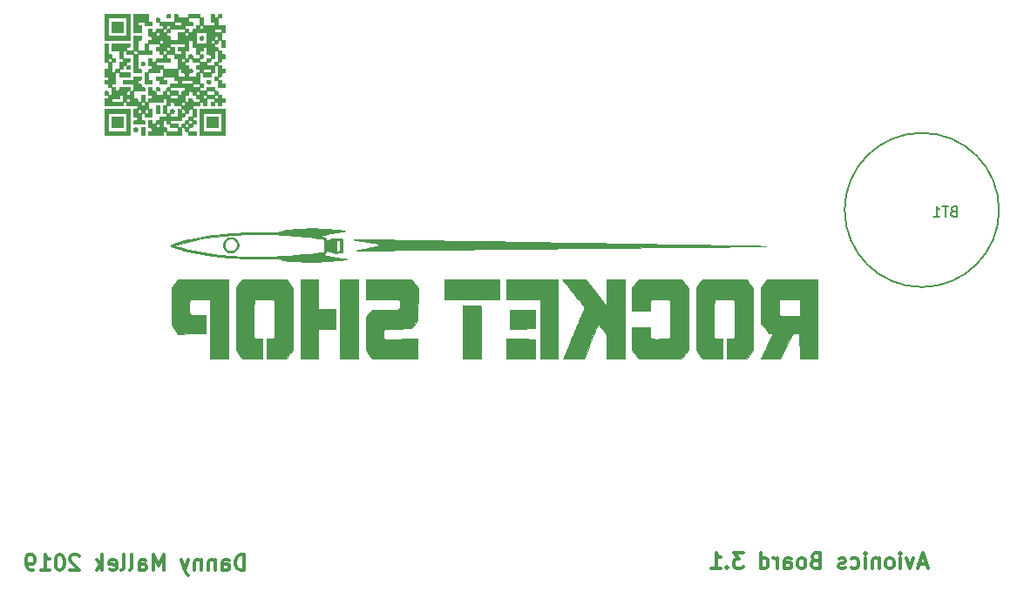
<source format=gbo>
G04 #@! TF.FileFunction,Legend,Bot*
%FSLAX46Y46*%
G04 Gerber Fmt 4.6, Leading zero omitted, Abs format (unit mm)*
G04 Created by KiCad (PCBNEW 4.0.7) date 01/06/19 01:03:10*
%MOMM*%
%LPD*%
G01*
G04 APERTURE LIST*
%ADD10C,0.100000*%
%ADD11C,0.300000*%
%ADD12C,0.150000*%
%ADD13C,0.010000*%
G04 APERTURE END LIST*
D10*
D11*
X153709971Y-107590400D02*
X152995685Y-107590400D01*
X153852828Y-108018971D02*
X153352828Y-106518971D01*
X152852828Y-108018971D01*
X152495685Y-107018971D02*
X152138542Y-108018971D01*
X151781400Y-107018971D01*
X151209971Y-108018971D02*
X151209971Y-107018971D01*
X151209971Y-106518971D02*
X151281400Y-106590400D01*
X151209971Y-106661829D01*
X151138543Y-106590400D01*
X151209971Y-106518971D01*
X151209971Y-106661829D01*
X150281399Y-108018971D02*
X150424257Y-107947543D01*
X150495685Y-107876114D01*
X150567114Y-107733257D01*
X150567114Y-107304686D01*
X150495685Y-107161829D01*
X150424257Y-107090400D01*
X150281399Y-107018971D01*
X150067114Y-107018971D01*
X149924257Y-107090400D01*
X149852828Y-107161829D01*
X149781399Y-107304686D01*
X149781399Y-107733257D01*
X149852828Y-107876114D01*
X149924257Y-107947543D01*
X150067114Y-108018971D01*
X150281399Y-108018971D01*
X149138542Y-107018971D02*
X149138542Y-108018971D01*
X149138542Y-107161829D02*
X149067114Y-107090400D01*
X148924256Y-107018971D01*
X148709971Y-107018971D01*
X148567114Y-107090400D01*
X148495685Y-107233257D01*
X148495685Y-108018971D01*
X147781399Y-108018971D02*
X147781399Y-107018971D01*
X147781399Y-106518971D02*
X147852828Y-106590400D01*
X147781399Y-106661829D01*
X147709971Y-106590400D01*
X147781399Y-106518971D01*
X147781399Y-106661829D01*
X146424256Y-107947543D02*
X146567113Y-108018971D01*
X146852827Y-108018971D01*
X146995685Y-107947543D01*
X147067113Y-107876114D01*
X147138542Y-107733257D01*
X147138542Y-107304686D01*
X147067113Y-107161829D01*
X146995685Y-107090400D01*
X146852827Y-107018971D01*
X146567113Y-107018971D01*
X146424256Y-107090400D01*
X145852828Y-107947543D02*
X145709971Y-108018971D01*
X145424256Y-108018971D01*
X145281399Y-107947543D01*
X145209971Y-107804686D01*
X145209971Y-107733257D01*
X145281399Y-107590400D01*
X145424256Y-107518971D01*
X145638542Y-107518971D01*
X145781399Y-107447543D01*
X145852828Y-107304686D01*
X145852828Y-107233257D01*
X145781399Y-107090400D01*
X145638542Y-107018971D01*
X145424256Y-107018971D01*
X145281399Y-107090400D01*
X142924256Y-107233257D02*
X142709970Y-107304686D01*
X142638542Y-107376114D01*
X142567113Y-107518971D01*
X142567113Y-107733257D01*
X142638542Y-107876114D01*
X142709970Y-107947543D01*
X142852828Y-108018971D01*
X143424256Y-108018971D01*
X143424256Y-106518971D01*
X142924256Y-106518971D01*
X142781399Y-106590400D01*
X142709970Y-106661829D01*
X142638542Y-106804686D01*
X142638542Y-106947543D01*
X142709970Y-107090400D01*
X142781399Y-107161829D01*
X142924256Y-107233257D01*
X143424256Y-107233257D01*
X141709970Y-108018971D02*
X141852828Y-107947543D01*
X141924256Y-107876114D01*
X141995685Y-107733257D01*
X141995685Y-107304686D01*
X141924256Y-107161829D01*
X141852828Y-107090400D01*
X141709970Y-107018971D01*
X141495685Y-107018971D01*
X141352828Y-107090400D01*
X141281399Y-107161829D01*
X141209970Y-107304686D01*
X141209970Y-107733257D01*
X141281399Y-107876114D01*
X141352828Y-107947543D01*
X141495685Y-108018971D01*
X141709970Y-108018971D01*
X139924256Y-108018971D02*
X139924256Y-107233257D01*
X139995685Y-107090400D01*
X140138542Y-107018971D01*
X140424256Y-107018971D01*
X140567113Y-107090400D01*
X139924256Y-107947543D02*
X140067113Y-108018971D01*
X140424256Y-108018971D01*
X140567113Y-107947543D01*
X140638542Y-107804686D01*
X140638542Y-107661829D01*
X140567113Y-107518971D01*
X140424256Y-107447543D01*
X140067113Y-107447543D01*
X139924256Y-107376114D01*
X139209970Y-108018971D02*
X139209970Y-107018971D01*
X139209970Y-107304686D02*
X139138542Y-107161829D01*
X139067113Y-107090400D01*
X138924256Y-107018971D01*
X138781399Y-107018971D01*
X137638542Y-108018971D02*
X137638542Y-106518971D01*
X137638542Y-107947543D02*
X137781399Y-108018971D01*
X138067113Y-108018971D01*
X138209971Y-107947543D01*
X138281399Y-107876114D01*
X138352828Y-107733257D01*
X138352828Y-107304686D01*
X138281399Y-107161829D01*
X138209971Y-107090400D01*
X138067113Y-107018971D01*
X137781399Y-107018971D01*
X137638542Y-107090400D01*
X135924256Y-106518971D02*
X134995685Y-106518971D01*
X135495685Y-107090400D01*
X135281399Y-107090400D01*
X135138542Y-107161829D01*
X135067113Y-107233257D01*
X134995685Y-107376114D01*
X134995685Y-107733257D01*
X135067113Y-107876114D01*
X135138542Y-107947543D01*
X135281399Y-108018971D01*
X135709971Y-108018971D01*
X135852828Y-107947543D01*
X135924256Y-107876114D01*
X134352828Y-107876114D02*
X134281400Y-107947543D01*
X134352828Y-108018971D01*
X134424257Y-107947543D01*
X134352828Y-107876114D01*
X134352828Y-108018971D01*
X132852828Y-108018971D02*
X133709971Y-108018971D01*
X133281399Y-108018971D02*
X133281399Y-106518971D01*
X133424256Y-106733257D01*
X133567114Y-106876114D01*
X133709971Y-106947543D01*
X87457227Y-108196771D02*
X87457227Y-106696771D01*
X87100084Y-106696771D01*
X86885799Y-106768200D01*
X86742941Y-106911057D01*
X86671513Y-107053914D01*
X86600084Y-107339629D01*
X86600084Y-107553914D01*
X86671513Y-107839629D01*
X86742941Y-107982486D01*
X86885799Y-108125343D01*
X87100084Y-108196771D01*
X87457227Y-108196771D01*
X85314370Y-108196771D02*
X85314370Y-107411057D01*
X85385799Y-107268200D01*
X85528656Y-107196771D01*
X85814370Y-107196771D01*
X85957227Y-107268200D01*
X85314370Y-108125343D02*
X85457227Y-108196771D01*
X85814370Y-108196771D01*
X85957227Y-108125343D01*
X86028656Y-107982486D01*
X86028656Y-107839629D01*
X85957227Y-107696771D01*
X85814370Y-107625343D01*
X85457227Y-107625343D01*
X85314370Y-107553914D01*
X84600084Y-107196771D02*
X84600084Y-108196771D01*
X84600084Y-107339629D02*
X84528656Y-107268200D01*
X84385798Y-107196771D01*
X84171513Y-107196771D01*
X84028656Y-107268200D01*
X83957227Y-107411057D01*
X83957227Y-108196771D01*
X83242941Y-107196771D02*
X83242941Y-108196771D01*
X83242941Y-107339629D02*
X83171513Y-107268200D01*
X83028655Y-107196771D01*
X82814370Y-107196771D01*
X82671513Y-107268200D01*
X82600084Y-107411057D01*
X82600084Y-108196771D01*
X82028655Y-107196771D02*
X81671512Y-108196771D01*
X81314370Y-107196771D02*
X81671512Y-108196771D01*
X81814370Y-108553914D01*
X81885798Y-108625343D01*
X82028655Y-108696771D01*
X79600084Y-108196771D02*
X79600084Y-106696771D01*
X79100084Y-107768200D01*
X78600084Y-106696771D01*
X78600084Y-108196771D01*
X77242941Y-108196771D02*
X77242941Y-107411057D01*
X77314370Y-107268200D01*
X77457227Y-107196771D01*
X77742941Y-107196771D01*
X77885798Y-107268200D01*
X77242941Y-108125343D02*
X77385798Y-108196771D01*
X77742941Y-108196771D01*
X77885798Y-108125343D01*
X77957227Y-107982486D01*
X77957227Y-107839629D01*
X77885798Y-107696771D01*
X77742941Y-107625343D01*
X77385798Y-107625343D01*
X77242941Y-107553914D01*
X76314369Y-108196771D02*
X76457227Y-108125343D01*
X76528655Y-107982486D01*
X76528655Y-106696771D01*
X75528655Y-108196771D02*
X75671513Y-108125343D01*
X75742941Y-107982486D01*
X75742941Y-106696771D01*
X74385799Y-108125343D02*
X74528656Y-108196771D01*
X74814370Y-108196771D01*
X74957227Y-108125343D01*
X75028656Y-107982486D01*
X75028656Y-107411057D01*
X74957227Y-107268200D01*
X74814370Y-107196771D01*
X74528656Y-107196771D01*
X74385799Y-107268200D01*
X74314370Y-107411057D01*
X74314370Y-107553914D01*
X75028656Y-107696771D01*
X73671513Y-108196771D02*
X73671513Y-106696771D01*
X73528656Y-107625343D02*
X73100085Y-108196771D01*
X73100085Y-107196771D02*
X73671513Y-107768200D01*
X71385799Y-106839629D02*
X71314370Y-106768200D01*
X71171513Y-106696771D01*
X70814370Y-106696771D01*
X70671513Y-106768200D01*
X70600084Y-106839629D01*
X70528656Y-106982486D01*
X70528656Y-107125343D01*
X70600084Y-107339629D01*
X71457227Y-108196771D01*
X70528656Y-108196771D01*
X69600085Y-106696771D02*
X69457228Y-106696771D01*
X69314371Y-106768200D01*
X69242942Y-106839629D01*
X69171513Y-106982486D01*
X69100085Y-107268200D01*
X69100085Y-107625343D01*
X69171513Y-107911057D01*
X69242942Y-108053914D01*
X69314371Y-108125343D01*
X69457228Y-108196771D01*
X69600085Y-108196771D01*
X69742942Y-108125343D01*
X69814371Y-108053914D01*
X69885799Y-107911057D01*
X69957228Y-107625343D01*
X69957228Y-107268200D01*
X69885799Y-106982486D01*
X69814371Y-106839629D01*
X69742942Y-106768200D01*
X69600085Y-106696771D01*
X67671514Y-108196771D02*
X68528657Y-108196771D01*
X68100085Y-108196771D02*
X68100085Y-106696771D01*
X68242942Y-106911057D01*
X68385800Y-107053914D01*
X68528657Y-107125343D01*
X66957229Y-108196771D02*
X66671514Y-108196771D01*
X66528657Y-108125343D01*
X66457229Y-108053914D01*
X66314371Y-107839629D01*
X66242943Y-107553914D01*
X66242943Y-106982486D01*
X66314371Y-106839629D01*
X66385800Y-106768200D01*
X66528657Y-106696771D01*
X66814371Y-106696771D01*
X66957229Y-106768200D01*
X67028657Y-106839629D01*
X67100086Y-106982486D01*
X67100086Y-107339629D01*
X67028657Y-107482486D01*
X66957229Y-107553914D01*
X66814371Y-107625343D01*
X66528657Y-107625343D01*
X66385800Y-107553914D01*
X66314371Y-107482486D01*
X66242943Y-107339629D01*
D12*
X160782000Y-73152000D02*
G75*
G03X160782000Y-73152000I-7500000J0D01*
G01*
D13*
G36*
X76352400Y-54102000D02*
X73863200Y-54102000D01*
X73863200Y-56235600D01*
X74218800Y-56235600D01*
X74218800Y-54457600D01*
X75996800Y-54457600D01*
X75996800Y-56235600D01*
X74218800Y-56235600D01*
X73863200Y-56235600D01*
X73863200Y-56591200D01*
X76352400Y-56591200D01*
X76352400Y-54102000D01*
X76352400Y-54102000D01*
G37*
X76352400Y-54102000D02*
X73863200Y-54102000D01*
X73863200Y-56235600D01*
X74218800Y-56235600D01*
X74218800Y-54457600D01*
X75996800Y-54457600D01*
X75996800Y-56235600D01*
X74218800Y-56235600D01*
X73863200Y-56235600D01*
X73863200Y-56591200D01*
X76352400Y-56591200D01*
X76352400Y-54102000D01*
G36*
X77419200Y-55168800D02*
X77241400Y-55168800D01*
X77122232Y-55160937D01*
X77073361Y-55116569D01*
X77063622Y-55004534D01*
X77063600Y-54991000D01*
X77063600Y-54813200D01*
X77774800Y-54813200D01*
X77774800Y-55168800D01*
X78486000Y-55168800D01*
X78486000Y-54991000D01*
X78478136Y-54871833D01*
X78433768Y-54822962D01*
X78321733Y-54813223D01*
X78308200Y-54813200D01*
X78130400Y-54813200D01*
X78130400Y-54102000D01*
X76708000Y-54102000D01*
X76708000Y-55880000D01*
X77419200Y-55880000D01*
X77419200Y-55168800D01*
X77419200Y-55168800D01*
G37*
X77419200Y-55168800D02*
X77241400Y-55168800D01*
X77122232Y-55160937D01*
X77073361Y-55116569D01*
X77063622Y-55004534D01*
X77063600Y-54991000D01*
X77063600Y-54813200D01*
X77774800Y-54813200D01*
X77774800Y-55168800D01*
X78486000Y-55168800D01*
X78486000Y-54991000D01*
X78478136Y-54871833D01*
X78433768Y-54822962D01*
X78321733Y-54813223D01*
X78308200Y-54813200D01*
X78130400Y-54813200D01*
X78130400Y-54102000D01*
X76708000Y-54102000D01*
X76708000Y-55880000D01*
X77419200Y-55880000D01*
X77419200Y-55168800D01*
G36*
X80205367Y-54449737D02*
X80254238Y-54405369D01*
X80263977Y-54293334D01*
X80264000Y-54279800D01*
X80256136Y-54160633D01*
X80211768Y-54111762D01*
X80099733Y-54102023D01*
X80086200Y-54102000D01*
X79967032Y-54109864D01*
X79918161Y-54154232D01*
X79908422Y-54266267D01*
X79908400Y-54279800D01*
X79916263Y-54398968D01*
X79960631Y-54447839D01*
X80072666Y-54457578D01*
X80086200Y-54457600D01*
X80205367Y-54449737D01*
X80205367Y-54449737D01*
G37*
X80205367Y-54449737D02*
X80254238Y-54405369D01*
X80263977Y-54293334D01*
X80264000Y-54279800D01*
X80256136Y-54160633D01*
X80211768Y-54111762D01*
X80099733Y-54102023D01*
X80086200Y-54102000D01*
X79967032Y-54109864D01*
X79918161Y-54154232D01*
X79908422Y-54266267D01*
X79908400Y-54279800D01*
X79916263Y-54398968D01*
X79960631Y-54447839D01*
X80072666Y-54457578D01*
X80086200Y-54457600D01*
X80205367Y-54449737D01*
G36*
X85598000Y-56591200D02*
X85242400Y-56591200D01*
X85242400Y-57302400D01*
X85598000Y-57302400D01*
X85598000Y-56591200D01*
X85598000Y-56591200D01*
G37*
X85598000Y-56591200D02*
X85242400Y-56591200D01*
X85242400Y-57302400D01*
X85598000Y-57302400D01*
X85598000Y-56591200D01*
G36*
X85598000Y-55880000D02*
X85598000Y-55168800D01*
X84886800Y-55168800D01*
X84886800Y-54457600D01*
X85064600Y-54457600D01*
X85183767Y-54449737D01*
X85232638Y-54405369D01*
X85242377Y-54293334D01*
X85242400Y-54279800D01*
X85234536Y-54160633D01*
X85190168Y-54111762D01*
X85078133Y-54102023D01*
X85064600Y-54102000D01*
X84945432Y-54109864D01*
X84896561Y-54154232D01*
X84886822Y-54266267D01*
X84886800Y-54279800D01*
X84878936Y-54398968D01*
X84834568Y-54447839D01*
X84722533Y-54457578D01*
X84709000Y-54457600D01*
X84589832Y-54449737D01*
X84540961Y-54405369D01*
X84531222Y-54293334D01*
X84531200Y-54279800D01*
X84523336Y-54160633D01*
X84478968Y-54111762D01*
X84366933Y-54102023D01*
X84353400Y-54102000D01*
X84175600Y-54102000D01*
X84175600Y-54813200D01*
X84353400Y-54813200D01*
X84472567Y-54821064D01*
X84521438Y-54865432D01*
X84531177Y-54977467D01*
X84531200Y-54991000D01*
X84531200Y-55168800D01*
X83464400Y-55168800D01*
X83464400Y-54457600D01*
X83286600Y-54457600D01*
X83167432Y-54449737D01*
X83118561Y-54405369D01*
X83108822Y-54293334D01*
X83108800Y-54279800D01*
X83108800Y-54102000D01*
X82042000Y-54102000D01*
X82042000Y-54457600D01*
X80975200Y-54457600D01*
X80975200Y-54279800D01*
X80967336Y-54160633D01*
X80922968Y-54111762D01*
X80810933Y-54102023D01*
X80797400Y-54102000D01*
X80619600Y-54102000D01*
X80619600Y-54813200D01*
X79197200Y-54813200D01*
X79197200Y-54635400D01*
X79189336Y-54516233D01*
X79144968Y-54467362D01*
X79032933Y-54457623D01*
X79019400Y-54457600D01*
X78900232Y-54465464D01*
X78851361Y-54509832D01*
X78841622Y-54621867D01*
X78841600Y-54635400D01*
X78849463Y-54754568D01*
X78893831Y-54803439D01*
X79005866Y-54813178D01*
X79019400Y-54813200D01*
X79138567Y-54821064D01*
X79187438Y-54865432D01*
X79197177Y-54977467D01*
X79197200Y-54991000D01*
X79205063Y-55110168D01*
X79249431Y-55159039D01*
X79361466Y-55168778D01*
X79375000Y-55168800D01*
X79494167Y-55176664D01*
X79543038Y-55221032D01*
X79552777Y-55333067D01*
X79552800Y-55346600D01*
X79552800Y-55524400D01*
X78841600Y-55524400D01*
X78841600Y-55702200D01*
X79552800Y-55702200D01*
X79560663Y-55583033D01*
X79605031Y-55534162D01*
X79717066Y-55524423D01*
X79730600Y-55524400D01*
X79849767Y-55516537D01*
X79898638Y-55472169D01*
X79908377Y-55360134D01*
X79908400Y-55346600D01*
X79916263Y-55227433D01*
X79960631Y-55178562D01*
X80072666Y-55168823D01*
X80086200Y-55168800D01*
X80619600Y-55168800D01*
X80619600Y-54813200D01*
X81330800Y-54813200D01*
X81330800Y-55168800D01*
X80619600Y-55168800D01*
X80086200Y-55168800D01*
X80205367Y-55176664D01*
X80254238Y-55221032D01*
X80263977Y-55333067D01*
X80264000Y-55346600D01*
X80264000Y-55524400D01*
X81686400Y-55524400D01*
X81686400Y-55168800D01*
X82397600Y-55168800D01*
X82397600Y-54991000D01*
X82389736Y-54871833D01*
X82345368Y-54822962D01*
X82233333Y-54813223D01*
X82219800Y-54813200D01*
X82100632Y-54805337D01*
X82051761Y-54760969D01*
X82042022Y-54648934D01*
X82042000Y-54635400D01*
X82042000Y-54457600D01*
X83108800Y-54457600D01*
X83108800Y-55168800D01*
X83286600Y-55168800D01*
X83405767Y-55176664D01*
X83454638Y-55221032D01*
X83464377Y-55333067D01*
X83464400Y-55346600D01*
X83456536Y-55465768D01*
X83412168Y-55514639D01*
X83300133Y-55524378D01*
X83286600Y-55524400D01*
X83167432Y-55516537D01*
X83118561Y-55472169D01*
X83108822Y-55360134D01*
X83108800Y-55346600D01*
X83100936Y-55227433D01*
X83056568Y-55178562D01*
X82944533Y-55168823D01*
X82931000Y-55168800D01*
X82811832Y-55176664D01*
X82762961Y-55221032D01*
X82753222Y-55333067D01*
X82753200Y-55346600D01*
X82745336Y-55465768D01*
X82700968Y-55514639D01*
X82588933Y-55524378D01*
X82575400Y-55524400D01*
X82456232Y-55532264D01*
X82407361Y-55576632D01*
X82397622Y-55688667D01*
X82397600Y-55702200D01*
X82389736Y-55821368D01*
X82345368Y-55870239D01*
X82233333Y-55879978D01*
X82219800Y-55880000D01*
X82100632Y-55887864D01*
X82051761Y-55932232D01*
X82042022Y-56044267D01*
X82042000Y-56057800D01*
X82034136Y-56176968D01*
X81989768Y-56225839D01*
X81877733Y-56235578D01*
X81864200Y-56235600D01*
X81745032Y-56227737D01*
X81696161Y-56183369D01*
X81686422Y-56071334D01*
X81686400Y-56057800D01*
X81686400Y-55880000D01*
X80975200Y-55880000D01*
X80975200Y-56591200D01*
X80264000Y-56591200D01*
X80264000Y-56413400D01*
X80256136Y-56294233D01*
X80211768Y-56245362D01*
X80099733Y-56235623D01*
X80086200Y-56235600D01*
X79967032Y-56227737D01*
X79918161Y-56183369D01*
X79908422Y-56071334D01*
X79908400Y-56057800D01*
X79900536Y-55938633D01*
X79856168Y-55889762D01*
X79744133Y-55880023D01*
X79730600Y-55880000D01*
X79611432Y-55872137D01*
X79562561Y-55827769D01*
X79552822Y-55715734D01*
X79552800Y-55702200D01*
X78841600Y-55702200D01*
X78833736Y-55821368D01*
X78789368Y-55870239D01*
X78677333Y-55879978D01*
X78663800Y-55880000D01*
X78544632Y-55872137D01*
X78495761Y-55827769D01*
X78486022Y-55715734D01*
X78486000Y-55702200D01*
X78478136Y-55583033D01*
X78433768Y-55534162D01*
X78321733Y-55524423D01*
X78308200Y-55524400D01*
X78130400Y-55524400D01*
X78130400Y-56057800D01*
X78841600Y-56057800D01*
X78849463Y-55938633D01*
X78893831Y-55889762D01*
X79005866Y-55880023D01*
X79019400Y-55880000D01*
X79138567Y-55887864D01*
X79187438Y-55932232D01*
X79197177Y-56044267D01*
X79197200Y-56057800D01*
X79189336Y-56176968D01*
X79144968Y-56225839D01*
X79032933Y-56235578D01*
X79019400Y-56235600D01*
X78900232Y-56227737D01*
X78851361Y-56183369D01*
X78841622Y-56071334D01*
X78841600Y-56057800D01*
X78130400Y-56057800D01*
X78130400Y-56235600D01*
X78308200Y-56235600D01*
X78427367Y-56243464D01*
X78476238Y-56287832D01*
X78485977Y-56399867D01*
X78486000Y-56413400D01*
X78478136Y-56532568D01*
X78433768Y-56581439D01*
X78321733Y-56591178D01*
X78308200Y-56591200D01*
X78189032Y-56599064D01*
X78140161Y-56643432D01*
X78130422Y-56755467D01*
X78130400Y-56769000D01*
X78122536Y-56888168D01*
X78078168Y-56937039D01*
X77966133Y-56946778D01*
X77952600Y-56946800D01*
X77774800Y-56946800D01*
X77774800Y-57658000D01*
X77063600Y-57658000D01*
X77063600Y-56591200D01*
X77241400Y-56591200D01*
X77360567Y-56583337D01*
X77409438Y-56538969D01*
X77419177Y-56426934D01*
X77419200Y-56413400D01*
X77419200Y-56235600D01*
X76708000Y-56235600D01*
X76708000Y-57658000D01*
X75996800Y-57658000D01*
X75996800Y-57480200D01*
X76004663Y-57361033D01*
X76049031Y-57312162D01*
X76161066Y-57302423D01*
X76174600Y-57302400D01*
X76293767Y-57294537D01*
X76342638Y-57250169D01*
X76352377Y-57138134D01*
X76352400Y-57124600D01*
X76352400Y-56946800D01*
X74574400Y-56946800D01*
X74574400Y-57658000D01*
X75285600Y-57658000D01*
X75285600Y-58369200D01*
X75463400Y-58369200D01*
X75582567Y-58377064D01*
X75631438Y-58421432D01*
X75641177Y-58533467D01*
X75641200Y-58547000D01*
X75633336Y-58666168D01*
X75588968Y-58715039D01*
X75476933Y-58724778D01*
X75463400Y-58724800D01*
X75285600Y-58724800D01*
X75285600Y-59436000D01*
X75107800Y-59436000D01*
X74988632Y-59443864D01*
X74939761Y-59488232D01*
X74930022Y-59600267D01*
X74930000Y-59613800D01*
X74922136Y-59732968D01*
X74877768Y-59781839D01*
X74765733Y-59791578D01*
X74752200Y-59791600D01*
X74574400Y-59791600D01*
X74574400Y-58724800D01*
X74752200Y-58724800D01*
X74871367Y-58716937D01*
X74920238Y-58672569D01*
X74929977Y-58560534D01*
X74930000Y-58547000D01*
X74922136Y-58427833D01*
X74877768Y-58378962D01*
X74765733Y-58369223D01*
X74752200Y-58369200D01*
X74633032Y-58361337D01*
X74584161Y-58316969D01*
X74574422Y-58204934D01*
X74574400Y-58191400D01*
X74566536Y-58072233D01*
X74522168Y-58023362D01*
X74410133Y-58013623D01*
X74396600Y-58013600D01*
X74218800Y-58013600D01*
X74218800Y-56946800D01*
X73863200Y-56946800D01*
X73863200Y-58547000D01*
X74218800Y-58547000D01*
X74226663Y-58427833D01*
X74271031Y-58378962D01*
X74383066Y-58369223D01*
X74396600Y-58369200D01*
X74515767Y-58377064D01*
X74564638Y-58421432D01*
X74574377Y-58533467D01*
X74574400Y-58547000D01*
X74566536Y-58666168D01*
X74522168Y-58715039D01*
X74410133Y-58724778D01*
X74396600Y-58724800D01*
X74277432Y-58716937D01*
X74228561Y-58672569D01*
X74218822Y-58560534D01*
X74218800Y-58547000D01*
X73863200Y-58547000D01*
X73863200Y-58724800D01*
X74218800Y-58724800D01*
X74218800Y-59436000D01*
X73863200Y-59436000D01*
X73863200Y-60147200D01*
X74041000Y-60147200D01*
X74160167Y-60155064D01*
X74209038Y-60199432D01*
X74218777Y-60311467D01*
X74218800Y-60325000D01*
X74210936Y-60444168D01*
X74166568Y-60493039D01*
X74054533Y-60502778D01*
X74041000Y-60502800D01*
X73921832Y-60510664D01*
X73872961Y-60555032D01*
X73863222Y-60667067D01*
X73863200Y-60680600D01*
X73871063Y-60799768D01*
X73915431Y-60848639D01*
X74027466Y-60858378D01*
X74041000Y-60858400D01*
X74160167Y-60866264D01*
X74209038Y-60910632D01*
X74218777Y-61022667D01*
X74218800Y-61036200D01*
X74574400Y-61036200D01*
X74582263Y-60917033D01*
X74626631Y-60868162D01*
X74738666Y-60858423D01*
X74752200Y-60858400D01*
X74930000Y-60858400D01*
X74930000Y-59791600D01*
X75107800Y-59791600D01*
X75226967Y-59783737D01*
X75275838Y-59739369D01*
X75285577Y-59627334D01*
X75285600Y-59613800D01*
X75293463Y-59494633D01*
X75337831Y-59445762D01*
X75449866Y-59436023D01*
X75463400Y-59436000D01*
X75582567Y-59428137D01*
X75631438Y-59383769D01*
X75641177Y-59271734D01*
X75641200Y-59258200D01*
X75649063Y-59139033D01*
X75693431Y-59090162D01*
X75805466Y-59080423D01*
X75819000Y-59080400D01*
X75938167Y-59072537D01*
X75987038Y-59028169D01*
X75996777Y-58916134D01*
X75996800Y-58902600D01*
X76004663Y-58783433D01*
X76049031Y-58734562D01*
X76161066Y-58724823D01*
X76174600Y-58724800D01*
X76293767Y-58716937D01*
X76342638Y-58672569D01*
X76352377Y-58560534D01*
X76352400Y-58547000D01*
X76352400Y-58369200D01*
X75641200Y-58369200D01*
X75641200Y-57658000D01*
X75819000Y-57658000D01*
X75938167Y-57665864D01*
X75987038Y-57710232D01*
X75996777Y-57822267D01*
X75996800Y-57835800D01*
X75996800Y-58013600D01*
X76708000Y-58013600D01*
X76708000Y-57835800D01*
X76715863Y-57716633D01*
X76760231Y-57667762D01*
X76872266Y-57658023D01*
X76885800Y-57658000D01*
X77004967Y-57665864D01*
X77053838Y-57710232D01*
X77063577Y-57822267D01*
X77063600Y-57835800D01*
X77063600Y-58013600D01*
X78486000Y-58013600D01*
X78486000Y-57835800D01*
X78478136Y-57716633D01*
X78433768Y-57667762D01*
X78321733Y-57658023D01*
X78308200Y-57658000D01*
X78130400Y-57658000D01*
X78130400Y-56946800D01*
X79197200Y-56946800D01*
X79197200Y-56769000D01*
X79205063Y-56649833D01*
X79249431Y-56600962D01*
X79361466Y-56591223D01*
X79375000Y-56591200D01*
X79494167Y-56599064D01*
X79543038Y-56643432D01*
X79552777Y-56755467D01*
X79552800Y-56769000D01*
X79544936Y-56888168D01*
X79500568Y-56937039D01*
X79388533Y-56946778D01*
X79375000Y-56946800D01*
X79255832Y-56954664D01*
X79206961Y-56999032D01*
X79197222Y-57111067D01*
X79197200Y-57124600D01*
X79189336Y-57243768D01*
X79144968Y-57292639D01*
X79032933Y-57302378D01*
X79019400Y-57302400D01*
X78900232Y-57310264D01*
X78851361Y-57354632D01*
X78841622Y-57466667D01*
X78841600Y-57480200D01*
X78849463Y-57599368D01*
X78893831Y-57648239D01*
X79005866Y-57657978D01*
X79019400Y-57658000D01*
X79138567Y-57665864D01*
X79187438Y-57710232D01*
X79197177Y-57822267D01*
X79197200Y-57835800D01*
X79205063Y-57954968D01*
X79249431Y-58003839D01*
X79361466Y-58013578D01*
X79375000Y-58013600D01*
X79494167Y-58005737D01*
X79543038Y-57961369D01*
X79552777Y-57849334D01*
X79552800Y-57835800D01*
X79560663Y-57716633D01*
X79605031Y-57667762D01*
X79717066Y-57658023D01*
X79730600Y-57658000D01*
X79849767Y-57650137D01*
X79898638Y-57605769D01*
X79908377Y-57493734D01*
X79908400Y-57480200D01*
X79916263Y-57361033D01*
X79960631Y-57312162D01*
X80072666Y-57302423D01*
X80086200Y-57302400D01*
X80205367Y-57294537D01*
X80254238Y-57250169D01*
X80263977Y-57138134D01*
X80264000Y-57124600D01*
X80264000Y-56946800D01*
X81686400Y-56946800D01*
X81686400Y-57302400D01*
X80975200Y-57302400D01*
X80975200Y-57480200D01*
X80983063Y-57599368D01*
X81027431Y-57648239D01*
X81139466Y-57657978D01*
X81153000Y-57658000D01*
X81272167Y-57665864D01*
X81321038Y-57710232D01*
X81330777Y-57822267D01*
X81330800Y-57835800D01*
X81330800Y-58013600D01*
X80619600Y-58013600D01*
X80619600Y-58191400D01*
X80627463Y-58310568D01*
X80671831Y-58359439D01*
X80783866Y-58369178D01*
X80797400Y-58369200D01*
X80975200Y-58369200D01*
X80975200Y-58547000D01*
X81330800Y-58547000D01*
X81338663Y-58427833D01*
X81383031Y-58378962D01*
X81495066Y-58369223D01*
X81508600Y-58369200D01*
X81686400Y-58369200D01*
X81686400Y-57658000D01*
X82042000Y-57658000D01*
X82042000Y-56591200D01*
X82397600Y-56591200D01*
X82397600Y-56946800D01*
X82753200Y-56946800D01*
X82753200Y-55880000D01*
X83820000Y-55880000D01*
X84531200Y-55880000D01*
X84531200Y-55524400D01*
X85242400Y-55524400D01*
X85242400Y-55880000D01*
X84531200Y-55880000D01*
X83820000Y-55880000D01*
X83820000Y-56769000D01*
X84175600Y-56769000D01*
X84183463Y-56649833D01*
X84227831Y-56600962D01*
X84339866Y-56591223D01*
X84353400Y-56591200D01*
X84472567Y-56583337D01*
X84521438Y-56538969D01*
X84531177Y-56426934D01*
X84531200Y-56413400D01*
X84539063Y-56294233D01*
X84583431Y-56245362D01*
X84695466Y-56235623D01*
X84709000Y-56235600D01*
X84828167Y-56243464D01*
X84877038Y-56287832D01*
X84886777Y-56399867D01*
X84886800Y-56413400D01*
X84878936Y-56532568D01*
X84834568Y-56581439D01*
X84722533Y-56591178D01*
X84709000Y-56591200D01*
X84589832Y-56599064D01*
X84540961Y-56643432D01*
X84531222Y-56755467D01*
X84531200Y-56769000D01*
X84523336Y-56888168D01*
X84478968Y-56937039D01*
X84366933Y-56946778D01*
X84353400Y-56946800D01*
X84234232Y-56938937D01*
X84185361Y-56894569D01*
X84175622Y-56782534D01*
X84175600Y-56769000D01*
X83820000Y-56769000D01*
X83820000Y-56946800D01*
X82753200Y-56946800D01*
X82397600Y-56946800D01*
X82397600Y-57302400D01*
X82753200Y-57302400D01*
X82753200Y-58013600D01*
X82931000Y-58013600D01*
X83050167Y-58005737D01*
X83099038Y-57961369D01*
X83108777Y-57849334D01*
X83108800Y-57835800D01*
X83116663Y-57716633D01*
X83161031Y-57667762D01*
X83273066Y-57658023D01*
X83286600Y-57658000D01*
X83405767Y-57650137D01*
X83454638Y-57605769D01*
X83464377Y-57493734D01*
X83464400Y-57480200D01*
X83472263Y-57361033D01*
X83516631Y-57312162D01*
X83628666Y-57302423D01*
X83642200Y-57302400D01*
X83820000Y-57302400D01*
X83820000Y-58013600D01*
X83997800Y-58013600D01*
X84116967Y-58021464D01*
X84165838Y-58065832D01*
X84175577Y-58177867D01*
X84175600Y-58191400D01*
X84183463Y-58310568D01*
X84227831Y-58359439D01*
X84339866Y-58369178D01*
X84353400Y-58369200D01*
X84531200Y-58369200D01*
X84531200Y-57658000D01*
X84886800Y-57658000D01*
X84886800Y-58724800D01*
X84709000Y-58724800D01*
X84589832Y-58732664D01*
X84540961Y-58777032D01*
X84531222Y-58889067D01*
X84531200Y-58902600D01*
X84531200Y-59080400D01*
X83820000Y-59080400D01*
X83820000Y-58724800D01*
X83108800Y-58724800D01*
X83108800Y-58902600D01*
X83100936Y-59021768D01*
X83056568Y-59070639D01*
X82944533Y-59080378D01*
X82931000Y-59080400D01*
X82811832Y-59088264D01*
X82762961Y-59132632D01*
X82753222Y-59244667D01*
X82753200Y-59258200D01*
X82761063Y-59377368D01*
X82805431Y-59426239D01*
X82917466Y-59435978D01*
X82931000Y-59436000D01*
X83050167Y-59443864D01*
X83099038Y-59488232D01*
X83108777Y-59600267D01*
X83108800Y-59613800D01*
X83100936Y-59732968D01*
X83056568Y-59781839D01*
X82944533Y-59791578D01*
X82931000Y-59791600D01*
X82811832Y-59799464D01*
X82762961Y-59843832D01*
X82753222Y-59955867D01*
X82753200Y-59969400D01*
X82753200Y-60147200D01*
X82042000Y-60147200D01*
X82042000Y-59969400D01*
X82049863Y-59850233D01*
X82094231Y-59801362D01*
X82206266Y-59791623D01*
X82219800Y-59791600D01*
X82338967Y-59783737D01*
X82387838Y-59739369D01*
X82397577Y-59627334D01*
X82397600Y-59613800D01*
X82389736Y-59494633D01*
X82345368Y-59445762D01*
X82233333Y-59436023D01*
X82219800Y-59436000D01*
X82100632Y-59428137D01*
X82051761Y-59383769D01*
X82042022Y-59271734D01*
X82042000Y-59258200D01*
X82034136Y-59139033D01*
X81989768Y-59090162D01*
X81877733Y-59080423D01*
X81864200Y-59080400D01*
X81745032Y-59072537D01*
X81696161Y-59028169D01*
X81686422Y-58916134D01*
X81686400Y-58902600D01*
X81678536Y-58783433D01*
X81634168Y-58734562D01*
X81522133Y-58724823D01*
X81508600Y-58724800D01*
X81389432Y-58716937D01*
X81340561Y-58672569D01*
X81330822Y-58560534D01*
X81330800Y-58547000D01*
X80975200Y-58547000D01*
X80975200Y-59436000D01*
X79552800Y-59436000D01*
X79552800Y-60147200D01*
X80619600Y-60147200D01*
X80975200Y-60147200D01*
X80975200Y-59436000D01*
X81153000Y-59436000D01*
X81272167Y-59443864D01*
X81321038Y-59488232D01*
X81330777Y-59600267D01*
X81330800Y-59613800D01*
X81338663Y-59732968D01*
X81383031Y-59781839D01*
X81495066Y-59791578D01*
X81508600Y-59791600D01*
X81627767Y-59799464D01*
X81676638Y-59843832D01*
X81686377Y-59955867D01*
X81686400Y-59969400D01*
X81686400Y-60147200D01*
X80975200Y-60147200D01*
X80619600Y-60147200D01*
X80619600Y-60325000D01*
X80627463Y-60444168D01*
X80671831Y-60493039D01*
X80783866Y-60502778D01*
X80797400Y-60502800D01*
X80916567Y-60510664D01*
X80965438Y-60555032D01*
X80975177Y-60667067D01*
X80975200Y-60680600D01*
X80975200Y-60858400D01*
X81330800Y-60858400D01*
X81330800Y-60502800D01*
X82397600Y-60502800D01*
X82397600Y-60858400D01*
X81330800Y-60858400D01*
X80975200Y-60858400D01*
X80264000Y-60858400D01*
X80264000Y-61214000D01*
X81686400Y-61214000D01*
X82397600Y-61214000D01*
X82397600Y-60858400D01*
X83108800Y-60858400D01*
X83108800Y-61214000D01*
X82397600Y-61214000D01*
X81686400Y-61214000D01*
X81686400Y-61391800D01*
X81678536Y-61510968D01*
X81634168Y-61559839D01*
X81522133Y-61569578D01*
X81508600Y-61569600D01*
X81389432Y-61577464D01*
X81340561Y-61621832D01*
X81330822Y-61733867D01*
X81330800Y-61747400D01*
X81322936Y-61866568D01*
X81278568Y-61915439D01*
X81166533Y-61925178D01*
X81153000Y-61925200D01*
X81033832Y-61933064D01*
X80984961Y-61977432D01*
X80975222Y-62089467D01*
X80975200Y-62103000D01*
X80975200Y-62280800D01*
X80264000Y-62280800D01*
X80264000Y-62103000D01*
X80256136Y-61983833D01*
X80211768Y-61934962D01*
X80099733Y-61925223D01*
X80086200Y-61925200D01*
X79967032Y-61917337D01*
X79918161Y-61872969D01*
X79908422Y-61760934D01*
X79908400Y-61747400D01*
X79900536Y-61628233D01*
X79856168Y-61579362D01*
X79744133Y-61569623D01*
X79730600Y-61569600D01*
X79611432Y-61577464D01*
X79562561Y-61621832D01*
X79552822Y-61733867D01*
X79552800Y-61747400D01*
X79552800Y-61925200D01*
X78841600Y-61925200D01*
X78841600Y-61747400D01*
X78833736Y-61628233D01*
X78789368Y-61579362D01*
X78677333Y-61569623D01*
X78663800Y-61569600D01*
X78544632Y-61561737D01*
X78495761Y-61517369D01*
X78486022Y-61405334D01*
X78486000Y-61391800D01*
X78478136Y-61272633D01*
X78433768Y-61223762D01*
X78321733Y-61214023D01*
X78308200Y-61214000D01*
X78130400Y-61214000D01*
X78130400Y-61925200D01*
X78308200Y-61925200D01*
X78427367Y-61933064D01*
X78476238Y-61977432D01*
X78485977Y-62089467D01*
X78486000Y-62103000D01*
X78478136Y-62222168D01*
X78433768Y-62271039D01*
X78321733Y-62280778D01*
X78308200Y-62280800D01*
X78189032Y-62288664D01*
X78140161Y-62333032D01*
X78130422Y-62445067D01*
X78130400Y-62458600D01*
X78122536Y-62577768D01*
X78078168Y-62626639D01*
X77966133Y-62636378D01*
X77952600Y-62636400D01*
X77833432Y-62644264D01*
X77784561Y-62688632D01*
X77774822Y-62800667D01*
X77774800Y-62814200D01*
X77766936Y-62933368D01*
X77722568Y-62982239D01*
X77610533Y-62991978D01*
X77597000Y-62992000D01*
X77477832Y-62984137D01*
X77428961Y-62939769D01*
X77419222Y-62827734D01*
X77419200Y-62814200D01*
X77411336Y-62695033D01*
X77366968Y-62646162D01*
X77254933Y-62636423D01*
X77241400Y-62636400D01*
X77122232Y-62628537D01*
X77073361Y-62584169D01*
X77063622Y-62472134D01*
X77063600Y-62458600D01*
X77055736Y-62339433D01*
X77011368Y-62290562D01*
X76899333Y-62280823D01*
X76885800Y-62280800D01*
X76708000Y-62280800D01*
X76708000Y-61569600D01*
X76530200Y-61569600D01*
X76411032Y-61577464D01*
X76362161Y-61621832D01*
X76352422Y-61733867D01*
X76352400Y-61747400D01*
X76344536Y-61866568D01*
X76300168Y-61915439D01*
X76188133Y-61925178D01*
X76174600Y-61925200D01*
X76055432Y-61917337D01*
X76006561Y-61872969D01*
X75996822Y-61760934D01*
X75996800Y-61747400D01*
X76004663Y-61628233D01*
X76049031Y-61579362D01*
X76161066Y-61569623D01*
X76174600Y-61569600D01*
X76293767Y-61561737D01*
X76342638Y-61517369D01*
X76352377Y-61405334D01*
X76352400Y-61391800D01*
X76352400Y-61214000D01*
X75285600Y-61214000D01*
X75285600Y-61391800D01*
X75277736Y-61510968D01*
X75233368Y-61559839D01*
X75121333Y-61569578D01*
X75107800Y-61569600D01*
X74988632Y-61561737D01*
X74939761Y-61517369D01*
X74930022Y-61405334D01*
X74930000Y-61391800D01*
X74922136Y-61272633D01*
X74877768Y-61223762D01*
X74765733Y-61214023D01*
X74752200Y-61214000D01*
X74633032Y-61206137D01*
X74584161Y-61161769D01*
X74574422Y-61049734D01*
X74574400Y-61036200D01*
X74218800Y-61036200D01*
X74226663Y-61155368D01*
X74271031Y-61204239D01*
X74383066Y-61213978D01*
X74396600Y-61214000D01*
X74574400Y-61214000D01*
X74574400Y-61925200D01*
X74396600Y-61925200D01*
X74277432Y-61917337D01*
X74228561Y-61872969D01*
X74218822Y-61760934D01*
X74218800Y-61747400D01*
X74210936Y-61628233D01*
X74166568Y-61579362D01*
X74054533Y-61569623D01*
X74041000Y-61569600D01*
X73921832Y-61577464D01*
X73872961Y-61621832D01*
X73863222Y-61733867D01*
X73863200Y-61747400D01*
X73871063Y-61866568D01*
X73915431Y-61915439D01*
X74027466Y-61925178D01*
X74041000Y-61925200D01*
X74160167Y-61933064D01*
X74209038Y-61977432D01*
X74218777Y-62089467D01*
X74218800Y-62103000D01*
X74210936Y-62222168D01*
X74166568Y-62271039D01*
X74054533Y-62280778D01*
X74041000Y-62280800D01*
X73863200Y-62280800D01*
X73863200Y-62636400D01*
X74574400Y-62636400D01*
X74574400Y-62280800D01*
X75285600Y-62280800D01*
X75285600Y-62103000D01*
X75293463Y-61983833D01*
X75337831Y-61934962D01*
X75449866Y-61925223D01*
X75463400Y-61925200D01*
X75641200Y-61925200D01*
X75641200Y-62458600D01*
X75996800Y-62458600D01*
X76004663Y-62339433D01*
X76049031Y-62290562D01*
X76161066Y-62280823D01*
X76174600Y-62280800D01*
X76293767Y-62288664D01*
X76342638Y-62333032D01*
X76352377Y-62445067D01*
X76352400Y-62458600D01*
X76344536Y-62577768D01*
X76300168Y-62626639D01*
X76188133Y-62636378D01*
X76174600Y-62636400D01*
X76055432Y-62628537D01*
X76006561Y-62584169D01*
X75996822Y-62472134D01*
X75996800Y-62458600D01*
X75641200Y-62458600D01*
X75641200Y-62636400D01*
X74574400Y-62636400D01*
X73863200Y-62636400D01*
X73863200Y-62992000D01*
X75641200Y-62992000D01*
X75641200Y-62814200D01*
X75649063Y-62695033D01*
X75693431Y-62646162D01*
X75805466Y-62636423D01*
X75819000Y-62636400D01*
X75938167Y-62644264D01*
X75987038Y-62688632D01*
X75996777Y-62800667D01*
X75996800Y-62814200D01*
X75996800Y-62992000D01*
X77063600Y-62992000D01*
X77063600Y-63169800D01*
X77055736Y-63288968D01*
X77011368Y-63337839D01*
X76899333Y-63347578D01*
X76885800Y-63347600D01*
X76708000Y-63347600D01*
X76708000Y-63525400D01*
X77063600Y-63525400D01*
X77071463Y-63406233D01*
X77115831Y-63357362D01*
X77227866Y-63347623D01*
X77241400Y-63347600D01*
X77360567Y-63355464D01*
X77409438Y-63399832D01*
X77419177Y-63511867D01*
X77419200Y-63525400D01*
X77774800Y-63525400D01*
X77782663Y-63406233D01*
X77827031Y-63357362D01*
X77939066Y-63347623D01*
X77952600Y-63347600D01*
X78071767Y-63355464D01*
X78120638Y-63399832D01*
X78130377Y-63511867D01*
X78130400Y-63525400D01*
X78122536Y-63644568D01*
X78078168Y-63693439D01*
X77966133Y-63703178D01*
X77952600Y-63703200D01*
X77833432Y-63695337D01*
X77784561Y-63650969D01*
X77774822Y-63538934D01*
X77774800Y-63525400D01*
X77419200Y-63525400D01*
X77411336Y-63644568D01*
X77366968Y-63693439D01*
X77254933Y-63703178D01*
X77241400Y-63703200D01*
X77122232Y-63695337D01*
X77073361Y-63650969D01*
X77063622Y-63538934D01*
X77063600Y-63525400D01*
X76708000Y-63525400D01*
X76708000Y-64058800D01*
X76885800Y-64058800D01*
X77004967Y-64066664D01*
X77053838Y-64111032D01*
X77063577Y-64223067D01*
X77063600Y-64236600D01*
X77055736Y-64355768D01*
X77011368Y-64404639D01*
X76899333Y-64414378D01*
X76885800Y-64414400D01*
X76766632Y-64422264D01*
X76717761Y-64466632D01*
X76708022Y-64578667D01*
X76708000Y-64592200D01*
X76708000Y-64770000D01*
X77774800Y-64770000D01*
X77774800Y-64592200D01*
X77766936Y-64473033D01*
X77722568Y-64424162D01*
X77610533Y-64414423D01*
X77597000Y-64414400D01*
X77419200Y-64414400D01*
X77419200Y-63703200D01*
X77597000Y-63703200D01*
X77716167Y-63711064D01*
X77765038Y-63755432D01*
X77774777Y-63867467D01*
X77774800Y-63881000D01*
X77774800Y-64058800D01*
X78486000Y-64058800D01*
X78486000Y-63347600D01*
X78130400Y-63347600D01*
X78130400Y-62636400D01*
X79552800Y-62636400D01*
X79552800Y-62458600D01*
X79560663Y-62339433D01*
X79605031Y-62290562D01*
X79717066Y-62280823D01*
X79730600Y-62280800D01*
X79908400Y-62280800D01*
X79908400Y-62992000D01*
X79552800Y-62992000D01*
X79552800Y-63703200D01*
X79730600Y-63703200D01*
X79849767Y-63711064D01*
X79898638Y-63755432D01*
X79908377Y-63867467D01*
X79908400Y-63881000D01*
X79908400Y-64058800D01*
X79197200Y-64058800D01*
X79197200Y-64236600D01*
X79189336Y-64355768D01*
X79144968Y-64404639D01*
X79032933Y-64414378D01*
X79019400Y-64414400D01*
X78900232Y-64422264D01*
X78851361Y-64466632D01*
X78841622Y-64578667D01*
X78841600Y-64592200D01*
X78833736Y-64711368D01*
X78789368Y-64760239D01*
X78677333Y-64769978D01*
X78663800Y-64770000D01*
X78544632Y-64762137D01*
X78495761Y-64717769D01*
X78486022Y-64605734D01*
X78486000Y-64592200D01*
X78478136Y-64473033D01*
X78433768Y-64424162D01*
X78321733Y-64414423D01*
X78308200Y-64414400D01*
X78130400Y-64414400D01*
X78130400Y-64947800D01*
X78841600Y-64947800D01*
X78849463Y-64828633D01*
X78893831Y-64779762D01*
X79005866Y-64770023D01*
X79019400Y-64770000D01*
X79138567Y-64777864D01*
X79187438Y-64822232D01*
X79197177Y-64934267D01*
X79197200Y-64947800D01*
X79189336Y-65066968D01*
X79144968Y-65115839D01*
X79032933Y-65125578D01*
X79019400Y-65125600D01*
X79552800Y-65125600D01*
X79552800Y-64414400D01*
X79730600Y-64414400D01*
X79849767Y-64422264D01*
X79898638Y-64466632D01*
X79908377Y-64578667D01*
X79908400Y-64592200D01*
X79916263Y-64711368D01*
X79960631Y-64760239D01*
X80072666Y-64769978D01*
X80086200Y-64770000D01*
X80205367Y-64762137D01*
X80254238Y-64717769D01*
X80263977Y-64605734D01*
X80264000Y-64592200D01*
X80264000Y-64414400D01*
X81330800Y-64414400D01*
X81330800Y-64236600D01*
X81338663Y-64117433D01*
X81383031Y-64068562D01*
X81495066Y-64058823D01*
X81508600Y-64058800D01*
X81627767Y-64050937D01*
X81676638Y-64006569D01*
X81686377Y-63894534D01*
X81686400Y-63881000D01*
X81678536Y-63761833D01*
X81634168Y-63712962D01*
X81522133Y-63703223D01*
X81508600Y-63703200D01*
X81389432Y-63695337D01*
X81340561Y-63650969D01*
X81330822Y-63538934D01*
X81330800Y-63525400D01*
X81322936Y-63406233D01*
X81278568Y-63357362D01*
X81166533Y-63347623D01*
X81153000Y-63347600D01*
X80975200Y-63347600D01*
X80975200Y-64058800D01*
X80264000Y-64058800D01*
X80264000Y-63881000D01*
X80256136Y-63761833D01*
X80211768Y-63712962D01*
X80099733Y-63703223D01*
X80086200Y-63703200D01*
X79908400Y-63703200D01*
X79908400Y-62992000D01*
X80086200Y-62992000D01*
X80205367Y-62984137D01*
X80254238Y-62939769D01*
X80263977Y-62827734D01*
X80264000Y-62814200D01*
X80271863Y-62695033D01*
X80316231Y-62646162D01*
X80428266Y-62636423D01*
X80441800Y-62636400D01*
X80560967Y-62644264D01*
X80609838Y-62688632D01*
X80619577Y-62800667D01*
X80619600Y-62814200D01*
X80619600Y-62992000D01*
X81330800Y-62992000D01*
X81330800Y-62814200D01*
X81338663Y-62695033D01*
X81383031Y-62646162D01*
X81495066Y-62636423D01*
X81508600Y-62636400D01*
X81686400Y-62636400D01*
X81686400Y-61925200D01*
X81864200Y-61925200D01*
X81983367Y-61917337D01*
X82032238Y-61872969D01*
X82041977Y-61760934D01*
X82042000Y-61747400D01*
X82049863Y-61628233D01*
X82094231Y-61579362D01*
X82206266Y-61569623D01*
X82219800Y-61569600D01*
X82338967Y-61577464D01*
X82387838Y-61621832D01*
X82397577Y-61733867D01*
X82397600Y-61747400D01*
X82405463Y-61866568D01*
X82449831Y-61915439D01*
X82561866Y-61925178D01*
X82575400Y-61925200D01*
X82694567Y-61917337D01*
X82743438Y-61872969D01*
X82753177Y-61760934D01*
X82753200Y-61747400D01*
X82761063Y-61628233D01*
X82805431Y-61579362D01*
X82917466Y-61569623D01*
X82931000Y-61569600D01*
X83050167Y-61577464D01*
X83099038Y-61621832D01*
X83108777Y-61733867D01*
X83108800Y-61747400D01*
X83100936Y-61866568D01*
X83056568Y-61915439D01*
X82944533Y-61925178D01*
X82931000Y-61925200D01*
X82811832Y-61933064D01*
X82762961Y-61977432D01*
X82753222Y-62089467D01*
X82753200Y-62103000D01*
X83464400Y-62103000D01*
X83472263Y-61983833D01*
X83516631Y-61934962D01*
X83628666Y-61925223D01*
X83642200Y-61925200D01*
X83761367Y-61917337D01*
X83810238Y-61872969D01*
X83819977Y-61760934D01*
X83820000Y-61747400D01*
X83820000Y-61569600D01*
X84531200Y-61569600D01*
X84531200Y-61747400D01*
X84539063Y-61866568D01*
X84583431Y-61915439D01*
X84695466Y-61925178D01*
X84709000Y-61925200D01*
X84828167Y-61933064D01*
X84877038Y-61977432D01*
X84886777Y-62089467D01*
X84886800Y-62103000D01*
X84878936Y-62222168D01*
X84834568Y-62271039D01*
X84722533Y-62280778D01*
X84709000Y-62280800D01*
X84589832Y-62272937D01*
X84540961Y-62228569D01*
X84531222Y-62116534D01*
X84531200Y-62103000D01*
X84531200Y-61925200D01*
X83820000Y-61925200D01*
X83820000Y-62103000D01*
X83812136Y-62222168D01*
X83767768Y-62271039D01*
X83655733Y-62280778D01*
X83642200Y-62280800D01*
X83523032Y-62272937D01*
X83474161Y-62228569D01*
X83464422Y-62116534D01*
X83464400Y-62103000D01*
X82753200Y-62103000D01*
X82761063Y-62222168D01*
X82805431Y-62271039D01*
X82917466Y-62280778D01*
X82931000Y-62280800D01*
X83050167Y-62288664D01*
X83099038Y-62333032D01*
X83108777Y-62445067D01*
X83108800Y-62458600D01*
X83108800Y-62636400D01*
X82397600Y-62636400D01*
X82397600Y-62458600D01*
X82389736Y-62339433D01*
X82345368Y-62290562D01*
X82233333Y-62280823D01*
X82219800Y-62280800D01*
X82100632Y-62288664D01*
X82051761Y-62333032D01*
X82042022Y-62445067D01*
X82042000Y-62458600D01*
X82034136Y-62577768D01*
X81989768Y-62626639D01*
X81877733Y-62636378D01*
X81864200Y-62636400D01*
X81745032Y-62644264D01*
X81696161Y-62688632D01*
X81686422Y-62800667D01*
X81686400Y-62814200D01*
X81678536Y-62933368D01*
X81634168Y-62982239D01*
X81522133Y-62991978D01*
X81508600Y-62992000D01*
X81389432Y-62999864D01*
X81340561Y-63044232D01*
X81330822Y-63156267D01*
X81330800Y-63169800D01*
X81338663Y-63288968D01*
X81383031Y-63337839D01*
X81495066Y-63347578D01*
X81508600Y-63347600D01*
X81627767Y-63355464D01*
X81676638Y-63399832D01*
X81686377Y-63511867D01*
X81686400Y-63525400D01*
X81694263Y-63644568D01*
X81738631Y-63693439D01*
X81850666Y-63703178D01*
X81864200Y-63703200D01*
X81983367Y-63695337D01*
X82032238Y-63650969D01*
X82041977Y-63538934D01*
X82042000Y-63525400D01*
X82049863Y-63406233D01*
X82094231Y-63357362D01*
X82206266Y-63347623D01*
X82219800Y-63347600D01*
X82397600Y-63347600D01*
X82397600Y-64058800D01*
X82219800Y-64058800D01*
X82100632Y-64066664D01*
X82051761Y-64111032D01*
X82042022Y-64223067D01*
X82042000Y-64236600D01*
X82049863Y-64355768D01*
X82094231Y-64404639D01*
X82206266Y-64414378D01*
X82219800Y-64414400D01*
X82338967Y-64422264D01*
X82387838Y-64466632D01*
X82397577Y-64578667D01*
X82397600Y-64592200D01*
X82389736Y-64711368D01*
X82345368Y-64760239D01*
X82233333Y-64769978D01*
X82219800Y-64770000D01*
X82100632Y-64777864D01*
X82051761Y-64822232D01*
X82042022Y-64934267D01*
X82042000Y-64947800D01*
X82034136Y-65066968D01*
X81989768Y-65115839D01*
X81877733Y-65125578D01*
X81864200Y-65125600D01*
X81745032Y-65117737D01*
X81696161Y-65073369D01*
X81686422Y-64961334D01*
X81686400Y-64947800D01*
X81678536Y-64828633D01*
X81634168Y-64779762D01*
X81522133Y-64770023D01*
X81508600Y-64770000D01*
X81389432Y-64777864D01*
X81340561Y-64822232D01*
X81330822Y-64934267D01*
X81330800Y-64947800D01*
X81322936Y-65066968D01*
X81278568Y-65115839D01*
X81166533Y-65125578D01*
X81153000Y-65125600D01*
X81033832Y-65133464D01*
X80984961Y-65177832D01*
X80975222Y-65289867D01*
X80975200Y-65303400D01*
X80975200Y-65481200D01*
X79908400Y-65481200D01*
X79908400Y-65303400D01*
X79900536Y-65184233D01*
X79856168Y-65135362D01*
X79744133Y-65125623D01*
X79730600Y-65125600D01*
X79552800Y-65125600D01*
X79019400Y-65125600D01*
X78900232Y-65117737D01*
X78851361Y-65073369D01*
X78841622Y-64961334D01*
X78841600Y-64947800D01*
X78130400Y-64947800D01*
X78130400Y-65125600D01*
X78308200Y-65125600D01*
X78427367Y-65133464D01*
X78476238Y-65177832D01*
X78485977Y-65289867D01*
X78486000Y-65303400D01*
X78478136Y-65422568D01*
X78433768Y-65471439D01*
X78321733Y-65481178D01*
X78308200Y-65481200D01*
X78189032Y-65489064D01*
X78140161Y-65533432D01*
X78130422Y-65645467D01*
X78130400Y-65659000D01*
X78130400Y-65836800D01*
X79552800Y-65836800D01*
X79552800Y-65659000D01*
X79560663Y-65539833D01*
X79605031Y-65490962D01*
X79717066Y-65481223D01*
X79730600Y-65481200D01*
X79849767Y-65489064D01*
X79898638Y-65533432D01*
X79908377Y-65645467D01*
X79908400Y-65659000D01*
X79908400Y-65836800D01*
X81330800Y-65836800D01*
X81330800Y-65125600D01*
X81508600Y-65125600D01*
X81627767Y-65133464D01*
X81676638Y-65177832D01*
X81686377Y-65289867D01*
X81686400Y-65303400D01*
X81694263Y-65422568D01*
X81738631Y-65471439D01*
X81850666Y-65481178D01*
X81864200Y-65481200D01*
X81983367Y-65489064D01*
X82032238Y-65533432D01*
X82041977Y-65645467D01*
X82042000Y-65659000D01*
X82042000Y-65836800D01*
X82753200Y-65836800D01*
X82753200Y-65481200D01*
X82042000Y-65481200D01*
X82042000Y-65303400D01*
X82049863Y-65184233D01*
X82094231Y-65135362D01*
X82206266Y-65125623D01*
X82219800Y-65125600D01*
X82338967Y-65117737D01*
X82387838Y-65073369D01*
X82397577Y-64961334D01*
X82397600Y-64947800D01*
X82405463Y-64828633D01*
X82449831Y-64779762D01*
X82561866Y-64770023D01*
X82575400Y-64770000D01*
X82694567Y-64762137D01*
X82743438Y-64717769D01*
X82753177Y-64605734D01*
X82753200Y-64592200D01*
X82745336Y-64473033D01*
X82700968Y-64424162D01*
X82588933Y-64414423D01*
X82575400Y-64414400D01*
X82456232Y-64406537D01*
X82407361Y-64362169D01*
X82397622Y-64250134D01*
X82397600Y-64236600D01*
X82405463Y-64117433D01*
X82449831Y-64068562D01*
X82561866Y-64058823D01*
X82575400Y-64058800D01*
X82753200Y-64058800D01*
X82753200Y-63347600D01*
X82575400Y-63347600D01*
X82456232Y-63339737D01*
X82407361Y-63295369D01*
X82397622Y-63183334D01*
X82397600Y-63169800D01*
X82397600Y-62992000D01*
X83108800Y-62992000D01*
X83108800Y-62814200D01*
X83116663Y-62695033D01*
X83161031Y-62646162D01*
X83273066Y-62636423D01*
X83286600Y-62636400D01*
X83405767Y-62644264D01*
X83454638Y-62688632D01*
X83464377Y-62800667D01*
X83464400Y-62814200D01*
X83472263Y-62933368D01*
X83516631Y-62982239D01*
X83628666Y-62991978D01*
X83642200Y-62992000D01*
X83820000Y-62992000D01*
X83820000Y-62280800D01*
X84531200Y-62280800D01*
X84531200Y-62458600D01*
X84523336Y-62577768D01*
X84478968Y-62626639D01*
X84366933Y-62636378D01*
X84353400Y-62636400D01*
X84234232Y-62644264D01*
X84185361Y-62688632D01*
X84175622Y-62800667D01*
X84175600Y-62814200D01*
X84183463Y-62933368D01*
X84227831Y-62982239D01*
X84339866Y-62991978D01*
X84353400Y-62992000D01*
X84472567Y-62984137D01*
X84521438Y-62939769D01*
X84531177Y-62827734D01*
X84531200Y-62814200D01*
X84539063Y-62695033D01*
X84583431Y-62646162D01*
X84695466Y-62636423D01*
X84709000Y-62636400D01*
X84828167Y-62644264D01*
X84877038Y-62688632D01*
X84886777Y-62800667D01*
X84886800Y-62814200D01*
X84894663Y-62933368D01*
X84939031Y-62982239D01*
X85051066Y-62991978D01*
X85064600Y-62992000D01*
X85183767Y-62984137D01*
X85232638Y-62939769D01*
X85242377Y-62827734D01*
X85242400Y-62814200D01*
X85250263Y-62695033D01*
X85294631Y-62646162D01*
X85406666Y-62636423D01*
X85420200Y-62636400D01*
X85539367Y-62628537D01*
X85588238Y-62584169D01*
X85597977Y-62472134D01*
X85598000Y-62458600D01*
X85590136Y-62339433D01*
X85545768Y-62290562D01*
X85433733Y-62280823D01*
X85420200Y-62280800D01*
X85301032Y-62272937D01*
X85252161Y-62228569D01*
X85242422Y-62116534D01*
X85242400Y-62103000D01*
X85234536Y-61983833D01*
X85190168Y-61934962D01*
X85078133Y-61925223D01*
X85064600Y-61925200D01*
X84945432Y-61917337D01*
X84896561Y-61872969D01*
X84886822Y-61760934D01*
X84886800Y-61747400D01*
X84878936Y-61628233D01*
X84834568Y-61579362D01*
X84722533Y-61569623D01*
X84709000Y-61569600D01*
X84589832Y-61561737D01*
X84540961Y-61517369D01*
X84531222Y-61405334D01*
X84531200Y-61391800D01*
X84531200Y-61214000D01*
X83820000Y-61214000D01*
X83820000Y-61569600D01*
X83108800Y-61569600D01*
X83108800Y-61391800D01*
X83116663Y-61272633D01*
X83161031Y-61223762D01*
X83273066Y-61214023D01*
X83286600Y-61214000D01*
X83405767Y-61206137D01*
X83454638Y-61161769D01*
X83464377Y-61049734D01*
X83464400Y-61036200D01*
X83456536Y-60917033D01*
X83412168Y-60868162D01*
X83300133Y-60858423D01*
X83286600Y-60858400D01*
X83108800Y-60858400D01*
X83108800Y-59791600D01*
X83286600Y-59791600D01*
X83464400Y-59791600D01*
X83464400Y-59436000D01*
X84175600Y-59436000D01*
X84175600Y-59791600D01*
X83464400Y-59791600D01*
X83286600Y-59791600D01*
X83405767Y-59799464D01*
X83454638Y-59843832D01*
X83464377Y-59955867D01*
X83464400Y-59969400D01*
X83464400Y-60147200D01*
X84175600Y-60147200D01*
X84175600Y-59969400D01*
X84183463Y-59850233D01*
X84227831Y-59801362D01*
X84339866Y-59791623D01*
X84353400Y-59791600D01*
X84531200Y-59791600D01*
X84531200Y-59080400D01*
X84886800Y-59080400D01*
X84886800Y-60147200D01*
X84709000Y-60147200D01*
X84589832Y-60155064D01*
X84540961Y-60199432D01*
X84531222Y-60311467D01*
X84531200Y-60325000D01*
X84539063Y-60444168D01*
X84583431Y-60493039D01*
X84695466Y-60502778D01*
X84709000Y-60502800D01*
X84886800Y-60502800D01*
X84886800Y-61214000D01*
X85598000Y-61214000D01*
X85598000Y-61036200D01*
X85590136Y-60917033D01*
X85545768Y-60868162D01*
X85433733Y-60858423D01*
X85420200Y-60858400D01*
X85301032Y-60850537D01*
X85252161Y-60806169D01*
X85242422Y-60694134D01*
X85242400Y-60680600D01*
X85234536Y-60561433D01*
X85190168Y-60512562D01*
X85078133Y-60502823D01*
X85064600Y-60502800D01*
X84945432Y-60494937D01*
X84896561Y-60450569D01*
X84886822Y-60338534D01*
X84886800Y-60325000D01*
X84894663Y-60205833D01*
X84939031Y-60156962D01*
X85051066Y-60147223D01*
X85064600Y-60147200D01*
X85183767Y-60139337D01*
X85232638Y-60094969D01*
X85242377Y-59982934D01*
X85242400Y-59969400D01*
X85250263Y-59850233D01*
X85294631Y-59801362D01*
X85406666Y-59791623D01*
X85420200Y-59791600D01*
X85539367Y-59783737D01*
X85588238Y-59739369D01*
X85597977Y-59627334D01*
X85598000Y-59613800D01*
X85590136Y-59494633D01*
X85545768Y-59445762D01*
X85433733Y-59436023D01*
X85420200Y-59436000D01*
X85301032Y-59428137D01*
X85252161Y-59383769D01*
X85242422Y-59271734D01*
X85242400Y-59258200D01*
X85234536Y-59139033D01*
X85190168Y-59090162D01*
X85078133Y-59080423D01*
X85064600Y-59080400D01*
X84945432Y-59072537D01*
X84896561Y-59028169D01*
X84886822Y-58916134D01*
X84886800Y-58902600D01*
X84894663Y-58783433D01*
X84939031Y-58734562D01*
X85051066Y-58724823D01*
X85064600Y-58724800D01*
X85183767Y-58716937D01*
X85232638Y-58672569D01*
X85242377Y-58560534D01*
X85242400Y-58547000D01*
X85250263Y-58427833D01*
X85294631Y-58378962D01*
X85406666Y-58369223D01*
X85420200Y-58369200D01*
X85539367Y-58361337D01*
X85588238Y-58316969D01*
X85597977Y-58204934D01*
X85598000Y-58191400D01*
X85590136Y-58072233D01*
X85545768Y-58023362D01*
X85433733Y-58013623D01*
X85420200Y-58013600D01*
X85301032Y-58005737D01*
X85252161Y-57961369D01*
X85242422Y-57849334D01*
X85242400Y-57835800D01*
X85234536Y-57716633D01*
X85190168Y-57667762D01*
X85078133Y-57658023D01*
X85064600Y-57658000D01*
X84945432Y-57650137D01*
X84896561Y-57605769D01*
X84886822Y-57493734D01*
X84886800Y-57480200D01*
X84878936Y-57361033D01*
X84834568Y-57312162D01*
X84722533Y-57302423D01*
X84709000Y-57302400D01*
X84589832Y-57294537D01*
X84540961Y-57250169D01*
X84531222Y-57138134D01*
X84531200Y-57124600D01*
X84539063Y-57005433D01*
X84583431Y-56956562D01*
X84695466Y-56946823D01*
X84709000Y-56946800D01*
X84828167Y-56938937D01*
X84877038Y-56894569D01*
X84886777Y-56782534D01*
X84886800Y-56769000D01*
X84894663Y-56649833D01*
X84939031Y-56600962D01*
X85051066Y-56591223D01*
X85064600Y-56591200D01*
X85242400Y-56591200D01*
X85242400Y-55880000D01*
X85598000Y-55880000D01*
X85598000Y-55880000D01*
G37*
X85598000Y-55880000D02*
X85598000Y-55168800D01*
X84886800Y-55168800D01*
X84886800Y-54457600D01*
X85064600Y-54457600D01*
X85183767Y-54449737D01*
X85232638Y-54405369D01*
X85242377Y-54293334D01*
X85242400Y-54279800D01*
X85234536Y-54160633D01*
X85190168Y-54111762D01*
X85078133Y-54102023D01*
X85064600Y-54102000D01*
X84945432Y-54109864D01*
X84896561Y-54154232D01*
X84886822Y-54266267D01*
X84886800Y-54279800D01*
X84878936Y-54398968D01*
X84834568Y-54447839D01*
X84722533Y-54457578D01*
X84709000Y-54457600D01*
X84589832Y-54449737D01*
X84540961Y-54405369D01*
X84531222Y-54293334D01*
X84531200Y-54279800D01*
X84523336Y-54160633D01*
X84478968Y-54111762D01*
X84366933Y-54102023D01*
X84353400Y-54102000D01*
X84175600Y-54102000D01*
X84175600Y-54813200D01*
X84353400Y-54813200D01*
X84472567Y-54821064D01*
X84521438Y-54865432D01*
X84531177Y-54977467D01*
X84531200Y-54991000D01*
X84531200Y-55168800D01*
X83464400Y-55168800D01*
X83464400Y-54457600D01*
X83286600Y-54457600D01*
X83167432Y-54449737D01*
X83118561Y-54405369D01*
X83108822Y-54293334D01*
X83108800Y-54279800D01*
X83108800Y-54102000D01*
X82042000Y-54102000D01*
X82042000Y-54457600D01*
X80975200Y-54457600D01*
X80975200Y-54279800D01*
X80967336Y-54160633D01*
X80922968Y-54111762D01*
X80810933Y-54102023D01*
X80797400Y-54102000D01*
X80619600Y-54102000D01*
X80619600Y-54813200D01*
X79197200Y-54813200D01*
X79197200Y-54635400D01*
X79189336Y-54516233D01*
X79144968Y-54467362D01*
X79032933Y-54457623D01*
X79019400Y-54457600D01*
X78900232Y-54465464D01*
X78851361Y-54509832D01*
X78841622Y-54621867D01*
X78841600Y-54635400D01*
X78849463Y-54754568D01*
X78893831Y-54803439D01*
X79005866Y-54813178D01*
X79019400Y-54813200D01*
X79138567Y-54821064D01*
X79187438Y-54865432D01*
X79197177Y-54977467D01*
X79197200Y-54991000D01*
X79205063Y-55110168D01*
X79249431Y-55159039D01*
X79361466Y-55168778D01*
X79375000Y-55168800D01*
X79494167Y-55176664D01*
X79543038Y-55221032D01*
X79552777Y-55333067D01*
X79552800Y-55346600D01*
X79552800Y-55524400D01*
X78841600Y-55524400D01*
X78841600Y-55702200D01*
X79552800Y-55702200D01*
X79560663Y-55583033D01*
X79605031Y-55534162D01*
X79717066Y-55524423D01*
X79730600Y-55524400D01*
X79849767Y-55516537D01*
X79898638Y-55472169D01*
X79908377Y-55360134D01*
X79908400Y-55346600D01*
X79916263Y-55227433D01*
X79960631Y-55178562D01*
X80072666Y-55168823D01*
X80086200Y-55168800D01*
X80619600Y-55168800D01*
X80619600Y-54813200D01*
X81330800Y-54813200D01*
X81330800Y-55168800D01*
X80619600Y-55168800D01*
X80086200Y-55168800D01*
X80205367Y-55176664D01*
X80254238Y-55221032D01*
X80263977Y-55333067D01*
X80264000Y-55346600D01*
X80264000Y-55524400D01*
X81686400Y-55524400D01*
X81686400Y-55168800D01*
X82397600Y-55168800D01*
X82397600Y-54991000D01*
X82389736Y-54871833D01*
X82345368Y-54822962D01*
X82233333Y-54813223D01*
X82219800Y-54813200D01*
X82100632Y-54805337D01*
X82051761Y-54760969D01*
X82042022Y-54648934D01*
X82042000Y-54635400D01*
X82042000Y-54457600D01*
X83108800Y-54457600D01*
X83108800Y-55168800D01*
X83286600Y-55168800D01*
X83405767Y-55176664D01*
X83454638Y-55221032D01*
X83464377Y-55333067D01*
X83464400Y-55346600D01*
X83456536Y-55465768D01*
X83412168Y-55514639D01*
X83300133Y-55524378D01*
X83286600Y-55524400D01*
X83167432Y-55516537D01*
X83118561Y-55472169D01*
X83108822Y-55360134D01*
X83108800Y-55346600D01*
X83100936Y-55227433D01*
X83056568Y-55178562D01*
X82944533Y-55168823D01*
X82931000Y-55168800D01*
X82811832Y-55176664D01*
X82762961Y-55221032D01*
X82753222Y-55333067D01*
X82753200Y-55346600D01*
X82745336Y-55465768D01*
X82700968Y-55514639D01*
X82588933Y-55524378D01*
X82575400Y-55524400D01*
X82456232Y-55532264D01*
X82407361Y-55576632D01*
X82397622Y-55688667D01*
X82397600Y-55702200D01*
X82389736Y-55821368D01*
X82345368Y-55870239D01*
X82233333Y-55879978D01*
X82219800Y-55880000D01*
X82100632Y-55887864D01*
X82051761Y-55932232D01*
X82042022Y-56044267D01*
X82042000Y-56057800D01*
X82034136Y-56176968D01*
X81989768Y-56225839D01*
X81877733Y-56235578D01*
X81864200Y-56235600D01*
X81745032Y-56227737D01*
X81696161Y-56183369D01*
X81686422Y-56071334D01*
X81686400Y-56057800D01*
X81686400Y-55880000D01*
X80975200Y-55880000D01*
X80975200Y-56591200D01*
X80264000Y-56591200D01*
X80264000Y-56413400D01*
X80256136Y-56294233D01*
X80211768Y-56245362D01*
X80099733Y-56235623D01*
X80086200Y-56235600D01*
X79967032Y-56227737D01*
X79918161Y-56183369D01*
X79908422Y-56071334D01*
X79908400Y-56057800D01*
X79900536Y-55938633D01*
X79856168Y-55889762D01*
X79744133Y-55880023D01*
X79730600Y-55880000D01*
X79611432Y-55872137D01*
X79562561Y-55827769D01*
X79552822Y-55715734D01*
X79552800Y-55702200D01*
X78841600Y-55702200D01*
X78833736Y-55821368D01*
X78789368Y-55870239D01*
X78677333Y-55879978D01*
X78663800Y-55880000D01*
X78544632Y-55872137D01*
X78495761Y-55827769D01*
X78486022Y-55715734D01*
X78486000Y-55702200D01*
X78478136Y-55583033D01*
X78433768Y-55534162D01*
X78321733Y-55524423D01*
X78308200Y-55524400D01*
X78130400Y-55524400D01*
X78130400Y-56057800D01*
X78841600Y-56057800D01*
X78849463Y-55938633D01*
X78893831Y-55889762D01*
X79005866Y-55880023D01*
X79019400Y-55880000D01*
X79138567Y-55887864D01*
X79187438Y-55932232D01*
X79197177Y-56044267D01*
X79197200Y-56057800D01*
X79189336Y-56176968D01*
X79144968Y-56225839D01*
X79032933Y-56235578D01*
X79019400Y-56235600D01*
X78900232Y-56227737D01*
X78851361Y-56183369D01*
X78841622Y-56071334D01*
X78841600Y-56057800D01*
X78130400Y-56057800D01*
X78130400Y-56235600D01*
X78308200Y-56235600D01*
X78427367Y-56243464D01*
X78476238Y-56287832D01*
X78485977Y-56399867D01*
X78486000Y-56413400D01*
X78478136Y-56532568D01*
X78433768Y-56581439D01*
X78321733Y-56591178D01*
X78308200Y-56591200D01*
X78189032Y-56599064D01*
X78140161Y-56643432D01*
X78130422Y-56755467D01*
X78130400Y-56769000D01*
X78122536Y-56888168D01*
X78078168Y-56937039D01*
X77966133Y-56946778D01*
X77952600Y-56946800D01*
X77774800Y-56946800D01*
X77774800Y-57658000D01*
X77063600Y-57658000D01*
X77063600Y-56591200D01*
X77241400Y-56591200D01*
X77360567Y-56583337D01*
X77409438Y-56538969D01*
X77419177Y-56426934D01*
X77419200Y-56413400D01*
X77419200Y-56235600D01*
X76708000Y-56235600D01*
X76708000Y-57658000D01*
X75996800Y-57658000D01*
X75996800Y-57480200D01*
X76004663Y-57361033D01*
X76049031Y-57312162D01*
X76161066Y-57302423D01*
X76174600Y-57302400D01*
X76293767Y-57294537D01*
X76342638Y-57250169D01*
X76352377Y-57138134D01*
X76352400Y-57124600D01*
X76352400Y-56946800D01*
X74574400Y-56946800D01*
X74574400Y-57658000D01*
X75285600Y-57658000D01*
X75285600Y-58369200D01*
X75463400Y-58369200D01*
X75582567Y-58377064D01*
X75631438Y-58421432D01*
X75641177Y-58533467D01*
X75641200Y-58547000D01*
X75633336Y-58666168D01*
X75588968Y-58715039D01*
X75476933Y-58724778D01*
X75463400Y-58724800D01*
X75285600Y-58724800D01*
X75285600Y-59436000D01*
X75107800Y-59436000D01*
X74988632Y-59443864D01*
X74939761Y-59488232D01*
X74930022Y-59600267D01*
X74930000Y-59613800D01*
X74922136Y-59732968D01*
X74877768Y-59781839D01*
X74765733Y-59791578D01*
X74752200Y-59791600D01*
X74574400Y-59791600D01*
X74574400Y-58724800D01*
X74752200Y-58724800D01*
X74871367Y-58716937D01*
X74920238Y-58672569D01*
X74929977Y-58560534D01*
X74930000Y-58547000D01*
X74922136Y-58427833D01*
X74877768Y-58378962D01*
X74765733Y-58369223D01*
X74752200Y-58369200D01*
X74633032Y-58361337D01*
X74584161Y-58316969D01*
X74574422Y-58204934D01*
X74574400Y-58191400D01*
X74566536Y-58072233D01*
X74522168Y-58023362D01*
X74410133Y-58013623D01*
X74396600Y-58013600D01*
X74218800Y-58013600D01*
X74218800Y-56946800D01*
X73863200Y-56946800D01*
X73863200Y-58547000D01*
X74218800Y-58547000D01*
X74226663Y-58427833D01*
X74271031Y-58378962D01*
X74383066Y-58369223D01*
X74396600Y-58369200D01*
X74515767Y-58377064D01*
X74564638Y-58421432D01*
X74574377Y-58533467D01*
X74574400Y-58547000D01*
X74566536Y-58666168D01*
X74522168Y-58715039D01*
X74410133Y-58724778D01*
X74396600Y-58724800D01*
X74277432Y-58716937D01*
X74228561Y-58672569D01*
X74218822Y-58560534D01*
X74218800Y-58547000D01*
X73863200Y-58547000D01*
X73863200Y-58724800D01*
X74218800Y-58724800D01*
X74218800Y-59436000D01*
X73863200Y-59436000D01*
X73863200Y-60147200D01*
X74041000Y-60147200D01*
X74160167Y-60155064D01*
X74209038Y-60199432D01*
X74218777Y-60311467D01*
X74218800Y-60325000D01*
X74210936Y-60444168D01*
X74166568Y-60493039D01*
X74054533Y-60502778D01*
X74041000Y-60502800D01*
X73921832Y-60510664D01*
X73872961Y-60555032D01*
X73863222Y-60667067D01*
X73863200Y-60680600D01*
X73871063Y-60799768D01*
X73915431Y-60848639D01*
X74027466Y-60858378D01*
X74041000Y-60858400D01*
X74160167Y-60866264D01*
X74209038Y-60910632D01*
X74218777Y-61022667D01*
X74218800Y-61036200D01*
X74574400Y-61036200D01*
X74582263Y-60917033D01*
X74626631Y-60868162D01*
X74738666Y-60858423D01*
X74752200Y-60858400D01*
X74930000Y-60858400D01*
X74930000Y-59791600D01*
X75107800Y-59791600D01*
X75226967Y-59783737D01*
X75275838Y-59739369D01*
X75285577Y-59627334D01*
X75285600Y-59613800D01*
X75293463Y-59494633D01*
X75337831Y-59445762D01*
X75449866Y-59436023D01*
X75463400Y-59436000D01*
X75582567Y-59428137D01*
X75631438Y-59383769D01*
X75641177Y-59271734D01*
X75641200Y-59258200D01*
X75649063Y-59139033D01*
X75693431Y-59090162D01*
X75805466Y-59080423D01*
X75819000Y-59080400D01*
X75938167Y-59072537D01*
X75987038Y-59028169D01*
X75996777Y-58916134D01*
X75996800Y-58902600D01*
X76004663Y-58783433D01*
X76049031Y-58734562D01*
X76161066Y-58724823D01*
X76174600Y-58724800D01*
X76293767Y-58716937D01*
X76342638Y-58672569D01*
X76352377Y-58560534D01*
X76352400Y-58547000D01*
X76352400Y-58369200D01*
X75641200Y-58369200D01*
X75641200Y-57658000D01*
X75819000Y-57658000D01*
X75938167Y-57665864D01*
X75987038Y-57710232D01*
X75996777Y-57822267D01*
X75996800Y-57835800D01*
X75996800Y-58013600D01*
X76708000Y-58013600D01*
X76708000Y-57835800D01*
X76715863Y-57716633D01*
X76760231Y-57667762D01*
X76872266Y-57658023D01*
X76885800Y-57658000D01*
X77004967Y-57665864D01*
X77053838Y-57710232D01*
X77063577Y-57822267D01*
X77063600Y-57835800D01*
X77063600Y-58013600D01*
X78486000Y-58013600D01*
X78486000Y-57835800D01*
X78478136Y-57716633D01*
X78433768Y-57667762D01*
X78321733Y-57658023D01*
X78308200Y-57658000D01*
X78130400Y-57658000D01*
X78130400Y-56946800D01*
X79197200Y-56946800D01*
X79197200Y-56769000D01*
X79205063Y-56649833D01*
X79249431Y-56600962D01*
X79361466Y-56591223D01*
X79375000Y-56591200D01*
X79494167Y-56599064D01*
X79543038Y-56643432D01*
X79552777Y-56755467D01*
X79552800Y-56769000D01*
X79544936Y-56888168D01*
X79500568Y-56937039D01*
X79388533Y-56946778D01*
X79375000Y-56946800D01*
X79255832Y-56954664D01*
X79206961Y-56999032D01*
X79197222Y-57111067D01*
X79197200Y-57124600D01*
X79189336Y-57243768D01*
X79144968Y-57292639D01*
X79032933Y-57302378D01*
X79019400Y-57302400D01*
X78900232Y-57310264D01*
X78851361Y-57354632D01*
X78841622Y-57466667D01*
X78841600Y-57480200D01*
X78849463Y-57599368D01*
X78893831Y-57648239D01*
X79005866Y-57657978D01*
X79019400Y-57658000D01*
X79138567Y-57665864D01*
X79187438Y-57710232D01*
X79197177Y-57822267D01*
X79197200Y-57835800D01*
X79205063Y-57954968D01*
X79249431Y-58003839D01*
X79361466Y-58013578D01*
X79375000Y-58013600D01*
X79494167Y-58005737D01*
X79543038Y-57961369D01*
X79552777Y-57849334D01*
X79552800Y-57835800D01*
X79560663Y-57716633D01*
X79605031Y-57667762D01*
X79717066Y-57658023D01*
X79730600Y-57658000D01*
X79849767Y-57650137D01*
X79898638Y-57605769D01*
X79908377Y-57493734D01*
X79908400Y-57480200D01*
X79916263Y-57361033D01*
X79960631Y-57312162D01*
X80072666Y-57302423D01*
X80086200Y-57302400D01*
X80205367Y-57294537D01*
X80254238Y-57250169D01*
X80263977Y-57138134D01*
X80264000Y-57124600D01*
X80264000Y-56946800D01*
X81686400Y-56946800D01*
X81686400Y-57302400D01*
X80975200Y-57302400D01*
X80975200Y-57480200D01*
X80983063Y-57599368D01*
X81027431Y-57648239D01*
X81139466Y-57657978D01*
X81153000Y-57658000D01*
X81272167Y-57665864D01*
X81321038Y-57710232D01*
X81330777Y-57822267D01*
X81330800Y-57835800D01*
X81330800Y-58013600D01*
X80619600Y-58013600D01*
X80619600Y-58191400D01*
X80627463Y-58310568D01*
X80671831Y-58359439D01*
X80783866Y-58369178D01*
X80797400Y-58369200D01*
X80975200Y-58369200D01*
X80975200Y-58547000D01*
X81330800Y-58547000D01*
X81338663Y-58427833D01*
X81383031Y-58378962D01*
X81495066Y-58369223D01*
X81508600Y-58369200D01*
X81686400Y-58369200D01*
X81686400Y-57658000D01*
X82042000Y-57658000D01*
X82042000Y-56591200D01*
X82397600Y-56591200D01*
X82397600Y-56946800D01*
X82753200Y-56946800D01*
X82753200Y-55880000D01*
X83820000Y-55880000D01*
X84531200Y-55880000D01*
X84531200Y-55524400D01*
X85242400Y-55524400D01*
X85242400Y-55880000D01*
X84531200Y-55880000D01*
X83820000Y-55880000D01*
X83820000Y-56769000D01*
X84175600Y-56769000D01*
X84183463Y-56649833D01*
X84227831Y-56600962D01*
X84339866Y-56591223D01*
X84353400Y-56591200D01*
X84472567Y-56583337D01*
X84521438Y-56538969D01*
X84531177Y-56426934D01*
X84531200Y-56413400D01*
X84539063Y-56294233D01*
X84583431Y-56245362D01*
X84695466Y-56235623D01*
X84709000Y-56235600D01*
X84828167Y-56243464D01*
X84877038Y-56287832D01*
X84886777Y-56399867D01*
X84886800Y-56413400D01*
X84878936Y-56532568D01*
X84834568Y-56581439D01*
X84722533Y-56591178D01*
X84709000Y-56591200D01*
X84589832Y-56599064D01*
X84540961Y-56643432D01*
X84531222Y-56755467D01*
X84531200Y-56769000D01*
X84523336Y-56888168D01*
X84478968Y-56937039D01*
X84366933Y-56946778D01*
X84353400Y-56946800D01*
X84234232Y-56938937D01*
X84185361Y-56894569D01*
X84175622Y-56782534D01*
X84175600Y-56769000D01*
X83820000Y-56769000D01*
X83820000Y-56946800D01*
X82753200Y-56946800D01*
X82397600Y-56946800D01*
X82397600Y-57302400D01*
X82753200Y-57302400D01*
X82753200Y-58013600D01*
X82931000Y-58013600D01*
X83050167Y-58005737D01*
X83099038Y-57961369D01*
X83108777Y-57849334D01*
X83108800Y-57835800D01*
X83116663Y-57716633D01*
X83161031Y-57667762D01*
X83273066Y-57658023D01*
X83286600Y-57658000D01*
X83405767Y-57650137D01*
X83454638Y-57605769D01*
X83464377Y-57493734D01*
X83464400Y-57480200D01*
X83472263Y-57361033D01*
X83516631Y-57312162D01*
X83628666Y-57302423D01*
X83642200Y-57302400D01*
X83820000Y-57302400D01*
X83820000Y-58013600D01*
X83997800Y-58013600D01*
X84116967Y-58021464D01*
X84165838Y-58065832D01*
X84175577Y-58177867D01*
X84175600Y-58191400D01*
X84183463Y-58310568D01*
X84227831Y-58359439D01*
X84339866Y-58369178D01*
X84353400Y-58369200D01*
X84531200Y-58369200D01*
X84531200Y-57658000D01*
X84886800Y-57658000D01*
X84886800Y-58724800D01*
X84709000Y-58724800D01*
X84589832Y-58732664D01*
X84540961Y-58777032D01*
X84531222Y-58889067D01*
X84531200Y-58902600D01*
X84531200Y-59080400D01*
X83820000Y-59080400D01*
X83820000Y-58724800D01*
X83108800Y-58724800D01*
X83108800Y-58902600D01*
X83100936Y-59021768D01*
X83056568Y-59070639D01*
X82944533Y-59080378D01*
X82931000Y-59080400D01*
X82811832Y-59088264D01*
X82762961Y-59132632D01*
X82753222Y-59244667D01*
X82753200Y-59258200D01*
X82761063Y-59377368D01*
X82805431Y-59426239D01*
X82917466Y-59435978D01*
X82931000Y-59436000D01*
X83050167Y-59443864D01*
X83099038Y-59488232D01*
X83108777Y-59600267D01*
X83108800Y-59613800D01*
X83100936Y-59732968D01*
X83056568Y-59781839D01*
X82944533Y-59791578D01*
X82931000Y-59791600D01*
X82811832Y-59799464D01*
X82762961Y-59843832D01*
X82753222Y-59955867D01*
X82753200Y-59969400D01*
X82753200Y-60147200D01*
X82042000Y-60147200D01*
X82042000Y-59969400D01*
X82049863Y-59850233D01*
X82094231Y-59801362D01*
X82206266Y-59791623D01*
X82219800Y-59791600D01*
X82338967Y-59783737D01*
X82387838Y-59739369D01*
X82397577Y-59627334D01*
X82397600Y-59613800D01*
X82389736Y-59494633D01*
X82345368Y-59445762D01*
X82233333Y-59436023D01*
X82219800Y-59436000D01*
X82100632Y-59428137D01*
X82051761Y-59383769D01*
X82042022Y-59271734D01*
X82042000Y-59258200D01*
X82034136Y-59139033D01*
X81989768Y-59090162D01*
X81877733Y-59080423D01*
X81864200Y-59080400D01*
X81745032Y-59072537D01*
X81696161Y-59028169D01*
X81686422Y-58916134D01*
X81686400Y-58902600D01*
X81678536Y-58783433D01*
X81634168Y-58734562D01*
X81522133Y-58724823D01*
X81508600Y-58724800D01*
X81389432Y-58716937D01*
X81340561Y-58672569D01*
X81330822Y-58560534D01*
X81330800Y-58547000D01*
X80975200Y-58547000D01*
X80975200Y-59436000D01*
X79552800Y-59436000D01*
X79552800Y-60147200D01*
X80619600Y-60147200D01*
X80975200Y-60147200D01*
X80975200Y-59436000D01*
X81153000Y-59436000D01*
X81272167Y-59443864D01*
X81321038Y-59488232D01*
X81330777Y-59600267D01*
X81330800Y-59613800D01*
X81338663Y-59732968D01*
X81383031Y-59781839D01*
X81495066Y-59791578D01*
X81508600Y-59791600D01*
X81627767Y-59799464D01*
X81676638Y-59843832D01*
X81686377Y-59955867D01*
X81686400Y-59969400D01*
X81686400Y-60147200D01*
X80975200Y-60147200D01*
X80619600Y-60147200D01*
X80619600Y-60325000D01*
X80627463Y-60444168D01*
X80671831Y-60493039D01*
X80783866Y-60502778D01*
X80797400Y-60502800D01*
X80916567Y-60510664D01*
X80965438Y-60555032D01*
X80975177Y-60667067D01*
X80975200Y-60680600D01*
X80975200Y-60858400D01*
X81330800Y-60858400D01*
X81330800Y-60502800D01*
X82397600Y-60502800D01*
X82397600Y-60858400D01*
X81330800Y-60858400D01*
X80975200Y-60858400D01*
X80264000Y-60858400D01*
X80264000Y-61214000D01*
X81686400Y-61214000D01*
X82397600Y-61214000D01*
X82397600Y-60858400D01*
X83108800Y-60858400D01*
X83108800Y-61214000D01*
X82397600Y-61214000D01*
X81686400Y-61214000D01*
X81686400Y-61391800D01*
X81678536Y-61510968D01*
X81634168Y-61559839D01*
X81522133Y-61569578D01*
X81508600Y-61569600D01*
X81389432Y-61577464D01*
X81340561Y-61621832D01*
X81330822Y-61733867D01*
X81330800Y-61747400D01*
X81322936Y-61866568D01*
X81278568Y-61915439D01*
X81166533Y-61925178D01*
X81153000Y-61925200D01*
X81033832Y-61933064D01*
X80984961Y-61977432D01*
X80975222Y-62089467D01*
X80975200Y-62103000D01*
X80975200Y-62280800D01*
X80264000Y-62280800D01*
X80264000Y-62103000D01*
X80256136Y-61983833D01*
X80211768Y-61934962D01*
X80099733Y-61925223D01*
X80086200Y-61925200D01*
X79967032Y-61917337D01*
X79918161Y-61872969D01*
X79908422Y-61760934D01*
X79908400Y-61747400D01*
X79900536Y-61628233D01*
X79856168Y-61579362D01*
X79744133Y-61569623D01*
X79730600Y-61569600D01*
X79611432Y-61577464D01*
X79562561Y-61621832D01*
X79552822Y-61733867D01*
X79552800Y-61747400D01*
X79552800Y-61925200D01*
X78841600Y-61925200D01*
X78841600Y-61747400D01*
X78833736Y-61628233D01*
X78789368Y-61579362D01*
X78677333Y-61569623D01*
X78663800Y-61569600D01*
X78544632Y-61561737D01*
X78495761Y-61517369D01*
X78486022Y-61405334D01*
X78486000Y-61391800D01*
X78478136Y-61272633D01*
X78433768Y-61223762D01*
X78321733Y-61214023D01*
X78308200Y-61214000D01*
X78130400Y-61214000D01*
X78130400Y-61925200D01*
X78308200Y-61925200D01*
X78427367Y-61933064D01*
X78476238Y-61977432D01*
X78485977Y-62089467D01*
X78486000Y-62103000D01*
X78478136Y-62222168D01*
X78433768Y-62271039D01*
X78321733Y-62280778D01*
X78308200Y-62280800D01*
X78189032Y-62288664D01*
X78140161Y-62333032D01*
X78130422Y-62445067D01*
X78130400Y-62458600D01*
X78122536Y-62577768D01*
X78078168Y-62626639D01*
X77966133Y-62636378D01*
X77952600Y-62636400D01*
X77833432Y-62644264D01*
X77784561Y-62688632D01*
X77774822Y-62800667D01*
X77774800Y-62814200D01*
X77766936Y-62933368D01*
X77722568Y-62982239D01*
X77610533Y-62991978D01*
X77597000Y-62992000D01*
X77477832Y-62984137D01*
X77428961Y-62939769D01*
X77419222Y-62827734D01*
X77419200Y-62814200D01*
X77411336Y-62695033D01*
X77366968Y-62646162D01*
X77254933Y-62636423D01*
X77241400Y-62636400D01*
X77122232Y-62628537D01*
X77073361Y-62584169D01*
X77063622Y-62472134D01*
X77063600Y-62458600D01*
X77055736Y-62339433D01*
X77011368Y-62290562D01*
X76899333Y-62280823D01*
X76885800Y-62280800D01*
X76708000Y-62280800D01*
X76708000Y-61569600D01*
X76530200Y-61569600D01*
X76411032Y-61577464D01*
X76362161Y-61621832D01*
X76352422Y-61733867D01*
X76352400Y-61747400D01*
X76344536Y-61866568D01*
X76300168Y-61915439D01*
X76188133Y-61925178D01*
X76174600Y-61925200D01*
X76055432Y-61917337D01*
X76006561Y-61872969D01*
X75996822Y-61760934D01*
X75996800Y-61747400D01*
X76004663Y-61628233D01*
X76049031Y-61579362D01*
X76161066Y-61569623D01*
X76174600Y-61569600D01*
X76293767Y-61561737D01*
X76342638Y-61517369D01*
X76352377Y-61405334D01*
X76352400Y-61391800D01*
X76352400Y-61214000D01*
X75285600Y-61214000D01*
X75285600Y-61391800D01*
X75277736Y-61510968D01*
X75233368Y-61559839D01*
X75121333Y-61569578D01*
X75107800Y-61569600D01*
X74988632Y-61561737D01*
X74939761Y-61517369D01*
X74930022Y-61405334D01*
X74930000Y-61391800D01*
X74922136Y-61272633D01*
X74877768Y-61223762D01*
X74765733Y-61214023D01*
X74752200Y-61214000D01*
X74633032Y-61206137D01*
X74584161Y-61161769D01*
X74574422Y-61049734D01*
X74574400Y-61036200D01*
X74218800Y-61036200D01*
X74226663Y-61155368D01*
X74271031Y-61204239D01*
X74383066Y-61213978D01*
X74396600Y-61214000D01*
X74574400Y-61214000D01*
X74574400Y-61925200D01*
X74396600Y-61925200D01*
X74277432Y-61917337D01*
X74228561Y-61872969D01*
X74218822Y-61760934D01*
X74218800Y-61747400D01*
X74210936Y-61628233D01*
X74166568Y-61579362D01*
X74054533Y-61569623D01*
X74041000Y-61569600D01*
X73921832Y-61577464D01*
X73872961Y-61621832D01*
X73863222Y-61733867D01*
X73863200Y-61747400D01*
X73871063Y-61866568D01*
X73915431Y-61915439D01*
X74027466Y-61925178D01*
X74041000Y-61925200D01*
X74160167Y-61933064D01*
X74209038Y-61977432D01*
X74218777Y-62089467D01*
X74218800Y-62103000D01*
X74210936Y-62222168D01*
X74166568Y-62271039D01*
X74054533Y-62280778D01*
X74041000Y-62280800D01*
X73863200Y-62280800D01*
X73863200Y-62636400D01*
X74574400Y-62636400D01*
X74574400Y-62280800D01*
X75285600Y-62280800D01*
X75285600Y-62103000D01*
X75293463Y-61983833D01*
X75337831Y-61934962D01*
X75449866Y-61925223D01*
X75463400Y-61925200D01*
X75641200Y-61925200D01*
X75641200Y-62458600D01*
X75996800Y-62458600D01*
X76004663Y-62339433D01*
X76049031Y-62290562D01*
X76161066Y-62280823D01*
X76174600Y-62280800D01*
X76293767Y-62288664D01*
X76342638Y-62333032D01*
X76352377Y-62445067D01*
X76352400Y-62458600D01*
X76344536Y-62577768D01*
X76300168Y-62626639D01*
X76188133Y-62636378D01*
X76174600Y-62636400D01*
X76055432Y-62628537D01*
X76006561Y-62584169D01*
X75996822Y-62472134D01*
X75996800Y-62458600D01*
X75641200Y-62458600D01*
X75641200Y-62636400D01*
X74574400Y-62636400D01*
X73863200Y-62636400D01*
X73863200Y-62992000D01*
X75641200Y-62992000D01*
X75641200Y-62814200D01*
X75649063Y-62695033D01*
X75693431Y-62646162D01*
X75805466Y-62636423D01*
X75819000Y-62636400D01*
X75938167Y-62644264D01*
X75987038Y-62688632D01*
X75996777Y-62800667D01*
X75996800Y-62814200D01*
X75996800Y-62992000D01*
X77063600Y-62992000D01*
X77063600Y-63169800D01*
X77055736Y-63288968D01*
X77011368Y-63337839D01*
X76899333Y-63347578D01*
X76885800Y-63347600D01*
X76708000Y-63347600D01*
X76708000Y-63525400D01*
X77063600Y-63525400D01*
X77071463Y-63406233D01*
X77115831Y-63357362D01*
X77227866Y-63347623D01*
X77241400Y-63347600D01*
X77360567Y-63355464D01*
X77409438Y-63399832D01*
X77419177Y-63511867D01*
X77419200Y-63525400D01*
X77774800Y-63525400D01*
X77782663Y-63406233D01*
X77827031Y-63357362D01*
X77939066Y-63347623D01*
X77952600Y-63347600D01*
X78071767Y-63355464D01*
X78120638Y-63399832D01*
X78130377Y-63511867D01*
X78130400Y-63525400D01*
X78122536Y-63644568D01*
X78078168Y-63693439D01*
X77966133Y-63703178D01*
X77952600Y-63703200D01*
X77833432Y-63695337D01*
X77784561Y-63650969D01*
X77774822Y-63538934D01*
X77774800Y-63525400D01*
X77419200Y-63525400D01*
X77411336Y-63644568D01*
X77366968Y-63693439D01*
X77254933Y-63703178D01*
X77241400Y-63703200D01*
X77122232Y-63695337D01*
X77073361Y-63650969D01*
X77063622Y-63538934D01*
X77063600Y-63525400D01*
X76708000Y-63525400D01*
X76708000Y-64058800D01*
X76885800Y-64058800D01*
X77004967Y-64066664D01*
X77053838Y-64111032D01*
X77063577Y-64223067D01*
X77063600Y-64236600D01*
X77055736Y-64355768D01*
X77011368Y-64404639D01*
X76899333Y-64414378D01*
X76885800Y-64414400D01*
X76766632Y-64422264D01*
X76717761Y-64466632D01*
X76708022Y-64578667D01*
X76708000Y-64592200D01*
X76708000Y-64770000D01*
X77774800Y-64770000D01*
X77774800Y-64592200D01*
X77766936Y-64473033D01*
X77722568Y-64424162D01*
X77610533Y-64414423D01*
X77597000Y-64414400D01*
X77419200Y-64414400D01*
X77419200Y-63703200D01*
X77597000Y-63703200D01*
X77716167Y-63711064D01*
X77765038Y-63755432D01*
X77774777Y-63867467D01*
X77774800Y-63881000D01*
X77774800Y-64058800D01*
X78486000Y-64058800D01*
X78486000Y-63347600D01*
X78130400Y-63347600D01*
X78130400Y-62636400D01*
X79552800Y-62636400D01*
X79552800Y-62458600D01*
X79560663Y-62339433D01*
X79605031Y-62290562D01*
X79717066Y-62280823D01*
X79730600Y-62280800D01*
X79908400Y-62280800D01*
X79908400Y-62992000D01*
X79552800Y-62992000D01*
X79552800Y-63703200D01*
X79730600Y-63703200D01*
X79849767Y-63711064D01*
X79898638Y-63755432D01*
X79908377Y-63867467D01*
X79908400Y-63881000D01*
X79908400Y-64058800D01*
X79197200Y-64058800D01*
X79197200Y-64236600D01*
X79189336Y-64355768D01*
X79144968Y-64404639D01*
X79032933Y-64414378D01*
X79019400Y-64414400D01*
X78900232Y-64422264D01*
X78851361Y-64466632D01*
X78841622Y-64578667D01*
X78841600Y-64592200D01*
X78833736Y-64711368D01*
X78789368Y-64760239D01*
X78677333Y-64769978D01*
X78663800Y-64770000D01*
X78544632Y-64762137D01*
X78495761Y-64717769D01*
X78486022Y-64605734D01*
X78486000Y-64592200D01*
X78478136Y-64473033D01*
X78433768Y-64424162D01*
X78321733Y-64414423D01*
X78308200Y-64414400D01*
X78130400Y-64414400D01*
X78130400Y-64947800D01*
X78841600Y-64947800D01*
X78849463Y-64828633D01*
X78893831Y-64779762D01*
X79005866Y-64770023D01*
X79019400Y-64770000D01*
X79138567Y-64777864D01*
X79187438Y-64822232D01*
X79197177Y-64934267D01*
X79197200Y-64947800D01*
X79189336Y-65066968D01*
X79144968Y-65115839D01*
X79032933Y-65125578D01*
X79019400Y-65125600D01*
X79552800Y-65125600D01*
X79552800Y-64414400D01*
X79730600Y-64414400D01*
X79849767Y-64422264D01*
X79898638Y-64466632D01*
X79908377Y-64578667D01*
X79908400Y-64592200D01*
X79916263Y-64711368D01*
X79960631Y-64760239D01*
X80072666Y-64769978D01*
X80086200Y-64770000D01*
X80205367Y-64762137D01*
X80254238Y-64717769D01*
X80263977Y-64605734D01*
X80264000Y-64592200D01*
X80264000Y-64414400D01*
X81330800Y-64414400D01*
X81330800Y-64236600D01*
X81338663Y-64117433D01*
X81383031Y-64068562D01*
X81495066Y-64058823D01*
X81508600Y-64058800D01*
X81627767Y-64050937D01*
X81676638Y-64006569D01*
X81686377Y-63894534D01*
X81686400Y-63881000D01*
X81678536Y-63761833D01*
X81634168Y-63712962D01*
X81522133Y-63703223D01*
X81508600Y-63703200D01*
X81389432Y-63695337D01*
X81340561Y-63650969D01*
X81330822Y-63538934D01*
X81330800Y-63525400D01*
X81322936Y-63406233D01*
X81278568Y-63357362D01*
X81166533Y-63347623D01*
X81153000Y-63347600D01*
X80975200Y-63347600D01*
X80975200Y-64058800D01*
X80264000Y-64058800D01*
X80264000Y-63881000D01*
X80256136Y-63761833D01*
X80211768Y-63712962D01*
X80099733Y-63703223D01*
X80086200Y-63703200D01*
X79908400Y-63703200D01*
X79908400Y-62992000D01*
X80086200Y-62992000D01*
X80205367Y-62984137D01*
X80254238Y-62939769D01*
X80263977Y-62827734D01*
X80264000Y-62814200D01*
X80271863Y-62695033D01*
X80316231Y-62646162D01*
X80428266Y-62636423D01*
X80441800Y-62636400D01*
X80560967Y-62644264D01*
X80609838Y-62688632D01*
X80619577Y-62800667D01*
X80619600Y-62814200D01*
X80619600Y-62992000D01*
X81330800Y-62992000D01*
X81330800Y-62814200D01*
X81338663Y-62695033D01*
X81383031Y-62646162D01*
X81495066Y-62636423D01*
X81508600Y-62636400D01*
X81686400Y-62636400D01*
X81686400Y-61925200D01*
X81864200Y-61925200D01*
X81983367Y-61917337D01*
X82032238Y-61872969D01*
X82041977Y-61760934D01*
X82042000Y-61747400D01*
X82049863Y-61628233D01*
X82094231Y-61579362D01*
X82206266Y-61569623D01*
X82219800Y-61569600D01*
X82338967Y-61577464D01*
X82387838Y-61621832D01*
X82397577Y-61733867D01*
X82397600Y-61747400D01*
X82405463Y-61866568D01*
X82449831Y-61915439D01*
X82561866Y-61925178D01*
X82575400Y-61925200D01*
X82694567Y-61917337D01*
X82743438Y-61872969D01*
X82753177Y-61760934D01*
X82753200Y-61747400D01*
X82761063Y-61628233D01*
X82805431Y-61579362D01*
X82917466Y-61569623D01*
X82931000Y-61569600D01*
X83050167Y-61577464D01*
X83099038Y-61621832D01*
X83108777Y-61733867D01*
X83108800Y-61747400D01*
X83100936Y-61866568D01*
X83056568Y-61915439D01*
X82944533Y-61925178D01*
X82931000Y-61925200D01*
X82811832Y-61933064D01*
X82762961Y-61977432D01*
X82753222Y-62089467D01*
X82753200Y-62103000D01*
X83464400Y-62103000D01*
X83472263Y-61983833D01*
X83516631Y-61934962D01*
X83628666Y-61925223D01*
X83642200Y-61925200D01*
X83761367Y-61917337D01*
X83810238Y-61872969D01*
X83819977Y-61760934D01*
X83820000Y-61747400D01*
X83820000Y-61569600D01*
X84531200Y-61569600D01*
X84531200Y-61747400D01*
X84539063Y-61866568D01*
X84583431Y-61915439D01*
X84695466Y-61925178D01*
X84709000Y-61925200D01*
X84828167Y-61933064D01*
X84877038Y-61977432D01*
X84886777Y-62089467D01*
X84886800Y-62103000D01*
X84878936Y-62222168D01*
X84834568Y-62271039D01*
X84722533Y-62280778D01*
X84709000Y-62280800D01*
X84589832Y-62272937D01*
X84540961Y-62228569D01*
X84531222Y-62116534D01*
X84531200Y-62103000D01*
X84531200Y-61925200D01*
X83820000Y-61925200D01*
X83820000Y-62103000D01*
X83812136Y-62222168D01*
X83767768Y-62271039D01*
X83655733Y-62280778D01*
X83642200Y-62280800D01*
X83523032Y-62272937D01*
X83474161Y-62228569D01*
X83464422Y-62116534D01*
X83464400Y-62103000D01*
X82753200Y-62103000D01*
X82761063Y-62222168D01*
X82805431Y-62271039D01*
X82917466Y-62280778D01*
X82931000Y-62280800D01*
X83050167Y-62288664D01*
X83099038Y-62333032D01*
X83108777Y-62445067D01*
X83108800Y-62458600D01*
X83108800Y-62636400D01*
X82397600Y-62636400D01*
X82397600Y-62458600D01*
X82389736Y-62339433D01*
X82345368Y-62290562D01*
X82233333Y-62280823D01*
X82219800Y-62280800D01*
X82100632Y-62288664D01*
X82051761Y-62333032D01*
X82042022Y-62445067D01*
X82042000Y-62458600D01*
X82034136Y-62577768D01*
X81989768Y-62626639D01*
X81877733Y-62636378D01*
X81864200Y-62636400D01*
X81745032Y-62644264D01*
X81696161Y-62688632D01*
X81686422Y-62800667D01*
X81686400Y-62814200D01*
X81678536Y-62933368D01*
X81634168Y-62982239D01*
X81522133Y-62991978D01*
X81508600Y-62992000D01*
X81389432Y-62999864D01*
X81340561Y-63044232D01*
X81330822Y-63156267D01*
X81330800Y-63169800D01*
X81338663Y-63288968D01*
X81383031Y-63337839D01*
X81495066Y-63347578D01*
X81508600Y-63347600D01*
X81627767Y-63355464D01*
X81676638Y-63399832D01*
X81686377Y-63511867D01*
X81686400Y-63525400D01*
X81694263Y-63644568D01*
X81738631Y-63693439D01*
X81850666Y-63703178D01*
X81864200Y-63703200D01*
X81983367Y-63695337D01*
X82032238Y-63650969D01*
X82041977Y-63538934D01*
X82042000Y-63525400D01*
X82049863Y-63406233D01*
X82094231Y-63357362D01*
X82206266Y-63347623D01*
X82219800Y-63347600D01*
X82397600Y-63347600D01*
X82397600Y-64058800D01*
X82219800Y-64058800D01*
X82100632Y-64066664D01*
X82051761Y-64111032D01*
X82042022Y-64223067D01*
X82042000Y-64236600D01*
X82049863Y-64355768D01*
X82094231Y-64404639D01*
X82206266Y-64414378D01*
X82219800Y-64414400D01*
X82338967Y-64422264D01*
X82387838Y-64466632D01*
X82397577Y-64578667D01*
X82397600Y-64592200D01*
X82389736Y-64711368D01*
X82345368Y-64760239D01*
X82233333Y-64769978D01*
X82219800Y-64770000D01*
X82100632Y-64777864D01*
X82051761Y-64822232D01*
X82042022Y-64934267D01*
X82042000Y-64947800D01*
X82034136Y-65066968D01*
X81989768Y-65115839D01*
X81877733Y-65125578D01*
X81864200Y-65125600D01*
X81745032Y-65117737D01*
X81696161Y-65073369D01*
X81686422Y-64961334D01*
X81686400Y-64947800D01*
X81678536Y-64828633D01*
X81634168Y-64779762D01*
X81522133Y-64770023D01*
X81508600Y-64770000D01*
X81389432Y-64777864D01*
X81340561Y-64822232D01*
X81330822Y-64934267D01*
X81330800Y-64947800D01*
X81322936Y-65066968D01*
X81278568Y-65115839D01*
X81166533Y-65125578D01*
X81153000Y-65125600D01*
X81033832Y-65133464D01*
X80984961Y-65177832D01*
X80975222Y-65289867D01*
X80975200Y-65303400D01*
X80975200Y-65481200D01*
X79908400Y-65481200D01*
X79908400Y-65303400D01*
X79900536Y-65184233D01*
X79856168Y-65135362D01*
X79744133Y-65125623D01*
X79730600Y-65125600D01*
X79552800Y-65125600D01*
X79019400Y-65125600D01*
X78900232Y-65117737D01*
X78851361Y-65073369D01*
X78841622Y-64961334D01*
X78841600Y-64947800D01*
X78130400Y-64947800D01*
X78130400Y-65125600D01*
X78308200Y-65125600D01*
X78427367Y-65133464D01*
X78476238Y-65177832D01*
X78485977Y-65289867D01*
X78486000Y-65303400D01*
X78478136Y-65422568D01*
X78433768Y-65471439D01*
X78321733Y-65481178D01*
X78308200Y-65481200D01*
X78189032Y-65489064D01*
X78140161Y-65533432D01*
X78130422Y-65645467D01*
X78130400Y-65659000D01*
X78130400Y-65836800D01*
X79552800Y-65836800D01*
X79552800Y-65659000D01*
X79560663Y-65539833D01*
X79605031Y-65490962D01*
X79717066Y-65481223D01*
X79730600Y-65481200D01*
X79849767Y-65489064D01*
X79898638Y-65533432D01*
X79908377Y-65645467D01*
X79908400Y-65659000D01*
X79908400Y-65836800D01*
X81330800Y-65836800D01*
X81330800Y-65125600D01*
X81508600Y-65125600D01*
X81627767Y-65133464D01*
X81676638Y-65177832D01*
X81686377Y-65289867D01*
X81686400Y-65303400D01*
X81694263Y-65422568D01*
X81738631Y-65471439D01*
X81850666Y-65481178D01*
X81864200Y-65481200D01*
X81983367Y-65489064D01*
X82032238Y-65533432D01*
X82041977Y-65645467D01*
X82042000Y-65659000D01*
X82042000Y-65836800D01*
X82753200Y-65836800D01*
X82753200Y-65481200D01*
X82042000Y-65481200D01*
X82042000Y-65303400D01*
X82049863Y-65184233D01*
X82094231Y-65135362D01*
X82206266Y-65125623D01*
X82219800Y-65125600D01*
X82338967Y-65117737D01*
X82387838Y-65073369D01*
X82397577Y-64961334D01*
X82397600Y-64947800D01*
X82405463Y-64828633D01*
X82449831Y-64779762D01*
X82561866Y-64770023D01*
X82575400Y-64770000D01*
X82694567Y-64762137D01*
X82743438Y-64717769D01*
X82753177Y-64605734D01*
X82753200Y-64592200D01*
X82745336Y-64473033D01*
X82700968Y-64424162D01*
X82588933Y-64414423D01*
X82575400Y-64414400D01*
X82456232Y-64406537D01*
X82407361Y-64362169D01*
X82397622Y-64250134D01*
X82397600Y-64236600D01*
X82405463Y-64117433D01*
X82449831Y-64068562D01*
X82561866Y-64058823D01*
X82575400Y-64058800D01*
X82753200Y-64058800D01*
X82753200Y-63347600D01*
X82575400Y-63347600D01*
X82456232Y-63339737D01*
X82407361Y-63295369D01*
X82397622Y-63183334D01*
X82397600Y-63169800D01*
X82397600Y-62992000D01*
X83108800Y-62992000D01*
X83108800Y-62814200D01*
X83116663Y-62695033D01*
X83161031Y-62646162D01*
X83273066Y-62636423D01*
X83286600Y-62636400D01*
X83405767Y-62644264D01*
X83454638Y-62688632D01*
X83464377Y-62800667D01*
X83464400Y-62814200D01*
X83472263Y-62933368D01*
X83516631Y-62982239D01*
X83628666Y-62991978D01*
X83642200Y-62992000D01*
X83820000Y-62992000D01*
X83820000Y-62280800D01*
X84531200Y-62280800D01*
X84531200Y-62458600D01*
X84523336Y-62577768D01*
X84478968Y-62626639D01*
X84366933Y-62636378D01*
X84353400Y-62636400D01*
X84234232Y-62644264D01*
X84185361Y-62688632D01*
X84175622Y-62800667D01*
X84175600Y-62814200D01*
X84183463Y-62933368D01*
X84227831Y-62982239D01*
X84339866Y-62991978D01*
X84353400Y-62992000D01*
X84472567Y-62984137D01*
X84521438Y-62939769D01*
X84531177Y-62827734D01*
X84531200Y-62814200D01*
X84539063Y-62695033D01*
X84583431Y-62646162D01*
X84695466Y-62636423D01*
X84709000Y-62636400D01*
X84828167Y-62644264D01*
X84877038Y-62688632D01*
X84886777Y-62800667D01*
X84886800Y-62814200D01*
X84894663Y-62933368D01*
X84939031Y-62982239D01*
X85051066Y-62991978D01*
X85064600Y-62992000D01*
X85183767Y-62984137D01*
X85232638Y-62939769D01*
X85242377Y-62827734D01*
X85242400Y-62814200D01*
X85250263Y-62695033D01*
X85294631Y-62646162D01*
X85406666Y-62636423D01*
X85420200Y-62636400D01*
X85539367Y-62628537D01*
X85588238Y-62584169D01*
X85597977Y-62472134D01*
X85598000Y-62458600D01*
X85590136Y-62339433D01*
X85545768Y-62290562D01*
X85433733Y-62280823D01*
X85420200Y-62280800D01*
X85301032Y-62272937D01*
X85252161Y-62228569D01*
X85242422Y-62116534D01*
X85242400Y-62103000D01*
X85234536Y-61983833D01*
X85190168Y-61934962D01*
X85078133Y-61925223D01*
X85064600Y-61925200D01*
X84945432Y-61917337D01*
X84896561Y-61872969D01*
X84886822Y-61760934D01*
X84886800Y-61747400D01*
X84878936Y-61628233D01*
X84834568Y-61579362D01*
X84722533Y-61569623D01*
X84709000Y-61569600D01*
X84589832Y-61561737D01*
X84540961Y-61517369D01*
X84531222Y-61405334D01*
X84531200Y-61391800D01*
X84531200Y-61214000D01*
X83820000Y-61214000D01*
X83820000Y-61569600D01*
X83108800Y-61569600D01*
X83108800Y-61391800D01*
X83116663Y-61272633D01*
X83161031Y-61223762D01*
X83273066Y-61214023D01*
X83286600Y-61214000D01*
X83405767Y-61206137D01*
X83454638Y-61161769D01*
X83464377Y-61049734D01*
X83464400Y-61036200D01*
X83456536Y-60917033D01*
X83412168Y-60868162D01*
X83300133Y-60858423D01*
X83286600Y-60858400D01*
X83108800Y-60858400D01*
X83108800Y-59791600D01*
X83286600Y-59791600D01*
X83464400Y-59791600D01*
X83464400Y-59436000D01*
X84175600Y-59436000D01*
X84175600Y-59791600D01*
X83464400Y-59791600D01*
X83286600Y-59791600D01*
X83405767Y-59799464D01*
X83454638Y-59843832D01*
X83464377Y-59955867D01*
X83464400Y-59969400D01*
X83464400Y-60147200D01*
X84175600Y-60147200D01*
X84175600Y-59969400D01*
X84183463Y-59850233D01*
X84227831Y-59801362D01*
X84339866Y-59791623D01*
X84353400Y-59791600D01*
X84531200Y-59791600D01*
X84531200Y-59080400D01*
X84886800Y-59080400D01*
X84886800Y-60147200D01*
X84709000Y-60147200D01*
X84589832Y-60155064D01*
X84540961Y-60199432D01*
X84531222Y-60311467D01*
X84531200Y-60325000D01*
X84539063Y-60444168D01*
X84583431Y-60493039D01*
X84695466Y-60502778D01*
X84709000Y-60502800D01*
X84886800Y-60502800D01*
X84886800Y-61214000D01*
X85598000Y-61214000D01*
X85598000Y-61036200D01*
X85590136Y-60917033D01*
X85545768Y-60868162D01*
X85433733Y-60858423D01*
X85420200Y-60858400D01*
X85301032Y-60850537D01*
X85252161Y-60806169D01*
X85242422Y-60694134D01*
X85242400Y-60680600D01*
X85234536Y-60561433D01*
X85190168Y-60512562D01*
X85078133Y-60502823D01*
X85064600Y-60502800D01*
X84945432Y-60494937D01*
X84896561Y-60450569D01*
X84886822Y-60338534D01*
X84886800Y-60325000D01*
X84894663Y-60205833D01*
X84939031Y-60156962D01*
X85051066Y-60147223D01*
X85064600Y-60147200D01*
X85183767Y-60139337D01*
X85232638Y-60094969D01*
X85242377Y-59982934D01*
X85242400Y-59969400D01*
X85250263Y-59850233D01*
X85294631Y-59801362D01*
X85406666Y-59791623D01*
X85420200Y-59791600D01*
X85539367Y-59783737D01*
X85588238Y-59739369D01*
X85597977Y-59627334D01*
X85598000Y-59613800D01*
X85590136Y-59494633D01*
X85545768Y-59445762D01*
X85433733Y-59436023D01*
X85420200Y-59436000D01*
X85301032Y-59428137D01*
X85252161Y-59383769D01*
X85242422Y-59271734D01*
X85242400Y-59258200D01*
X85234536Y-59139033D01*
X85190168Y-59090162D01*
X85078133Y-59080423D01*
X85064600Y-59080400D01*
X84945432Y-59072537D01*
X84896561Y-59028169D01*
X84886822Y-58916134D01*
X84886800Y-58902600D01*
X84894663Y-58783433D01*
X84939031Y-58734562D01*
X85051066Y-58724823D01*
X85064600Y-58724800D01*
X85183767Y-58716937D01*
X85232638Y-58672569D01*
X85242377Y-58560534D01*
X85242400Y-58547000D01*
X85250263Y-58427833D01*
X85294631Y-58378962D01*
X85406666Y-58369223D01*
X85420200Y-58369200D01*
X85539367Y-58361337D01*
X85588238Y-58316969D01*
X85597977Y-58204934D01*
X85598000Y-58191400D01*
X85590136Y-58072233D01*
X85545768Y-58023362D01*
X85433733Y-58013623D01*
X85420200Y-58013600D01*
X85301032Y-58005737D01*
X85252161Y-57961369D01*
X85242422Y-57849334D01*
X85242400Y-57835800D01*
X85234536Y-57716633D01*
X85190168Y-57667762D01*
X85078133Y-57658023D01*
X85064600Y-57658000D01*
X84945432Y-57650137D01*
X84896561Y-57605769D01*
X84886822Y-57493734D01*
X84886800Y-57480200D01*
X84878936Y-57361033D01*
X84834568Y-57312162D01*
X84722533Y-57302423D01*
X84709000Y-57302400D01*
X84589832Y-57294537D01*
X84540961Y-57250169D01*
X84531222Y-57138134D01*
X84531200Y-57124600D01*
X84539063Y-57005433D01*
X84583431Y-56956562D01*
X84695466Y-56946823D01*
X84709000Y-56946800D01*
X84828167Y-56938937D01*
X84877038Y-56894569D01*
X84886777Y-56782534D01*
X84886800Y-56769000D01*
X84894663Y-56649833D01*
X84939031Y-56600962D01*
X85051066Y-56591223D01*
X85064600Y-56591200D01*
X85242400Y-56591200D01*
X85242400Y-55880000D01*
X85598000Y-55880000D01*
G36*
X84116967Y-60850537D02*
X84165838Y-60806169D01*
X84175577Y-60694134D01*
X84175600Y-60680600D01*
X84167736Y-60561433D01*
X84123368Y-60512562D01*
X84011333Y-60502823D01*
X83997800Y-60502800D01*
X83878632Y-60510664D01*
X83829761Y-60555032D01*
X83820022Y-60667067D01*
X83820000Y-60680600D01*
X83827863Y-60799768D01*
X83872231Y-60848639D01*
X83984266Y-60858378D01*
X83997800Y-60858400D01*
X84116967Y-60850537D01*
X84116967Y-60850537D01*
G37*
X84116967Y-60850537D02*
X84165838Y-60806169D01*
X84175577Y-60694134D01*
X84175600Y-60680600D01*
X84167736Y-60561433D01*
X84123368Y-60512562D01*
X84011333Y-60502823D01*
X83997800Y-60502800D01*
X83878632Y-60510664D01*
X83829761Y-60555032D01*
X83820022Y-60667067D01*
X83820000Y-60680600D01*
X83827863Y-60799768D01*
X83872231Y-60848639D01*
X83984266Y-60858378D01*
X83997800Y-60858400D01*
X84116967Y-60850537D01*
G36*
X79197200Y-62992000D02*
X78841600Y-62992000D01*
X78841600Y-63703200D01*
X79197200Y-63703200D01*
X79197200Y-62992000D01*
X79197200Y-62992000D01*
G37*
X79197200Y-62992000D02*
X78841600Y-62992000D01*
X78841600Y-63703200D01*
X79197200Y-63703200D01*
X79197200Y-62992000D01*
G36*
X76352400Y-63347600D02*
X73863200Y-63347600D01*
X73863200Y-65481200D01*
X74218800Y-65481200D01*
X74218800Y-63703200D01*
X75996800Y-63703200D01*
X75996800Y-65481200D01*
X74218800Y-65481200D01*
X73863200Y-65481200D01*
X73863200Y-65836800D01*
X76352400Y-65836800D01*
X76352400Y-63347600D01*
X76352400Y-63347600D01*
G37*
X76352400Y-63347600D02*
X73863200Y-63347600D01*
X73863200Y-65481200D01*
X74218800Y-65481200D01*
X74218800Y-63703200D01*
X75996800Y-63703200D01*
X75996800Y-65481200D01*
X74218800Y-65481200D01*
X73863200Y-65481200D01*
X73863200Y-65836800D01*
X76352400Y-65836800D01*
X76352400Y-63347600D01*
G36*
X85598000Y-63347600D02*
X83108800Y-63347600D01*
X83108800Y-65481200D01*
X83464400Y-65481200D01*
X83464400Y-63703200D01*
X85242400Y-63703200D01*
X85242400Y-65481200D01*
X83464400Y-65481200D01*
X83108800Y-65481200D01*
X83108800Y-65836800D01*
X85598000Y-65836800D01*
X85598000Y-63347600D01*
X85598000Y-63347600D01*
G37*
X85598000Y-63347600D02*
X83108800Y-63347600D01*
X83108800Y-65481200D01*
X83464400Y-65481200D01*
X83464400Y-63703200D01*
X85242400Y-63703200D01*
X85242400Y-65481200D01*
X83464400Y-65481200D01*
X83108800Y-65481200D01*
X83108800Y-65836800D01*
X85598000Y-65836800D01*
X85598000Y-63347600D01*
G36*
X77004967Y-65473337D02*
X77053838Y-65428969D01*
X77063577Y-65316934D01*
X77063600Y-65303400D01*
X77055736Y-65184233D01*
X77011368Y-65135362D01*
X76899333Y-65125623D01*
X76885800Y-65125600D01*
X76766632Y-65133464D01*
X76717761Y-65177832D01*
X76708022Y-65289867D01*
X76708000Y-65303400D01*
X76715863Y-65422568D01*
X76760231Y-65471439D01*
X76872266Y-65481178D01*
X76885800Y-65481200D01*
X77004967Y-65473337D01*
X77004967Y-65473337D01*
G37*
X77004967Y-65473337D02*
X77053838Y-65428969D01*
X77063577Y-65316934D01*
X77063600Y-65303400D01*
X77055736Y-65184233D01*
X77011368Y-65135362D01*
X76899333Y-65125623D01*
X76885800Y-65125600D01*
X76766632Y-65133464D01*
X76717761Y-65177832D01*
X76708022Y-65289867D01*
X76708000Y-65303400D01*
X76715863Y-65422568D01*
X76760231Y-65471439D01*
X76872266Y-65481178D01*
X76885800Y-65481200D01*
X77004967Y-65473337D01*
G36*
X77774800Y-65125600D02*
X77419200Y-65125600D01*
X77419200Y-65836800D01*
X77774800Y-65836800D01*
X77774800Y-65125600D01*
X77774800Y-65125600D01*
G37*
X77774800Y-65125600D02*
X77419200Y-65125600D01*
X77419200Y-65836800D01*
X77774800Y-65836800D01*
X77774800Y-65125600D01*
G36*
X75641200Y-54813200D02*
X74574400Y-54813200D01*
X74574400Y-55880000D01*
X75641200Y-55880000D01*
X75641200Y-54813200D01*
X75641200Y-54813200D01*
G37*
X75641200Y-54813200D02*
X74574400Y-54813200D01*
X74574400Y-55880000D01*
X75641200Y-55880000D01*
X75641200Y-54813200D01*
G36*
X80205367Y-55872137D02*
X80254238Y-55827769D01*
X80263977Y-55715734D01*
X80264000Y-55702200D01*
X80256136Y-55583033D01*
X80211768Y-55534162D01*
X80099733Y-55524423D01*
X80086200Y-55524400D01*
X79967032Y-55532264D01*
X79918161Y-55576632D01*
X79908422Y-55688667D01*
X79908400Y-55702200D01*
X79916263Y-55821368D01*
X79960631Y-55870239D01*
X80072666Y-55879978D01*
X80086200Y-55880000D01*
X80205367Y-55872137D01*
X80205367Y-55872137D01*
G37*
X80205367Y-55872137D02*
X80254238Y-55827769D01*
X80263977Y-55715734D01*
X80264000Y-55702200D01*
X80256136Y-55583033D01*
X80211768Y-55534162D01*
X80099733Y-55524423D01*
X80086200Y-55524400D01*
X79967032Y-55532264D01*
X79918161Y-55576632D01*
X79908422Y-55688667D01*
X79908400Y-55702200D01*
X79916263Y-55821368D01*
X79960631Y-55870239D01*
X80072666Y-55879978D01*
X80086200Y-55880000D01*
X80205367Y-55872137D01*
G36*
X81983367Y-55872137D02*
X82032238Y-55827769D01*
X82041977Y-55715734D01*
X82042000Y-55702200D01*
X82034136Y-55583033D01*
X81989768Y-55534162D01*
X81877733Y-55524423D01*
X81864200Y-55524400D01*
X81745032Y-55532264D01*
X81696161Y-55576632D01*
X81686422Y-55688667D01*
X81686400Y-55702200D01*
X81694263Y-55821368D01*
X81738631Y-55870239D01*
X81850666Y-55879978D01*
X81864200Y-55880000D01*
X81983367Y-55872137D01*
X81983367Y-55872137D01*
G37*
X81983367Y-55872137D02*
X82032238Y-55827769D01*
X82041977Y-55715734D01*
X82042000Y-55702200D01*
X82034136Y-55583033D01*
X81989768Y-55534162D01*
X81877733Y-55524423D01*
X81864200Y-55524400D01*
X81745032Y-55532264D01*
X81696161Y-55576632D01*
X81686422Y-55688667D01*
X81686400Y-55702200D01*
X81694263Y-55821368D01*
X81738631Y-55870239D01*
X81850666Y-55879978D01*
X81864200Y-55880000D01*
X81983367Y-55872137D01*
G36*
X83405767Y-56583337D02*
X83454638Y-56538969D01*
X83464377Y-56426934D01*
X83464400Y-56413400D01*
X83456536Y-56294233D01*
X83412168Y-56245362D01*
X83300133Y-56235623D01*
X83286600Y-56235600D01*
X83167432Y-56243464D01*
X83118561Y-56287832D01*
X83108822Y-56399867D01*
X83108800Y-56413400D01*
X83116663Y-56532568D01*
X83161031Y-56581439D01*
X83273066Y-56591178D01*
X83286600Y-56591200D01*
X83405767Y-56583337D01*
X83405767Y-56583337D01*
G37*
X83405767Y-56583337D02*
X83454638Y-56538969D01*
X83464377Y-56426934D01*
X83464400Y-56413400D01*
X83456536Y-56294233D01*
X83412168Y-56245362D01*
X83300133Y-56235623D01*
X83286600Y-56235600D01*
X83167432Y-56243464D01*
X83118561Y-56287832D01*
X83108822Y-56399867D01*
X83108800Y-56413400D01*
X83116663Y-56532568D01*
X83161031Y-56581439D01*
X83273066Y-56591178D01*
X83286600Y-56591200D01*
X83405767Y-56583337D01*
G36*
X78486000Y-60680600D02*
X78478136Y-60561433D01*
X78433768Y-60512562D01*
X78321733Y-60502823D01*
X78308200Y-60502800D01*
X78130400Y-60502800D01*
X78130400Y-59791600D01*
X79197200Y-59791600D01*
X79197200Y-59613800D01*
X79205063Y-59494633D01*
X79249431Y-59445762D01*
X79361466Y-59436023D01*
X79375000Y-59436000D01*
X79494167Y-59428137D01*
X79543038Y-59383769D01*
X79552777Y-59271734D01*
X79552800Y-59258200D01*
X79552800Y-59080400D01*
X78841600Y-59080400D01*
X78841600Y-58724800D01*
X80264000Y-58724800D01*
X80264000Y-58547000D01*
X80256136Y-58427833D01*
X80211768Y-58378962D01*
X80099733Y-58369223D01*
X80086200Y-58369200D01*
X79967032Y-58361337D01*
X79918161Y-58316969D01*
X79908422Y-58204934D01*
X79908400Y-58191400D01*
X79908400Y-58013600D01*
X80619600Y-58013600D01*
X80619600Y-57302400D01*
X80441800Y-57302400D01*
X80322632Y-57310264D01*
X80273761Y-57354632D01*
X80264022Y-57466667D01*
X80264000Y-57480200D01*
X80256136Y-57599368D01*
X80211768Y-57648239D01*
X80099733Y-57657978D01*
X80086200Y-57658000D01*
X79967032Y-57665864D01*
X79918161Y-57710232D01*
X79908422Y-57822267D01*
X79908400Y-57835800D01*
X79900536Y-57954968D01*
X79856168Y-58003839D01*
X79744133Y-58013578D01*
X79730600Y-58013600D01*
X79611432Y-58021464D01*
X79562561Y-58065832D01*
X79552822Y-58177867D01*
X79552800Y-58191400D01*
X79552800Y-58369200D01*
X78841600Y-58369200D01*
X78841600Y-58547000D01*
X78833736Y-58666168D01*
X78789368Y-58715039D01*
X78677333Y-58724778D01*
X78663800Y-58724800D01*
X78544632Y-58716937D01*
X78495761Y-58672569D01*
X78486022Y-58560534D01*
X78486000Y-58547000D01*
X78478136Y-58427833D01*
X78433768Y-58378962D01*
X78321733Y-58369223D01*
X78308200Y-58369200D01*
X78130400Y-58369200D01*
X78130400Y-59080400D01*
X78308200Y-59080400D01*
X78427367Y-59088264D01*
X78476238Y-59132632D01*
X78485977Y-59244667D01*
X78486000Y-59258200D01*
X78478136Y-59377368D01*
X78433768Y-59426239D01*
X78321733Y-59435978D01*
X78308200Y-59436000D01*
X78189032Y-59443864D01*
X78140161Y-59488232D01*
X78130422Y-59600267D01*
X78130400Y-59613800D01*
X78122536Y-59732968D01*
X78078168Y-59781839D01*
X77966133Y-59791578D01*
X77952600Y-59791600D01*
X77774800Y-59791600D01*
X77774800Y-60858400D01*
X78486000Y-60858400D01*
X78486000Y-60680600D01*
X78486000Y-60680600D01*
G37*
X78486000Y-60680600D02*
X78478136Y-60561433D01*
X78433768Y-60512562D01*
X78321733Y-60502823D01*
X78308200Y-60502800D01*
X78130400Y-60502800D01*
X78130400Y-59791600D01*
X79197200Y-59791600D01*
X79197200Y-59613800D01*
X79205063Y-59494633D01*
X79249431Y-59445762D01*
X79361466Y-59436023D01*
X79375000Y-59436000D01*
X79494167Y-59428137D01*
X79543038Y-59383769D01*
X79552777Y-59271734D01*
X79552800Y-59258200D01*
X79552800Y-59080400D01*
X78841600Y-59080400D01*
X78841600Y-58724800D01*
X80264000Y-58724800D01*
X80264000Y-58547000D01*
X80256136Y-58427833D01*
X80211768Y-58378962D01*
X80099733Y-58369223D01*
X80086200Y-58369200D01*
X79967032Y-58361337D01*
X79918161Y-58316969D01*
X79908422Y-58204934D01*
X79908400Y-58191400D01*
X79908400Y-58013600D01*
X80619600Y-58013600D01*
X80619600Y-57302400D01*
X80441800Y-57302400D01*
X80322632Y-57310264D01*
X80273761Y-57354632D01*
X80264022Y-57466667D01*
X80264000Y-57480200D01*
X80256136Y-57599368D01*
X80211768Y-57648239D01*
X80099733Y-57657978D01*
X80086200Y-57658000D01*
X79967032Y-57665864D01*
X79918161Y-57710232D01*
X79908422Y-57822267D01*
X79908400Y-57835800D01*
X79900536Y-57954968D01*
X79856168Y-58003839D01*
X79744133Y-58013578D01*
X79730600Y-58013600D01*
X79611432Y-58021464D01*
X79562561Y-58065832D01*
X79552822Y-58177867D01*
X79552800Y-58191400D01*
X79552800Y-58369200D01*
X78841600Y-58369200D01*
X78841600Y-58547000D01*
X78833736Y-58666168D01*
X78789368Y-58715039D01*
X78677333Y-58724778D01*
X78663800Y-58724800D01*
X78544632Y-58716937D01*
X78495761Y-58672569D01*
X78486022Y-58560534D01*
X78486000Y-58547000D01*
X78478136Y-58427833D01*
X78433768Y-58378962D01*
X78321733Y-58369223D01*
X78308200Y-58369200D01*
X78130400Y-58369200D01*
X78130400Y-59080400D01*
X78308200Y-59080400D01*
X78427367Y-59088264D01*
X78476238Y-59132632D01*
X78485977Y-59244667D01*
X78486000Y-59258200D01*
X78478136Y-59377368D01*
X78433768Y-59426239D01*
X78321733Y-59435978D01*
X78308200Y-59436000D01*
X78189032Y-59443864D01*
X78140161Y-59488232D01*
X78130422Y-59600267D01*
X78130400Y-59613800D01*
X78122536Y-59732968D01*
X78078168Y-59781839D01*
X77966133Y-59791578D01*
X77952600Y-59791600D01*
X77774800Y-59791600D01*
X77774800Y-60858400D01*
X78486000Y-60858400D01*
X78486000Y-60680600D01*
G36*
X77419200Y-59613800D02*
X77411336Y-59494633D01*
X77366968Y-59445762D01*
X77254933Y-59436023D01*
X77241400Y-59436000D01*
X77063600Y-59436000D01*
X77063600Y-58013600D01*
X76708000Y-58013600D01*
X76708000Y-59791600D01*
X77419200Y-59791600D01*
X77419200Y-59613800D01*
X77419200Y-59613800D01*
G37*
X77419200Y-59613800D02*
X77411336Y-59494633D01*
X77366968Y-59445762D01*
X77254933Y-59436023D01*
X77241400Y-59436000D01*
X77063600Y-59436000D01*
X77063600Y-58013600D01*
X76708000Y-58013600D01*
X76708000Y-59791600D01*
X77419200Y-59791600D01*
X77419200Y-59613800D01*
G36*
X77716167Y-59072537D02*
X77765038Y-59028169D01*
X77774777Y-58916134D01*
X77774800Y-58902600D01*
X77766936Y-58783433D01*
X77722568Y-58734562D01*
X77610533Y-58724823D01*
X77597000Y-58724800D01*
X77477832Y-58732664D01*
X77428961Y-58777032D01*
X77419222Y-58889067D01*
X77419200Y-58902600D01*
X77427063Y-59021768D01*
X77471431Y-59070639D01*
X77583466Y-59080378D01*
X77597000Y-59080400D01*
X77716167Y-59072537D01*
X77716167Y-59072537D01*
G37*
X77716167Y-59072537D02*
X77765038Y-59028169D01*
X77774777Y-58916134D01*
X77774800Y-58902600D01*
X77766936Y-58783433D01*
X77722568Y-58734562D01*
X77610533Y-58724823D01*
X77597000Y-58724800D01*
X77477832Y-58732664D01*
X77428961Y-58777032D01*
X77419222Y-58889067D01*
X77419200Y-58902600D01*
X77427063Y-59021768D01*
X77471431Y-59070639D01*
X77583466Y-59080378D01*
X77597000Y-59080400D01*
X77716167Y-59072537D01*
G36*
X76293767Y-59428137D02*
X76342638Y-59383769D01*
X76352377Y-59271734D01*
X76352400Y-59258200D01*
X76344536Y-59139033D01*
X76300168Y-59090162D01*
X76188133Y-59080423D01*
X76174600Y-59080400D01*
X76055432Y-59088264D01*
X76006561Y-59132632D01*
X75996822Y-59244667D01*
X75996800Y-59258200D01*
X76004663Y-59377368D01*
X76049031Y-59426239D01*
X76161066Y-59435978D01*
X76174600Y-59436000D01*
X76293767Y-59428137D01*
X76293767Y-59428137D01*
G37*
X76293767Y-59428137D02*
X76342638Y-59383769D01*
X76352377Y-59271734D01*
X76352400Y-59258200D01*
X76344536Y-59139033D01*
X76300168Y-59090162D01*
X76188133Y-59080423D01*
X76174600Y-59080400D01*
X76055432Y-59088264D01*
X76006561Y-59132632D01*
X75996822Y-59244667D01*
X75996800Y-59258200D01*
X76004663Y-59377368D01*
X76049031Y-59426239D01*
X76161066Y-59435978D01*
X76174600Y-59436000D01*
X76293767Y-59428137D01*
G36*
X76352400Y-59791600D02*
X75285600Y-59791600D01*
X75285600Y-60147200D01*
X76352400Y-60147200D01*
X76352400Y-59791600D01*
X76352400Y-59791600D01*
G37*
X76352400Y-59791600D02*
X75285600Y-59791600D01*
X75285600Y-60147200D01*
X76352400Y-60147200D01*
X76352400Y-59791600D01*
G36*
X77774800Y-61391800D02*
X77766936Y-61272633D01*
X77722568Y-61223762D01*
X77610533Y-61214023D01*
X77597000Y-61214000D01*
X77477832Y-61206137D01*
X77428961Y-61161769D01*
X77419222Y-61049734D01*
X77419200Y-61036200D01*
X77411336Y-60917033D01*
X77366968Y-60868162D01*
X77254933Y-60858423D01*
X77241400Y-60858400D01*
X77122232Y-60850537D01*
X77073361Y-60806169D01*
X77063622Y-60694134D01*
X77063600Y-60680600D01*
X77071463Y-60561433D01*
X77115831Y-60512562D01*
X77227866Y-60502823D01*
X77241400Y-60502800D01*
X77360567Y-60494937D01*
X77409438Y-60450569D01*
X77419177Y-60338534D01*
X77419200Y-60325000D01*
X77419200Y-60147200D01*
X76708000Y-60147200D01*
X76708000Y-60502800D01*
X75641200Y-60502800D01*
X75641200Y-60858400D01*
X76708000Y-60858400D01*
X76708000Y-61569600D01*
X77774800Y-61569600D01*
X77774800Y-61391800D01*
X77774800Y-61391800D01*
G37*
X77774800Y-61391800D02*
X77766936Y-61272633D01*
X77722568Y-61223762D01*
X77610533Y-61214023D01*
X77597000Y-61214000D01*
X77477832Y-61206137D01*
X77428961Y-61161769D01*
X77419222Y-61049734D01*
X77419200Y-61036200D01*
X77411336Y-60917033D01*
X77366968Y-60868162D01*
X77254933Y-60858423D01*
X77241400Y-60858400D01*
X77122232Y-60850537D01*
X77073361Y-60806169D01*
X77063622Y-60694134D01*
X77063600Y-60680600D01*
X77071463Y-60561433D01*
X77115831Y-60512562D01*
X77227866Y-60502823D01*
X77241400Y-60502800D01*
X77360567Y-60494937D01*
X77409438Y-60450569D01*
X77419177Y-60338534D01*
X77419200Y-60325000D01*
X77419200Y-60147200D01*
X76708000Y-60147200D01*
X76708000Y-60502800D01*
X75641200Y-60502800D01*
X75641200Y-60858400D01*
X76708000Y-60858400D01*
X76708000Y-61569600D01*
X77774800Y-61569600D01*
X77774800Y-61391800D01*
G36*
X79908400Y-60680600D02*
X79900536Y-60561433D01*
X79856168Y-60512562D01*
X79744133Y-60502823D01*
X79730600Y-60502800D01*
X79611432Y-60494937D01*
X79562561Y-60450569D01*
X79552822Y-60338534D01*
X79552800Y-60325000D01*
X79552800Y-60147200D01*
X78841600Y-60147200D01*
X78841600Y-60325000D01*
X78849463Y-60444168D01*
X78893831Y-60493039D01*
X79005866Y-60502778D01*
X79019400Y-60502800D01*
X79138567Y-60510664D01*
X79187438Y-60555032D01*
X79197177Y-60667067D01*
X79197200Y-60680600D01*
X79197200Y-60858400D01*
X79908400Y-60858400D01*
X79908400Y-60680600D01*
X79908400Y-60680600D01*
G37*
X79908400Y-60680600D02*
X79900536Y-60561433D01*
X79856168Y-60512562D01*
X79744133Y-60502823D01*
X79730600Y-60502800D01*
X79611432Y-60494937D01*
X79562561Y-60450569D01*
X79552822Y-60338534D01*
X79552800Y-60325000D01*
X79552800Y-60147200D01*
X78841600Y-60147200D01*
X78841600Y-60325000D01*
X78849463Y-60444168D01*
X78893831Y-60493039D01*
X79005866Y-60502778D01*
X79019400Y-60502800D01*
X79138567Y-60510664D01*
X79187438Y-60555032D01*
X79197177Y-60667067D01*
X79197200Y-60680600D01*
X79197200Y-60858400D01*
X79908400Y-60858400D01*
X79908400Y-60680600D01*
G36*
X79138567Y-61561737D02*
X79187438Y-61517369D01*
X79197177Y-61405334D01*
X79197200Y-61391800D01*
X79189336Y-61272633D01*
X79144968Y-61223762D01*
X79032933Y-61214023D01*
X79019400Y-61214000D01*
X78900232Y-61221864D01*
X78851361Y-61266232D01*
X78841622Y-61378267D01*
X78841600Y-61391800D01*
X78849463Y-61510968D01*
X78893831Y-61559839D01*
X79005866Y-61569578D01*
X79019400Y-61569600D01*
X79138567Y-61561737D01*
X79138567Y-61561737D01*
G37*
X79138567Y-61561737D02*
X79187438Y-61517369D01*
X79197177Y-61405334D01*
X79197200Y-61391800D01*
X79189336Y-61272633D01*
X79144968Y-61223762D01*
X79032933Y-61214023D01*
X79019400Y-61214000D01*
X78900232Y-61221864D01*
X78851361Y-61266232D01*
X78841622Y-61378267D01*
X78841600Y-61391800D01*
X78849463Y-61510968D01*
X78893831Y-61559839D01*
X79005866Y-61569578D01*
X79019400Y-61569600D01*
X79138567Y-61561737D01*
G36*
X80975200Y-61569600D02*
X80264000Y-61569600D01*
X80264000Y-61391800D01*
X80256136Y-61272633D01*
X80211768Y-61223762D01*
X80099733Y-61214023D01*
X80086200Y-61214000D01*
X79967032Y-61221864D01*
X79918161Y-61266232D01*
X79908422Y-61378267D01*
X79908400Y-61391800D01*
X79916263Y-61510968D01*
X79960631Y-61559839D01*
X80072666Y-61569578D01*
X80086200Y-61569600D01*
X80205367Y-61577464D01*
X80254238Y-61621832D01*
X80263977Y-61733867D01*
X80264000Y-61747400D01*
X80264000Y-61925200D01*
X80975200Y-61925200D01*
X80975200Y-61569600D01*
X80975200Y-61569600D01*
G37*
X80975200Y-61569600D02*
X80264000Y-61569600D01*
X80264000Y-61391800D01*
X80256136Y-61272633D01*
X80211768Y-61223762D01*
X80099733Y-61214023D01*
X80086200Y-61214000D01*
X79967032Y-61221864D01*
X79918161Y-61266232D01*
X79908422Y-61378267D01*
X79908400Y-61391800D01*
X79916263Y-61510968D01*
X79960631Y-61559839D01*
X80072666Y-61569578D01*
X80086200Y-61569600D01*
X80205367Y-61577464D01*
X80254238Y-61621832D01*
X80263977Y-61733867D01*
X80264000Y-61747400D01*
X80264000Y-61925200D01*
X80975200Y-61925200D01*
X80975200Y-61569600D01*
G36*
X77774800Y-61925200D02*
X77419200Y-61925200D01*
X77419200Y-62636400D01*
X77774800Y-62636400D01*
X77774800Y-61925200D01*
X77774800Y-61925200D01*
G37*
X77774800Y-61925200D02*
X77419200Y-61925200D01*
X77419200Y-62636400D01*
X77774800Y-62636400D01*
X77774800Y-61925200D01*
G36*
X83108800Y-58547000D02*
X83116663Y-58427833D01*
X83161031Y-58378962D01*
X83273066Y-58369223D01*
X83286600Y-58369200D01*
X83405767Y-58361337D01*
X83454638Y-58316969D01*
X83464377Y-58204934D01*
X83464400Y-58191400D01*
X83456536Y-58072233D01*
X83412168Y-58023362D01*
X83300133Y-58013623D01*
X83286600Y-58013600D01*
X83167432Y-58021464D01*
X83118561Y-58065832D01*
X83108822Y-58177867D01*
X83108800Y-58191400D01*
X83108800Y-58369200D01*
X82397600Y-58369200D01*
X82397600Y-58191400D01*
X82389736Y-58072233D01*
X82345368Y-58023362D01*
X82233333Y-58013623D01*
X82219800Y-58013600D01*
X82100632Y-58021464D01*
X82051761Y-58065832D01*
X82042022Y-58177867D01*
X82042000Y-58191400D01*
X82034136Y-58310568D01*
X81989768Y-58359439D01*
X81877733Y-58369178D01*
X81864200Y-58369200D01*
X81745032Y-58377064D01*
X81696161Y-58421432D01*
X81686422Y-58533467D01*
X81686400Y-58547000D01*
X81694263Y-58666168D01*
X81738631Y-58715039D01*
X81850666Y-58724778D01*
X81864200Y-58724800D01*
X81983367Y-58716937D01*
X82032238Y-58672569D01*
X82041977Y-58560534D01*
X82042000Y-58547000D01*
X82049863Y-58427833D01*
X82094231Y-58378962D01*
X82206266Y-58369223D01*
X82219800Y-58369200D01*
X82338967Y-58377064D01*
X82387838Y-58421432D01*
X82397577Y-58533467D01*
X82397600Y-58547000D01*
X82397600Y-58724800D01*
X83108800Y-58724800D01*
X83108800Y-58547000D01*
X83108800Y-58547000D01*
G37*
X83108800Y-58547000D02*
X83116663Y-58427833D01*
X83161031Y-58378962D01*
X83273066Y-58369223D01*
X83286600Y-58369200D01*
X83405767Y-58361337D01*
X83454638Y-58316969D01*
X83464377Y-58204934D01*
X83464400Y-58191400D01*
X83456536Y-58072233D01*
X83412168Y-58023362D01*
X83300133Y-58013623D01*
X83286600Y-58013600D01*
X83167432Y-58021464D01*
X83118561Y-58065832D01*
X83108822Y-58177867D01*
X83108800Y-58191400D01*
X83108800Y-58369200D01*
X82397600Y-58369200D01*
X82397600Y-58191400D01*
X82389736Y-58072233D01*
X82345368Y-58023362D01*
X82233333Y-58013623D01*
X82219800Y-58013600D01*
X82100632Y-58021464D01*
X82051761Y-58065832D01*
X82042022Y-58177867D01*
X82042000Y-58191400D01*
X82034136Y-58310568D01*
X81989768Y-58359439D01*
X81877733Y-58369178D01*
X81864200Y-58369200D01*
X81745032Y-58377064D01*
X81696161Y-58421432D01*
X81686422Y-58533467D01*
X81686400Y-58547000D01*
X81694263Y-58666168D01*
X81738631Y-58715039D01*
X81850666Y-58724778D01*
X81864200Y-58724800D01*
X81983367Y-58716937D01*
X82032238Y-58672569D01*
X82041977Y-58560534D01*
X82042000Y-58547000D01*
X82049863Y-58427833D01*
X82094231Y-58378962D01*
X82206266Y-58369223D01*
X82219800Y-58369200D01*
X82338967Y-58377064D01*
X82387838Y-58421432D01*
X82397577Y-58533467D01*
X82397600Y-58547000D01*
X82397600Y-58724800D01*
X83108800Y-58724800D01*
X83108800Y-58547000D01*
G36*
X84116967Y-58716937D02*
X84165838Y-58672569D01*
X84175577Y-58560534D01*
X84175600Y-58547000D01*
X84167736Y-58427833D01*
X84123368Y-58378962D01*
X84011333Y-58369223D01*
X83997800Y-58369200D01*
X83878632Y-58377064D01*
X83829761Y-58421432D01*
X83820022Y-58533467D01*
X83820000Y-58547000D01*
X83827863Y-58666168D01*
X83872231Y-58715039D01*
X83984266Y-58724778D01*
X83997800Y-58724800D01*
X84116967Y-58716937D01*
X84116967Y-58716937D01*
G37*
X84116967Y-58716937D02*
X84165838Y-58672569D01*
X84175577Y-58560534D01*
X84175600Y-58547000D01*
X84167736Y-58427833D01*
X84123368Y-58378962D01*
X84011333Y-58369223D01*
X83997800Y-58369200D01*
X83878632Y-58377064D01*
X83829761Y-58421432D01*
X83820022Y-58533467D01*
X83820000Y-58547000D01*
X83827863Y-58666168D01*
X83872231Y-58715039D01*
X83984266Y-58724778D01*
X83997800Y-58724800D01*
X84116967Y-58716937D01*
G36*
X80560967Y-63695337D02*
X80609838Y-63650969D01*
X80619577Y-63538934D01*
X80619600Y-63525400D01*
X80611736Y-63406233D01*
X80567368Y-63357362D01*
X80455333Y-63347623D01*
X80441800Y-63347600D01*
X80322632Y-63355464D01*
X80273761Y-63399832D01*
X80264022Y-63511867D01*
X80264000Y-63525400D01*
X80271863Y-63644568D01*
X80316231Y-63693439D01*
X80428266Y-63703178D01*
X80441800Y-63703200D01*
X80560967Y-63695337D01*
X80560967Y-63695337D01*
G37*
X80560967Y-63695337D02*
X80609838Y-63650969D01*
X80619577Y-63538934D01*
X80619600Y-63525400D01*
X80611736Y-63406233D01*
X80567368Y-63357362D01*
X80455333Y-63347623D01*
X80441800Y-63347600D01*
X80322632Y-63355464D01*
X80273761Y-63399832D01*
X80264022Y-63511867D01*
X80264000Y-63525400D01*
X80271863Y-63644568D01*
X80316231Y-63693439D01*
X80428266Y-63703178D01*
X80441800Y-63703200D01*
X80560967Y-63695337D01*
G36*
X81983367Y-64762137D02*
X82032238Y-64717769D01*
X82041977Y-64605734D01*
X82042000Y-64592200D01*
X82034136Y-64473033D01*
X81989768Y-64424162D01*
X81877733Y-64414423D01*
X81864200Y-64414400D01*
X81745032Y-64422264D01*
X81696161Y-64466632D01*
X81686422Y-64578667D01*
X81686400Y-64592200D01*
X81694263Y-64711368D01*
X81738631Y-64760239D01*
X81850666Y-64769978D01*
X81864200Y-64770000D01*
X81983367Y-64762137D01*
X81983367Y-64762137D01*
G37*
X81983367Y-64762137D02*
X82032238Y-64717769D01*
X82041977Y-64605734D01*
X82042000Y-64592200D01*
X82034136Y-64473033D01*
X81989768Y-64424162D01*
X81877733Y-64414423D01*
X81864200Y-64414400D01*
X81745032Y-64422264D01*
X81696161Y-64466632D01*
X81686422Y-64578667D01*
X81686400Y-64592200D01*
X81694263Y-64711368D01*
X81738631Y-64760239D01*
X81850666Y-64769978D01*
X81864200Y-64770000D01*
X81983367Y-64762137D01*
G36*
X80975200Y-64770000D02*
X80264000Y-64770000D01*
X80264000Y-65125600D01*
X80975200Y-65125600D01*
X80975200Y-64770000D01*
X80975200Y-64770000D01*
G37*
X80975200Y-64770000D02*
X80264000Y-64770000D01*
X80264000Y-65125600D01*
X80975200Y-65125600D01*
X80975200Y-64770000D01*
G36*
X75641200Y-64058800D02*
X74574400Y-64058800D01*
X74574400Y-65125600D01*
X75641200Y-65125600D01*
X75641200Y-64058800D01*
X75641200Y-64058800D01*
G37*
X75641200Y-64058800D02*
X74574400Y-64058800D01*
X74574400Y-65125600D01*
X75641200Y-65125600D01*
X75641200Y-64058800D01*
G36*
X84886800Y-64058800D02*
X83820000Y-64058800D01*
X83820000Y-65125600D01*
X84886800Y-65125600D01*
X84886800Y-64058800D01*
X84886800Y-64058800D01*
G37*
X84886800Y-64058800D02*
X83820000Y-64058800D01*
X83820000Y-65125600D01*
X84886800Y-65125600D01*
X84886800Y-64058800D01*
G36*
X137631714Y-80752091D02*
X137631714Y-84182470D01*
X138018524Y-84672521D01*
X138405333Y-85162572D01*
X138857552Y-85162572D01*
X138244633Y-86374280D01*
X138106372Y-86648182D01*
X137979016Y-86901577D01*
X137866167Y-87127215D01*
X137771425Y-87317847D01*
X137698393Y-87466222D01*
X137650673Y-87565090D01*
X137631866Y-87607202D01*
X137631714Y-87607994D01*
X137666404Y-87613924D01*
X137764094Y-87619249D01*
X137915212Y-87623743D01*
X138110187Y-87627182D01*
X138339449Y-87629340D01*
X138566498Y-87630000D01*
X139501282Y-87630000D01*
X140117286Y-86396286D01*
X140733289Y-85162572D01*
X141404463Y-85162572D01*
X141423571Y-87611858D01*
X143147143Y-87631314D01*
X143147143Y-81824286D01*
X141405428Y-81824286D01*
X141405428Y-83420858D01*
X139523513Y-83420858D01*
X139448471Y-83315470D01*
X139420160Y-83269980D01*
X139399978Y-83217399D01*
X139386572Y-83145262D01*
X139378587Y-83041101D01*
X139374669Y-82892451D01*
X139373464Y-82686845D01*
X139373428Y-82624573D01*
X139374064Y-82403767D01*
X139376925Y-82243025D01*
X139383445Y-82129843D01*
X139395057Y-82051717D01*
X139413192Y-81996144D01*
X139439284Y-81950620D01*
X139452824Y-81931674D01*
X139532219Y-81824286D01*
X141405428Y-81824286D01*
X143147143Y-81824286D01*
X143147143Y-79901143D01*
X138259558Y-79901143D01*
X137631714Y-80752091D01*
X137631714Y-80752091D01*
G37*
X137631714Y-80752091D02*
X137631714Y-84182470D01*
X138018524Y-84672521D01*
X138405333Y-85162572D01*
X138857552Y-85162572D01*
X138244633Y-86374280D01*
X138106372Y-86648182D01*
X137979016Y-86901577D01*
X137866167Y-87127215D01*
X137771425Y-87317847D01*
X137698393Y-87466222D01*
X137650673Y-87565090D01*
X137631866Y-87607202D01*
X137631714Y-87607994D01*
X137666404Y-87613924D01*
X137764094Y-87619249D01*
X137915212Y-87623743D01*
X138110187Y-87627182D01*
X138339449Y-87629340D01*
X138566498Y-87630000D01*
X139501282Y-87630000D01*
X140117286Y-86396286D01*
X140733289Y-85162572D01*
X141404463Y-85162572D01*
X141423571Y-87611858D01*
X143147143Y-87631314D01*
X143147143Y-81824286D01*
X141405428Y-81824286D01*
X141405428Y-83420858D01*
X139523513Y-83420858D01*
X139448471Y-83315470D01*
X139420160Y-83269980D01*
X139399978Y-83217399D01*
X139386572Y-83145262D01*
X139378587Y-83041101D01*
X139374669Y-82892451D01*
X139373464Y-82686845D01*
X139373428Y-82624573D01*
X139374064Y-82403767D01*
X139376925Y-82243025D01*
X139383445Y-82129843D01*
X139395057Y-82051717D01*
X139413192Y-81996144D01*
X139439284Y-81950620D01*
X139452824Y-81931674D01*
X139532219Y-81824286D01*
X141405428Y-81824286D01*
X143147143Y-81824286D01*
X143147143Y-79901143D01*
X138259558Y-79901143D01*
X137631714Y-80752091D01*
G36*
X131644571Y-80329302D02*
X131336143Y-80753858D01*
X131355789Y-86798956D01*
X131663694Y-87215080D01*
X131971599Y-87631205D01*
X132923871Y-87621531D01*
X133876143Y-87611858D01*
X133876143Y-85698257D01*
X133572643Y-85699957D01*
X133421036Y-85699014D01*
X133322841Y-85691117D01*
X133258938Y-85671772D01*
X133210208Y-85636484D01*
X133182572Y-85608245D01*
X133096000Y-85514832D01*
X133096000Y-83774946D01*
X133096080Y-83374536D01*
X133096496Y-83040271D01*
X133097507Y-82765727D01*
X133099377Y-82544476D01*
X133102365Y-82370094D01*
X133106734Y-82236154D01*
X133112744Y-82136230D01*
X133120657Y-82063898D01*
X133130735Y-82012731D01*
X133143238Y-81976303D01*
X133158427Y-81948189D01*
X133171042Y-81929673D01*
X133246084Y-81824286D01*
X134977915Y-81824286D01*
X135052958Y-81929673D01*
X135070223Y-81955784D01*
X135084614Y-81985627D01*
X135096394Y-82025628D01*
X135105824Y-82082213D01*
X135113164Y-82161807D01*
X135118676Y-82270837D01*
X135122622Y-82415728D01*
X135125262Y-82602907D01*
X135126859Y-82838798D01*
X135127673Y-83129827D01*
X135127965Y-83482421D01*
X135128000Y-83774946D01*
X135128000Y-85514832D01*
X135041536Y-85608128D01*
X134993306Y-85654090D01*
X134940965Y-85681523D01*
X134865433Y-85694800D01*
X134747630Y-85698295D01*
X134651464Y-85697552D01*
X134347857Y-85693679D01*
X134347857Y-87611858D01*
X135297184Y-87621525D01*
X136246510Y-87631193D01*
X136869714Y-86779873D01*
X136869714Y-80749807D01*
X136567652Y-80334546D01*
X136265591Y-79919286D01*
X134109295Y-79912016D01*
X131953000Y-79904746D01*
X131644571Y-80329302D01*
X131644571Y-80329302D01*
G37*
X131644571Y-80329302D02*
X131336143Y-80753858D01*
X131355789Y-86798956D01*
X131663694Y-87215080D01*
X131971599Y-87631205D01*
X132923871Y-87621531D01*
X133876143Y-87611858D01*
X133876143Y-85698257D01*
X133572643Y-85699957D01*
X133421036Y-85699014D01*
X133322841Y-85691117D01*
X133258938Y-85671772D01*
X133210208Y-85636484D01*
X133182572Y-85608245D01*
X133096000Y-85514832D01*
X133096000Y-83774946D01*
X133096080Y-83374536D01*
X133096496Y-83040271D01*
X133097507Y-82765727D01*
X133099377Y-82544476D01*
X133102365Y-82370094D01*
X133106734Y-82236154D01*
X133112744Y-82136230D01*
X133120657Y-82063898D01*
X133130735Y-82012731D01*
X133143238Y-81976303D01*
X133158427Y-81948189D01*
X133171042Y-81929673D01*
X133246084Y-81824286D01*
X134977915Y-81824286D01*
X135052958Y-81929673D01*
X135070223Y-81955784D01*
X135084614Y-81985627D01*
X135096394Y-82025628D01*
X135105824Y-82082213D01*
X135113164Y-82161807D01*
X135118676Y-82270837D01*
X135122622Y-82415728D01*
X135125262Y-82602907D01*
X135126859Y-82838798D01*
X135127673Y-83129827D01*
X135127965Y-83482421D01*
X135128000Y-83774946D01*
X135128000Y-85514832D01*
X135041536Y-85608128D01*
X134993306Y-85654090D01*
X134940965Y-85681523D01*
X134865433Y-85694800D01*
X134747630Y-85698295D01*
X134651464Y-85697552D01*
X134347857Y-85693679D01*
X134347857Y-87611858D01*
X135297184Y-87621525D01*
X136246510Y-87631193D01*
X136869714Y-86779873D01*
X136869714Y-80749807D01*
X136567652Y-80334546D01*
X136265591Y-79919286D01*
X134109295Y-79912016D01*
X131953000Y-79904746D01*
X131644571Y-80329302D01*
G36*
X125748143Y-79905299D02*
X125431708Y-80341335D01*
X125115274Y-80777371D01*
X125122511Y-81881400D01*
X125129749Y-82985429D01*
X126891143Y-82985429D01*
X126891143Y-82510242D01*
X126892984Y-82301573D01*
X126899494Y-82151618D01*
X126912151Y-82046590D01*
X126932433Y-81972703D01*
X126953395Y-81929671D01*
X127015647Y-81824286D01*
X128700487Y-81824286D01*
X128775529Y-81929673D01*
X128792810Y-81955809D01*
X128807212Y-81985681D01*
X128818997Y-82025722D01*
X128828428Y-82082364D01*
X128835767Y-82162041D01*
X128841276Y-82271185D01*
X128845216Y-82416229D01*
X128847850Y-82603606D01*
X128849441Y-82839749D01*
X128850249Y-83131090D01*
X128850538Y-83484063D01*
X128850571Y-83771544D01*
X128850571Y-85508028D01*
X128763444Y-85601991D01*
X128676316Y-85695954D01*
X127863958Y-85703652D01*
X127576998Y-85707088D01*
X127354250Y-85707562D01*
X127187399Y-85699473D01*
X127068132Y-85677219D01*
X126988137Y-85635201D01*
X126939101Y-85567815D01*
X126912710Y-85469461D01*
X126900653Y-85334538D01*
X126894615Y-85157445D01*
X126891143Y-85048176D01*
X126873000Y-84541937D01*
X126005325Y-84540960D01*
X125137651Y-84539983D01*
X125134468Y-85658634D01*
X125131285Y-86777286D01*
X125765851Y-87630000D01*
X129966692Y-87630000D01*
X130278688Y-87203643D01*
X130590685Y-86777286D01*
X130591485Y-83764279D01*
X130592286Y-80751271D01*
X130281120Y-80326207D01*
X129969955Y-79901143D01*
X125748143Y-79905299D01*
X125748143Y-79905299D01*
G37*
X125748143Y-79905299D02*
X125431708Y-80341335D01*
X125115274Y-80777371D01*
X125122511Y-81881400D01*
X125129749Y-82985429D01*
X126891143Y-82985429D01*
X126891143Y-82510242D01*
X126892984Y-82301573D01*
X126899494Y-82151618D01*
X126912151Y-82046590D01*
X126932433Y-81972703D01*
X126953395Y-81929671D01*
X127015647Y-81824286D01*
X128700487Y-81824286D01*
X128775529Y-81929673D01*
X128792810Y-81955809D01*
X128807212Y-81985681D01*
X128818997Y-82025722D01*
X128828428Y-82082364D01*
X128835767Y-82162041D01*
X128841276Y-82271185D01*
X128845216Y-82416229D01*
X128847850Y-82603606D01*
X128849441Y-82839749D01*
X128850249Y-83131090D01*
X128850538Y-83484063D01*
X128850571Y-83771544D01*
X128850571Y-85508028D01*
X128763444Y-85601991D01*
X128676316Y-85695954D01*
X127863958Y-85703652D01*
X127576998Y-85707088D01*
X127354250Y-85707562D01*
X127187399Y-85699473D01*
X127068132Y-85677219D01*
X126988137Y-85635201D01*
X126939101Y-85567815D01*
X126912710Y-85469461D01*
X126900653Y-85334538D01*
X126894615Y-85157445D01*
X126891143Y-85048176D01*
X126873000Y-84541937D01*
X126005325Y-84540960D01*
X125137651Y-84539983D01*
X125134468Y-85658634D01*
X125131285Y-86777286D01*
X125765851Y-87630000D01*
X129966692Y-87630000D01*
X130278688Y-87203643D01*
X130590685Y-86777286D01*
X130591485Y-83764279D01*
X130592286Y-80751271D01*
X130281120Y-80326207D01*
X129969955Y-79901143D01*
X125748143Y-79905299D01*
G36*
X122673387Y-81196907D02*
X122663857Y-82492671D01*
X121629714Y-81196926D01*
X120595571Y-79901180D01*
X119479786Y-79901162D01*
X119203567Y-79901768D01*
X118952236Y-79903492D01*
X118734553Y-79906182D01*
X118559278Y-79909684D01*
X118435172Y-79913845D01*
X118370995Y-79918511D01*
X118364000Y-79920700D01*
X118386016Y-79952119D01*
X118449049Y-80034329D01*
X118548577Y-80161615D01*
X118680081Y-80328262D01*
X118839037Y-80528556D01*
X119020925Y-80756781D01*
X119221223Y-81007223D01*
X119398996Y-81228845D01*
X119612841Y-81495385D01*
X119813478Y-81746040D01*
X119996159Y-81974836D01*
X120156135Y-82175799D01*
X120288657Y-82342954D01*
X120388976Y-82470328D01*
X120452343Y-82551945D01*
X120473264Y-82580316D01*
X120477602Y-82606615D01*
X120469410Y-82656925D01*
X120446778Y-82736251D01*
X120407799Y-82849597D01*
X120350565Y-83001966D01*
X120273167Y-83198363D01*
X120173697Y-83443792D01*
X120050247Y-83743256D01*
X119900909Y-84101760D01*
X119813259Y-84311100D01*
X119670434Y-84651852D01*
X119531852Y-84982643D01*
X119400908Y-85295365D01*
X119280994Y-85581904D01*
X119175504Y-85834151D01*
X119087830Y-86043994D01*
X119021367Y-86203322D01*
X118979507Y-86304025D01*
X118978867Y-86305572D01*
X118899784Y-86496753D01*
X118811843Y-86709408D01*
X118731511Y-86903718D01*
X118716279Y-86940572D01*
X118648429Y-87103731D01*
X118580656Y-87265025D01*
X118524947Y-87395973D01*
X118512689Y-87424366D01*
X118469903Y-87525675D01*
X118442290Y-87596308D01*
X118436571Y-87615440D01*
X118471317Y-87619192D01*
X118569405Y-87621942D01*
X118721614Y-87623634D01*
X118918721Y-87624212D01*
X119151504Y-87623621D01*
X119410740Y-87621806D01*
X119443147Y-87621503D01*
X120449723Y-87611858D01*
X120596888Y-87249000D01*
X120839701Y-86651690D01*
X121056549Y-86121165D01*
X121247388Y-85657526D01*
X121412179Y-85260870D01*
X121550877Y-84931298D01*
X121663442Y-84668909D01*
X121749832Y-84473801D01*
X121810005Y-84346075D01*
X121843918Y-84285828D01*
X121851042Y-84281069D01*
X121881844Y-84317708D01*
X121949731Y-84401635D01*
X122046907Y-84523111D01*
X122165575Y-84672394D01*
X122280665Y-84817858D01*
X122681755Y-85325858D01*
X122681877Y-86477929D01*
X122682000Y-87630000D01*
X124387428Y-87630000D01*
X124387428Y-79901143D01*
X122682916Y-79901143D01*
X122673387Y-81196907D01*
X122673387Y-81196907D01*
G37*
X122673387Y-81196907D02*
X122663857Y-82492671D01*
X121629714Y-81196926D01*
X120595571Y-79901180D01*
X119479786Y-79901162D01*
X119203567Y-79901768D01*
X118952236Y-79903492D01*
X118734553Y-79906182D01*
X118559278Y-79909684D01*
X118435172Y-79913845D01*
X118370995Y-79918511D01*
X118364000Y-79920700D01*
X118386016Y-79952119D01*
X118449049Y-80034329D01*
X118548577Y-80161615D01*
X118680081Y-80328262D01*
X118839037Y-80528556D01*
X119020925Y-80756781D01*
X119221223Y-81007223D01*
X119398996Y-81228845D01*
X119612841Y-81495385D01*
X119813478Y-81746040D01*
X119996159Y-81974836D01*
X120156135Y-82175799D01*
X120288657Y-82342954D01*
X120388976Y-82470328D01*
X120452343Y-82551945D01*
X120473264Y-82580316D01*
X120477602Y-82606615D01*
X120469410Y-82656925D01*
X120446778Y-82736251D01*
X120407799Y-82849597D01*
X120350565Y-83001966D01*
X120273167Y-83198363D01*
X120173697Y-83443792D01*
X120050247Y-83743256D01*
X119900909Y-84101760D01*
X119813259Y-84311100D01*
X119670434Y-84651852D01*
X119531852Y-84982643D01*
X119400908Y-85295365D01*
X119280994Y-85581904D01*
X119175504Y-85834151D01*
X119087830Y-86043994D01*
X119021367Y-86203322D01*
X118979507Y-86304025D01*
X118978867Y-86305572D01*
X118899784Y-86496753D01*
X118811843Y-86709408D01*
X118731511Y-86903718D01*
X118716279Y-86940572D01*
X118648429Y-87103731D01*
X118580656Y-87265025D01*
X118524947Y-87395973D01*
X118512689Y-87424366D01*
X118469903Y-87525675D01*
X118442290Y-87596308D01*
X118436571Y-87615440D01*
X118471317Y-87619192D01*
X118569405Y-87621942D01*
X118721614Y-87623634D01*
X118918721Y-87624212D01*
X119151504Y-87623621D01*
X119410740Y-87621806D01*
X119443147Y-87621503D01*
X120449723Y-87611858D01*
X120596888Y-87249000D01*
X120839701Y-86651690D01*
X121056549Y-86121165D01*
X121247388Y-85657526D01*
X121412179Y-85260870D01*
X121550877Y-84931298D01*
X121663442Y-84668909D01*
X121749832Y-84473801D01*
X121810005Y-84346075D01*
X121843918Y-84285828D01*
X121851042Y-84281069D01*
X121881844Y-84317708D01*
X121949731Y-84401635D01*
X122046907Y-84523111D01*
X122165575Y-84672394D01*
X122280665Y-84817858D01*
X122681755Y-85325858D01*
X122681877Y-86477929D01*
X122682000Y-87630000D01*
X124387428Y-87630000D01*
X124387428Y-79901143D01*
X122682916Y-79901143D01*
X122673387Y-81196907D01*
G36*
X112884857Y-81824286D02*
X116186857Y-81824286D01*
X116186857Y-87630000D01*
X117033524Y-87630000D01*
X117274412Y-87629006D01*
X117490715Y-87626214D01*
X117671987Y-87621916D01*
X117807787Y-87616401D01*
X117887671Y-87609961D01*
X117904381Y-87605810D01*
X117907667Y-87566976D01*
X117910821Y-87460333D01*
X117913814Y-87290643D01*
X117916615Y-87062667D01*
X117919196Y-86781167D01*
X117921526Y-86450905D01*
X117923575Y-86076644D01*
X117925315Y-85663144D01*
X117926713Y-85215169D01*
X117927742Y-84737480D01*
X117928371Y-84234838D01*
X117928571Y-83741381D01*
X117928571Y-79901143D01*
X112884857Y-79901143D01*
X112884857Y-81824286D01*
X112884857Y-81824286D01*
G37*
X112884857Y-81824286D02*
X116186857Y-81824286D01*
X116186857Y-87630000D01*
X117033524Y-87630000D01*
X117274412Y-87629006D01*
X117490715Y-87626214D01*
X117671987Y-87621916D01*
X117807787Y-87616401D01*
X117887671Y-87609961D01*
X117904381Y-87605810D01*
X117907667Y-87566976D01*
X117910821Y-87460333D01*
X117913814Y-87290643D01*
X117916615Y-87062667D01*
X117919196Y-86781167D01*
X117921526Y-86450905D01*
X117923575Y-86076644D01*
X117925315Y-85663144D01*
X117926713Y-85215169D01*
X117927742Y-84737480D01*
X117928371Y-84234838D01*
X117928571Y-83741381D01*
X117928571Y-79901143D01*
X112884857Y-79901143D01*
X112884857Y-81824286D01*
G36*
X112903000Y-87611858D02*
X114309071Y-87621355D01*
X115715143Y-87630853D01*
X115715143Y-85706858D01*
X114399786Y-85702542D01*
X114094253Y-85701419D01*
X113808843Y-85700141D01*
X113552383Y-85698763D01*
X113333700Y-85697344D01*
X113161620Y-85695940D01*
X113044971Y-85694608D01*
X112993714Y-85693470D01*
X112903000Y-85688715D01*
X112903000Y-87611858D01*
X112903000Y-87611858D01*
G37*
X112903000Y-87611858D02*
X114309071Y-87621355D01*
X115715143Y-87630853D01*
X115715143Y-85706858D01*
X114399786Y-85702542D01*
X114094253Y-85701419D01*
X113808843Y-85700141D01*
X113552383Y-85698763D01*
X113333700Y-85697344D01*
X113161620Y-85695940D01*
X113044971Y-85694608D01*
X112993714Y-85693470D01*
X112903000Y-85688715D01*
X112903000Y-87611858D01*
G36*
X109890234Y-82466512D02*
X109661367Y-82468274D01*
X109537500Y-82469682D01*
X108712000Y-82480079D01*
X108712000Y-87630000D01*
X109558666Y-87630000D01*
X109799555Y-87629006D01*
X110015857Y-87626214D01*
X110197130Y-87621916D01*
X110332930Y-87616401D01*
X110412814Y-87609961D01*
X110429524Y-87605810D01*
X110433541Y-87566399D01*
X110437350Y-87460288D01*
X110440896Y-87293346D01*
X110444122Y-87071445D01*
X110446974Y-86800455D01*
X110449396Y-86486247D01*
X110451334Y-86134691D01*
X110452732Y-85751658D01*
X110453535Y-85343018D01*
X110453714Y-85033406D01*
X110453463Y-84521592D01*
X110452661Y-84078153D01*
X110451233Y-83698898D01*
X110449105Y-83379633D01*
X110446203Y-83116164D01*
X110442453Y-82904298D01*
X110437779Y-82739841D01*
X110432109Y-82618601D01*
X110425368Y-82536384D01*
X110417481Y-82488996D01*
X110408375Y-82472245D01*
X110408357Y-82472240D01*
X110360313Y-82468956D01*
X110250650Y-82466885D01*
X110090309Y-82466060D01*
X109890234Y-82466512D01*
X109890234Y-82466512D01*
G37*
X109890234Y-82466512D02*
X109661367Y-82468274D01*
X109537500Y-82469682D01*
X108712000Y-82480079D01*
X108712000Y-87630000D01*
X109558666Y-87630000D01*
X109799555Y-87629006D01*
X110015857Y-87626214D01*
X110197130Y-87621916D01*
X110332930Y-87616401D01*
X110412814Y-87609961D01*
X110429524Y-87605810D01*
X110433541Y-87566399D01*
X110437350Y-87460288D01*
X110440896Y-87293346D01*
X110444122Y-87071445D01*
X110446974Y-86800455D01*
X110449396Y-86486247D01*
X110451334Y-86134691D01*
X110452732Y-85751658D01*
X110453535Y-85343018D01*
X110453714Y-85033406D01*
X110453463Y-84521592D01*
X110452661Y-84078153D01*
X110451233Y-83698898D01*
X110449105Y-83379633D01*
X110446203Y-83116164D01*
X110442453Y-82904298D01*
X110437779Y-82739841D01*
X110432109Y-82618601D01*
X110425368Y-82536384D01*
X110417481Y-82488996D01*
X110408375Y-82472245D01*
X110408357Y-82472240D01*
X110360313Y-82468956D01*
X110250650Y-82466885D01*
X110090309Y-82466060D01*
X109890234Y-82466512D01*
G36*
X99277714Y-81824286D02*
X102428652Y-81824286D01*
X102504183Y-81946498D01*
X102548463Y-82039449D01*
X102572024Y-82152604D01*
X102579644Y-82310364D01*
X102579714Y-82332286D01*
X102573609Y-82496685D01*
X102552107Y-82613694D01*
X102510433Y-82707717D01*
X102504183Y-82718075D01*
X102428652Y-82840286D01*
X101134397Y-82841665D01*
X99840143Y-82843043D01*
X99540786Y-83247374D01*
X99241428Y-83651705D01*
X99241428Y-86782003D01*
X99553367Y-87206002D01*
X99865306Y-87630000D01*
X104240393Y-87630000D01*
X104262396Y-87548358D01*
X104268201Y-87490176D01*
X104272712Y-87370530D01*
X104275777Y-87200519D01*
X104277242Y-86991243D01*
X104276954Y-86753798D01*
X104275699Y-86583987D01*
X104267000Y-85701260D01*
X101171652Y-85709468D01*
X101068662Y-85620879D01*
X101018100Y-85572558D01*
X100987083Y-85521713D01*
X100970397Y-85449344D01*
X100962832Y-85336452D01*
X100960214Y-85225581D01*
X100960751Y-85059970D01*
X100971614Y-84945811D01*
X100996097Y-84862327D01*
X101026942Y-84804865D01*
X101099126Y-84690858D01*
X102388777Y-84690858D01*
X102737161Y-84690453D01*
X103019738Y-84689063D01*
X103243271Y-84686423D01*
X103414522Y-84682267D01*
X103540253Y-84676329D01*
X103627225Y-84668346D01*
X103682200Y-84658052D01*
X103711940Y-84645182D01*
X103718714Y-84638712D01*
X103755916Y-84590385D01*
X103826919Y-84498009D01*
X103921336Y-84375103D01*
X104022971Y-84242749D01*
X104286942Y-83898933D01*
X104321708Y-80786317D01*
X103686428Y-79904869D01*
X99277714Y-79901143D01*
X99277714Y-81824286D01*
X99277714Y-81824286D01*
G37*
X99277714Y-81824286D02*
X102428652Y-81824286D01*
X102504183Y-81946498D01*
X102548463Y-82039449D01*
X102572024Y-82152604D01*
X102579644Y-82310364D01*
X102579714Y-82332286D01*
X102573609Y-82496685D01*
X102552107Y-82613694D01*
X102510433Y-82707717D01*
X102504183Y-82718075D01*
X102428652Y-82840286D01*
X101134397Y-82841665D01*
X99840143Y-82843043D01*
X99540786Y-83247374D01*
X99241428Y-83651705D01*
X99241428Y-86782003D01*
X99553367Y-87206002D01*
X99865306Y-87630000D01*
X104240393Y-87630000D01*
X104262396Y-87548358D01*
X104268201Y-87490176D01*
X104272712Y-87370530D01*
X104275777Y-87200519D01*
X104277242Y-86991243D01*
X104276954Y-86753798D01*
X104275699Y-86583987D01*
X104267000Y-85701260D01*
X101171652Y-85709468D01*
X101068662Y-85620879D01*
X101018100Y-85572558D01*
X100987083Y-85521713D01*
X100970397Y-85449344D01*
X100962832Y-85336452D01*
X100960214Y-85225581D01*
X100960751Y-85059970D01*
X100971614Y-84945811D01*
X100996097Y-84862327D01*
X101026942Y-84804865D01*
X101099126Y-84690858D01*
X102388777Y-84690858D01*
X102737161Y-84690453D01*
X103019738Y-84689063D01*
X103243271Y-84686423D01*
X103414522Y-84682267D01*
X103540253Y-84676329D01*
X103627225Y-84668346D01*
X103682200Y-84658052D01*
X103711940Y-84645182D01*
X103718714Y-84638712D01*
X103755916Y-84590385D01*
X103826919Y-84498009D01*
X103921336Y-84375103D01*
X104022971Y-84242749D01*
X104286942Y-83898933D01*
X104321708Y-80786317D01*
X103686428Y-79904869D01*
X99277714Y-79901143D01*
X99277714Y-81824286D01*
G36*
X96771798Y-79919286D02*
X96772169Y-83765572D01*
X96772539Y-87611858D01*
X97625984Y-87621586D01*
X98479428Y-87631314D01*
X98479428Y-79899830D01*
X96771798Y-79919286D01*
X96771798Y-79919286D01*
G37*
X96771798Y-79919286D02*
X96772169Y-83765572D01*
X96772539Y-87611858D01*
X97625984Y-87621586D01*
X98479428Y-87631314D01*
X98479428Y-79899830D01*
X96771798Y-79919286D01*
G36*
X92927714Y-87630000D02*
X93780428Y-87630000D01*
X94020625Y-87628895D01*
X94234802Y-87625793D01*
X94412907Y-87621013D01*
X94544888Y-87614877D01*
X94620696Y-87607703D01*
X94635088Y-87602786D01*
X94635423Y-87561644D01*
X94635552Y-87455884D01*
X94635486Y-87293459D01*
X94635233Y-87082321D01*
X94634805Y-86830423D01*
X94634211Y-86545719D01*
X94633462Y-86236160D01*
X94633240Y-86151358D01*
X94629447Y-84727143D01*
X96302286Y-84727143D01*
X96302286Y-82804000D01*
X94628576Y-82804000D01*
X94635904Y-81361643D01*
X94643233Y-79919286D01*
X93785473Y-79909558D01*
X92927714Y-79899830D01*
X92927714Y-87630000D01*
X92927714Y-87630000D01*
G37*
X92927714Y-87630000D02*
X93780428Y-87630000D01*
X94020625Y-87628895D01*
X94234802Y-87625793D01*
X94412907Y-87621013D01*
X94544888Y-87614877D01*
X94620696Y-87607703D01*
X94635088Y-87602786D01*
X94635423Y-87561644D01*
X94635552Y-87455884D01*
X94635486Y-87293459D01*
X94635233Y-87082321D01*
X94634805Y-86830423D01*
X94634211Y-86545719D01*
X94633462Y-86236160D01*
X94633240Y-86151358D01*
X94629447Y-84727143D01*
X96302286Y-84727143D01*
X96302286Y-82804000D01*
X94628576Y-82804000D01*
X94635904Y-81361643D01*
X94643233Y-79919286D01*
X93785473Y-79909558D01*
X92927714Y-79899830D01*
X92927714Y-87630000D01*
G36*
X86940571Y-80329300D02*
X86632143Y-80753858D01*
X86638834Y-83765572D01*
X86645526Y-86777286D01*
X86947263Y-87202272D01*
X87249000Y-87627257D01*
X88210571Y-87619557D01*
X89172143Y-87611858D01*
X89172143Y-85698257D01*
X88868643Y-85699957D01*
X88717036Y-85699014D01*
X88618841Y-85691117D01*
X88554938Y-85671772D01*
X88506208Y-85636484D01*
X88478572Y-85608245D01*
X88392000Y-85514832D01*
X88392000Y-83774943D01*
X88392184Y-83371165D01*
X88392881Y-83033590D01*
X88394305Y-82755852D01*
X88396671Y-82531586D01*
X88400193Y-82354424D01*
X88405087Y-82217999D01*
X88411568Y-82115945D01*
X88419849Y-82041894D01*
X88430146Y-81989482D01*
X88442673Y-81952340D01*
X88454252Y-81929671D01*
X88516504Y-81824286D01*
X90273915Y-81824286D01*
X90348958Y-81929673D01*
X90366223Y-81955784D01*
X90380614Y-81985627D01*
X90392394Y-82025628D01*
X90401824Y-82082213D01*
X90409164Y-82161807D01*
X90414676Y-82270837D01*
X90418622Y-82415728D01*
X90421262Y-82602907D01*
X90422859Y-82838798D01*
X90423673Y-83129827D01*
X90423965Y-83482421D01*
X90424000Y-83774946D01*
X90424000Y-85514832D01*
X90337536Y-85608128D01*
X90289306Y-85654090D01*
X90236965Y-85681523D01*
X90161433Y-85694800D01*
X90043630Y-85698295D01*
X89947464Y-85697552D01*
X89643857Y-85693679D01*
X89643857Y-87611858D01*
X90592197Y-87621523D01*
X91540537Y-87631189D01*
X91853125Y-87204790D01*
X92165714Y-86778391D01*
X92165714Y-80753420D01*
X91561068Y-79919286D01*
X89405034Y-79912015D01*
X87249000Y-79904743D01*
X86940571Y-80329300D01*
X86940571Y-80329300D01*
G37*
X86940571Y-80329300D02*
X86632143Y-80753858D01*
X86638834Y-83765572D01*
X86645526Y-86777286D01*
X86947263Y-87202272D01*
X87249000Y-87627257D01*
X88210571Y-87619557D01*
X89172143Y-87611858D01*
X89172143Y-85698257D01*
X88868643Y-85699957D01*
X88717036Y-85699014D01*
X88618841Y-85691117D01*
X88554938Y-85671772D01*
X88506208Y-85636484D01*
X88478572Y-85608245D01*
X88392000Y-85514832D01*
X88392000Y-83774943D01*
X88392184Y-83371165D01*
X88392881Y-83033590D01*
X88394305Y-82755852D01*
X88396671Y-82531586D01*
X88400193Y-82354424D01*
X88405087Y-82217999D01*
X88411568Y-82115945D01*
X88419849Y-82041894D01*
X88430146Y-81989482D01*
X88442673Y-81952340D01*
X88454252Y-81929671D01*
X88516504Y-81824286D01*
X90273915Y-81824286D01*
X90348958Y-81929673D01*
X90366223Y-81955784D01*
X90380614Y-81985627D01*
X90392394Y-82025628D01*
X90401824Y-82082213D01*
X90409164Y-82161807D01*
X90414676Y-82270837D01*
X90418622Y-82415728D01*
X90421262Y-82602907D01*
X90422859Y-82838798D01*
X90423673Y-83129827D01*
X90423965Y-83482421D01*
X90424000Y-83774946D01*
X90424000Y-85514832D01*
X90337536Y-85608128D01*
X90289306Y-85654090D01*
X90236965Y-85681523D01*
X90161433Y-85694800D01*
X90043630Y-85698295D01*
X89947464Y-85697552D01*
X89643857Y-85693679D01*
X89643857Y-87611858D01*
X90592197Y-87621523D01*
X91540537Y-87631189D01*
X91853125Y-87204790D01*
X92165714Y-86778391D01*
X92165714Y-80753420D01*
X91561068Y-79919286D01*
X89405034Y-79912015D01*
X87249000Y-79904743D01*
X86940571Y-80329300D01*
G36*
X80372857Y-80752753D02*
X80373754Y-82549448D01*
X80374650Y-84346143D01*
X80685111Y-84772939D01*
X80995573Y-85199735D01*
X82344286Y-85190225D01*
X83693000Y-85180715D01*
X83693000Y-83366429D01*
X82973617Y-83357994D01*
X82702718Y-83355606D01*
X82495673Y-83350654D01*
X82343929Y-83335700D01*
X82238933Y-83303305D01*
X82172130Y-83246032D01*
X82134968Y-83156442D01*
X82118894Y-83027099D01*
X82115353Y-82850563D01*
X82115792Y-82619398D01*
X82115778Y-82612031D01*
X82115975Y-82393884D01*
X82118601Y-82235613D01*
X82125114Y-82124531D01*
X82136972Y-82047948D01*
X82155634Y-81993175D01*
X82182558Y-81947525D01*
X82193966Y-81931674D01*
X82273362Y-81824286D01*
X84146137Y-81824286D01*
X84155425Y-84718072D01*
X84164714Y-87611858D01*
X85888286Y-87631314D01*
X85888286Y-79901143D01*
X80997163Y-79901143D01*
X80372857Y-80752753D01*
X80372857Y-80752753D01*
G37*
X80372857Y-80752753D02*
X80373754Y-82549448D01*
X80374650Y-84346143D01*
X80685111Y-84772939D01*
X80995573Y-85199735D01*
X82344286Y-85190225D01*
X83693000Y-85180715D01*
X83693000Y-83366429D01*
X82973617Y-83357994D01*
X82702718Y-83355606D01*
X82495673Y-83350654D01*
X82343929Y-83335700D01*
X82238933Y-83303305D01*
X82172130Y-83246032D01*
X82134968Y-83156442D01*
X82118894Y-83027099D01*
X82115353Y-82850563D01*
X82115792Y-82619398D01*
X82115778Y-82612031D01*
X82115975Y-82393884D01*
X82118601Y-82235613D01*
X82125114Y-82124531D01*
X82136972Y-82047948D01*
X82155634Y-81993175D01*
X82182558Y-81947525D01*
X82193966Y-81931674D01*
X82273362Y-81824286D01*
X84146137Y-81824286D01*
X84155425Y-84718072D01*
X84164714Y-87611858D01*
X85888286Y-87631314D01*
X85888286Y-79901143D01*
X80997163Y-79901143D01*
X80372857Y-80752753D01*
G36*
X113284000Y-84690858D02*
X114499571Y-84690858D01*
X114788439Y-84690076D01*
X115052862Y-84687858D01*
X115284432Y-84684390D01*
X115474742Y-84679861D01*
X115615384Y-84674459D01*
X115697951Y-84668372D01*
X115716721Y-84663643D01*
X115716990Y-84623849D01*
X115717161Y-84523602D01*
X115717244Y-84375019D01*
X115717246Y-84190218D01*
X115717176Y-83981318D01*
X115717041Y-83760436D01*
X115716852Y-83539690D01*
X115716615Y-83331198D01*
X115716339Y-83147078D01*
X115716033Y-82999448D01*
X115715705Y-82900426D01*
X115715479Y-82867500D01*
X115680511Y-82861035D01*
X115581368Y-82855119D01*
X115426447Y-82849939D01*
X115224144Y-82845684D01*
X114982856Y-82842542D01*
X114710978Y-82840701D01*
X114499571Y-82840286D01*
X113284000Y-82840286D01*
X113284000Y-84690858D01*
X113284000Y-84690858D01*
G37*
X113284000Y-84690858D02*
X114499571Y-84690858D01*
X114788439Y-84690076D01*
X115052862Y-84687858D01*
X115284432Y-84684390D01*
X115474742Y-84679861D01*
X115615384Y-84674459D01*
X115697951Y-84668372D01*
X115716721Y-84663643D01*
X115716990Y-84623849D01*
X115717161Y-84523602D01*
X115717244Y-84375019D01*
X115717246Y-84190218D01*
X115717176Y-83981318D01*
X115717041Y-83760436D01*
X115716852Y-83539690D01*
X115716615Y-83331198D01*
X115716339Y-83147078D01*
X115716033Y-82999448D01*
X115715705Y-82900426D01*
X115715479Y-82867500D01*
X115680511Y-82861035D01*
X115581368Y-82855119D01*
X115426447Y-82849939D01*
X115224144Y-82845684D01*
X114982856Y-82842542D01*
X114710978Y-82840701D01*
X114499571Y-82840286D01*
X113284000Y-82840286D01*
X113284000Y-84690858D01*
G36*
X106897714Y-81824286D02*
X112268000Y-81824286D01*
X112268000Y-79901143D01*
X106897714Y-79901143D01*
X106897714Y-81824286D01*
X106897714Y-81824286D01*
G37*
X106897714Y-81824286D02*
X112268000Y-81824286D01*
X112268000Y-79901143D01*
X106897714Y-79901143D01*
X106897714Y-81824286D01*
G36*
X93249366Y-74953021D02*
X92774392Y-74972668D01*
X92326534Y-75003016D01*
X91913546Y-75043449D01*
X91543184Y-75093350D01*
X91223202Y-75152103D01*
X90961358Y-75219092D01*
X90796118Y-75279448D01*
X90757978Y-75293407D01*
X90707776Y-75305146D01*
X90639166Y-75314888D01*
X90545802Y-75322857D01*
X90421338Y-75329278D01*
X90259426Y-75334373D01*
X90053721Y-75338367D01*
X89797877Y-75341484D01*
X89485546Y-75343947D01*
X89110383Y-75345980D01*
X88881857Y-75346969D01*
X88383391Y-75349759D01*
X87946020Y-75354147D01*
X87558274Y-75360654D01*
X87208684Y-75369803D01*
X86885781Y-75382116D01*
X86578096Y-75398115D01*
X86274161Y-75418322D01*
X85962505Y-75443261D01*
X85631659Y-75473452D01*
X85270156Y-75509418D01*
X85235143Y-75513016D01*
X84813967Y-75560687D01*
X84362993Y-75619404D01*
X83897668Y-75686667D01*
X83433435Y-75759971D01*
X82985741Y-75836815D01*
X82570031Y-75914696D01*
X82201750Y-75991111D01*
X82005714Y-76036244D01*
X81677279Y-76118227D01*
X81366157Y-76200980D01*
X81079936Y-76282098D01*
X80826204Y-76359180D01*
X80612552Y-76429822D01*
X80446567Y-76491622D01*
X80335839Y-76542177D01*
X80287955Y-76579085D01*
X80287434Y-76580295D01*
X80284541Y-76625007D01*
X80320114Y-76666560D01*
X80404437Y-76712273D01*
X80547792Y-76769465D01*
X80559137Y-76773658D01*
X80840862Y-76868156D01*
X81183194Y-76967638D01*
X81574547Y-77069691D01*
X82003333Y-77171901D01*
X82457967Y-77271853D01*
X82926862Y-77367134D01*
X83398431Y-77455329D01*
X83861089Y-77534025D01*
X84303249Y-77600807D01*
X84713324Y-77653262D01*
X84854143Y-77668509D01*
X85007378Y-77684342D01*
X85161064Y-77700489D01*
X85235143Y-77708408D01*
X85920001Y-77773691D01*
X86629025Y-77823653D01*
X87371333Y-77858608D01*
X88156047Y-77878871D01*
X88992288Y-77884756D01*
X89889176Y-77876575D01*
X90043000Y-77873907D01*
X90293021Y-77869747D01*
X90483957Y-77868430D01*
X90629271Y-77870989D01*
X90742428Y-77878459D01*
X90836890Y-77891873D01*
X90926123Y-77912265D01*
X91023588Y-77940670D01*
X91059907Y-77951995D01*
X91245098Y-78005215D01*
X91437996Y-78049708D01*
X91646959Y-78086228D01*
X91880348Y-78115529D01*
X92146519Y-78138363D01*
X92453834Y-78155485D01*
X92810650Y-78167647D01*
X93225326Y-78175605D01*
X93580857Y-78179278D01*
X93907420Y-78180712D01*
X94231274Y-78180283D01*
X94540264Y-78178138D01*
X94822237Y-78174428D01*
X95065039Y-78169303D01*
X95256515Y-78162911D01*
X95358857Y-78157396D01*
X95653007Y-78135230D01*
X95944129Y-78110408D01*
X96225722Y-78083779D01*
X96491282Y-78056192D01*
X96734308Y-78028497D01*
X96948298Y-78001542D01*
X97126749Y-77976177D01*
X97263159Y-77953251D01*
X97351027Y-77933613D01*
X97383849Y-77918113D01*
X97355124Y-77907601D01*
X97300143Y-77903836D01*
X97194422Y-77896624D01*
X97118714Y-77887043D01*
X97057959Y-77877392D01*
X96940327Y-77859705D01*
X96780786Y-77836196D01*
X96594302Y-77809083D01*
X96519157Y-77798249D01*
X96310406Y-77766260D01*
X96081126Y-77727823D01*
X95843300Y-77685303D01*
X95608913Y-77641065D01*
X95389948Y-77597474D01*
X95198391Y-77556896D01*
X95046225Y-77521696D01*
X94945434Y-77494239D01*
X94912135Y-77481063D01*
X94922254Y-77462688D01*
X94989863Y-77439889D01*
X95100478Y-77417496D01*
X95104857Y-77416794D01*
X95340714Y-77379286D01*
X95351636Y-77229895D01*
X95362558Y-77080503D01*
X95823350Y-77212359D01*
X96284143Y-77344214D01*
X96628857Y-77301355D01*
X96777763Y-77282649D01*
X96896340Y-77267388D01*
X96968450Y-77257669D01*
X96982643Y-77255391D01*
X96988403Y-77219123D01*
X96991974Y-77124525D01*
X96993558Y-76985797D01*
X96993403Y-76858129D01*
X96777652Y-76858129D01*
X96777447Y-76997579D01*
X96775951Y-77077630D01*
X96760030Y-77115471D01*
X96707026Y-77141869D01*
X96604793Y-77160485D01*
X96456500Y-77173908D01*
X96425699Y-77174238D01*
X96403820Y-77163146D01*
X96389338Y-77130142D01*
X96380726Y-77064736D01*
X96376459Y-76956439D01*
X96375011Y-76794760D01*
X96374857Y-76612670D01*
X96374857Y-76045624D01*
X96557083Y-76063134D01*
X96664393Y-76075981D01*
X96737475Y-76089480D01*
X96754724Y-76096058D01*
X96759699Y-76134550D01*
X96764672Y-76229686D01*
X96769298Y-76365539D01*
X96773233Y-76526182D01*
X96776133Y-76695687D01*
X96777652Y-76858129D01*
X96993403Y-76858129D01*
X96993353Y-76817143D01*
X96991562Y-76632764D01*
X96988384Y-76446862D01*
X96984020Y-76273637D01*
X96978670Y-76127293D01*
X96972534Y-76022031D01*
X96965814Y-75972052D01*
X96964500Y-75969986D01*
X96916681Y-75958104D01*
X96818532Y-75943364D01*
X96701428Y-75930025D01*
X96562611Y-75914944D01*
X96440660Y-75899423D01*
X96373509Y-75888852D01*
X96303390Y-75892550D01*
X96179774Y-75916170D01*
X96017879Y-75956285D01*
X95832922Y-76009471D01*
X95820152Y-76013396D01*
X95358857Y-76155735D01*
X95358857Y-75998084D01*
X95359026Y-75985575D01*
X95177428Y-75985575D01*
X95177428Y-77239730D01*
X94896214Y-77281888D01*
X94350752Y-77358335D01*
X93778134Y-77427893D01*
X93170855Y-77491229D01*
X92521414Y-77549006D01*
X91822307Y-77601891D01*
X91066030Y-77650547D01*
X90245082Y-77695641D01*
X90206286Y-77697608D01*
X89984302Y-77705898D01*
X89704602Y-77711781D01*
X89382000Y-77715300D01*
X89031307Y-77716500D01*
X88667338Y-77715423D01*
X88304907Y-77712114D01*
X87958827Y-77706616D01*
X87643911Y-77698973D01*
X87376000Y-77689273D01*
X86182395Y-77618648D01*
X85053283Y-77516189D01*
X83987886Y-77381784D01*
X82985427Y-77215320D01*
X82045126Y-77016684D01*
X81207428Y-76797711D01*
X80981119Y-76732641D01*
X80820152Y-76684382D01*
X80720580Y-76648172D01*
X80678453Y-76619253D01*
X80689823Y-76592864D01*
X80750741Y-76564245D01*
X80857259Y-76528634D01*
X80957743Y-76496709D01*
X81565501Y-76319380D01*
X82237194Y-76155959D01*
X82965308Y-76007638D01*
X83742330Y-75875606D01*
X84560745Y-75761054D01*
X85413040Y-75665171D01*
X86291702Y-75589148D01*
X86958714Y-75546142D01*
X87379299Y-75527949D01*
X87857174Y-75515919D01*
X88377334Y-75509873D01*
X88924774Y-75509635D01*
X89484490Y-75515028D01*
X90041478Y-75525874D01*
X90580732Y-75541997D01*
X91087248Y-75563218D01*
X91546022Y-75589362D01*
X91730286Y-75602485D01*
X92248756Y-75644501D01*
X92765810Y-75690911D01*
X93270340Y-75740502D01*
X93751237Y-75792062D01*
X94197392Y-75844379D01*
X94597696Y-75896241D01*
X94941041Y-75946437D01*
X95059500Y-75965703D01*
X95177428Y-75985575D01*
X95359026Y-75985575D01*
X95359748Y-75932252D01*
X95354893Y-75886350D01*
X95332995Y-75854766D01*
X95282762Y-75831887D01*
X95192897Y-75812100D01*
X95052107Y-75789792D01*
X94891409Y-75765783D01*
X94770129Y-75745647D01*
X94680999Y-75727470D01*
X94645033Y-75715987D01*
X94668457Y-75699334D01*
X94753980Y-75672180D01*
X94892202Y-75636449D01*
X95073724Y-75594067D01*
X95289144Y-75546959D01*
X95529063Y-75497052D01*
X95784081Y-75446271D01*
X96044798Y-75396541D01*
X96301813Y-75349788D01*
X96545727Y-75307937D01*
X96767139Y-75272915D01*
X96901000Y-75253855D01*
X97056589Y-75232257D01*
X97170569Y-75213720D01*
X97239444Y-75197190D01*
X97259716Y-75181612D01*
X97227890Y-75165931D01*
X97140468Y-75149093D01*
X96993955Y-75130044D01*
X96784853Y-75107729D01*
X96509666Y-75081093D01*
X96247141Y-75056663D01*
X96051366Y-75040491D01*
X95801537Y-75022752D01*
X95516121Y-75004588D01*
X95213586Y-74987146D01*
X94912397Y-74971569D01*
X94759426Y-74964452D01*
X94249638Y-74948297D01*
X93743700Y-74944692D01*
X93249366Y-74953021D01*
X93249366Y-74953021D01*
G37*
X93249366Y-74953021D02*
X92774392Y-74972668D01*
X92326534Y-75003016D01*
X91913546Y-75043449D01*
X91543184Y-75093350D01*
X91223202Y-75152103D01*
X90961358Y-75219092D01*
X90796118Y-75279448D01*
X90757978Y-75293407D01*
X90707776Y-75305146D01*
X90639166Y-75314888D01*
X90545802Y-75322857D01*
X90421338Y-75329278D01*
X90259426Y-75334373D01*
X90053721Y-75338367D01*
X89797877Y-75341484D01*
X89485546Y-75343947D01*
X89110383Y-75345980D01*
X88881857Y-75346969D01*
X88383391Y-75349759D01*
X87946020Y-75354147D01*
X87558274Y-75360654D01*
X87208684Y-75369803D01*
X86885781Y-75382116D01*
X86578096Y-75398115D01*
X86274161Y-75418322D01*
X85962505Y-75443261D01*
X85631659Y-75473452D01*
X85270156Y-75509418D01*
X85235143Y-75513016D01*
X84813967Y-75560687D01*
X84362993Y-75619404D01*
X83897668Y-75686667D01*
X83433435Y-75759971D01*
X82985741Y-75836815D01*
X82570031Y-75914696D01*
X82201750Y-75991111D01*
X82005714Y-76036244D01*
X81677279Y-76118227D01*
X81366157Y-76200980D01*
X81079936Y-76282098D01*
X80826204Y-76359180D01*
X80612552Y-76429822D01*
X80446567Y-76491622D01*
X80335839Y-76542177D01*
X80287955Y-76579085D01*
X80287434Y-76580295D01*
X80284541Y-76625007D01*
X80320114Y-76666560D01*
X80404437Y-76712273D01*
X80547792Y-76769465D01*
X80559137Y-76773658D01*
X80840862Y-76868156D01*
X81183194Y-76967638D01*
X81574547Y-77069691D01*
X82003333Y-77171901D01*
X82457967Y-77271853D01*
X82926862Y-77367134D01*
X83398431Y-77455329D01*
X83861089Y-77534025D01*
X84303249Y-77600807D01*
X84713324Y-77653262D01*
X84854143Y-77668509D01*
X85007378Y-77684342D01*
X85161064Y-77700489D01*
X85235143Y-77708408D01*
X85920001Y-77773691D01*
X86629025Y-77823653D01*
X87371333Y-77858608D01*
X88156047Y-77878871D01*
X88992288Y-77884756D01*
X89889176Y-77876575D01*
X90043000Y-77873907D01*
X90293021Y-77869747D01*
X90483957Y-77868430D01*
X90629271Y-77870989D01*
X90742428Y-77878459D01*
X90836890Y-77891873D01*
X90926123Y-77912265D01*
X91023588Y-77940670D01*
X91059907Y-77951995D01*
X91245098Y-78005215D01*
X91437996Y-78049708D01*
X91646959Y-78086228D01*
X91880348Y-78115529D01*
X92146519Y-78138363D01*
X92453834Y-78155485D01*
X92810650Y-78167647D01*
X93225326Y-78175605D01*
X93580857Y-78179278D01*
X93907420Y-78180712D01*
X94231274Y-78180283D01*
X94540264Y-78178138D01*
X94822237Y-78174428D01*
X95065039Y-78169303D01*
X95256515Y-78162911D01*
X95358857Y-78157396D01*
X95653007Y-78135230D01*
X95944129Y-78110408D01*
X96225722Y-78083779D01*
X96491282Y-78056192D01*
X96734308Y-78028497D01*
X96948298Y-78001542D01*
X97126749Y-77976177D01*
X97263159Y-77953251D01*
X97351027Y-77933613D01*
X97383849Y-77918113D01*
X97355124Y-77907601D01*
X97300143Y-77903836D01*
X97194422Y-77896624D01*
X97118714Y-77887043D01*
X97057959Y-77877392D01*
X96940327Y-77859705D01*
X96780786Y-77836196D01*
X96594302Y-77809083D01*
X96519157Y-77798249D01*
X96310406Y-77766260D01*
X96081126Y-77727823D01*
X95843300Y-77685303D01*
X95608913Y-77641065D01*
X95389948Y-77597474D01*
X95198391Y-77556896D01*
X95046225Y-77521696D01*
X94945434Y-77494239D01*
X94912135Y-77481063D01*
X94922254Y-77462688D01*
X94989863Y-77439889D01*
X95100478Y-77417496D01*
X95104857Y-77416794D01*
X95340714Y-77379286D01*
X95351636Y-77229895D01*
X95362558Y-77080503D01*
X95823350Y-77212359D01*
X96284143Y-77344214D01*
X96628857Y-77301355D01*
X96777763Y-77282649D01*
X96896340Y-77267388D01*
X96968450Y-77257669D01*
X96982643Y-77255391D01*
X96988403Y-77219123D01*
X96991974Y-77124525D01*
X96993558Y-76985797D01*
X96993403Y-76858129D01*
X96777652Y-76858129D01*
X96777447Y-76997579D01*
X96775951Y-77077630D01*
X96760030Y-77115471D01*
X96707026Y-77141869D01*
X96604793Y-77160485D01*
X96456500Y-77173908D01*
X96425699Y-77174238D01*
X96403820Y-77163146D01*
X96389338Y-77130142D01*
X96380726Y-77064736D01*
X96376459Y-76956439D01*
X96375011Y-76794760D01*
X96374857Y-76612670D01*
X96374857Y-76045624D01*
X96557083Y-76063134D01*
X96664393Y-76075981D01*
X96737475Y-76089480D01*
X96754724Y-76096058D01*
X96759699Y-76134550D01*
X96764672Y-76229686D01*
X96769298Y-76365539D01*
X96773233Y-76526182D01*
X96776133Y-76695687D01*
X96777652Y-76858129D01*
X96993403Y-76858129D01*
X96993353Y-76817143D01*
X96991562Y-76632764D01*
X96988384Y-76446862D01*
X96984020Y-76273637D01*
X96978670Y-76127293D01*
X96972534Y-76022031D01*
X96965814Y-75972052D01*
X96964500Y-75969986D01*
X96916681Y-75958104D01*
X96818532Y-75943364D01*
X96701428Y-75930025D01*
X96562611Y-75914944D01*
X96440660Y-75899423D01*
X96373509Y-75888852D01*
X96303390Y-75892550D01*
X96179774Y-75916170D01*
X96017879Y-75956285D01*
X95832922Y-76009471D01*
X95820152Y-76013396D01*
X95358857Y-76155735D01*
X95358857Y-75998084D01*
X95359026Y-75985575D01*
X95177428Y-75985575D01*
X95177428Y-77239730D01*
X94896214Y-77281888D01*
X94350752Y-77358335D01*
X93778134Y-77427893D01*
X93170855Y-77491229D01*
X92521414Y-77549006D01*
X91822307Y-77601891D01*
X91066030Y-77650547D01*
X90245082Y-77695641D01*
X90206286Y-77697608D01*
X89984302Y-77705898D01*
X89704602Y-77711781D01*
X89382000Y-77715300D01*
X89031307Y-77716500D01*
X88667338Y-77715423D01*
X88304907Y-77712114D01*
X87958827Y-77706616D01*
X87643911Y-77698973D01*
X87376000Y-77689273D01*
X86182395Y-77618648D01*
X85053283Y-77516189D01*
X83987886Y-77381784D01*
X82985427Y-77215320D01*
X82045126Y-77016684D01*
X81207428Y-76797711D01*
X80981119Y-76732641D01*
X80820152Y-76684382D01*
X80720580Y-76648172D01*
X80678453Y-76619253D01*
X80689823Y-76592864D01*
X80750741Y-76564245D01*
X80857259Y-76528634D01*
X80957743Y-76496709D01*
X81565501Y-76319380D01*
X82237194Y-76155959D01*
X82965308Y-76007638D01*
X83742330Y-75875606D01*
X84560745Y-75761054D01*
X85413040Y-75665171D01*
X86291702Y-75589148D01*
X86958714Y-75546142D01*
X87379299Y-75527949D01*
X87857174Y-75515919D01*
X88377334Y-75509873D01*
X88924774Y-75509635D01*
X89484490Y-75515028D01*
X90041478Y-75525874D01*
X90580732Y-75541997D01*
X91087248Y-75563218D01*
X91546022Y-75589362D01*
X91730286Y-75602485D01*
X92248756Y-75644501D01*
X92765810Y-75690911D01*
X93270340Y-75740502D01*
X93751237Y-75792062D01*
X94197392Y-75844379D01*
X94597696Y-75896241D01*
X94941041Y-75946437D01*
X95059500Y-75965703D01*
X95177428Y-75985575D01*
X95359026Y-75985575D01*
X95359748Y-75932252D01*
X95354893Y-75886350D01*
X95332995Y-75854766D01*
X95282762Y-75831887D01*
X95192897Y-75812100D01*
X95052107Y-75789792D01*
X94891409Y-75765783D01*
X94770129Y-75745647D01*
X94680999Y-75727470D01*
X94645033Y-75715987D01*
X94668457Y-75699334D01*
X94753980Y-75672180D01*
X94892202Y-75636449D01*
X95073724Y-75594067D01*
X95289144Y-75546959D01*
X95529063Y-75497052D01*
X95784081Y-75446271D01*
X96044798Y-75396541D01*
X96301813Y-75349788D01*
X96545727Y-75307937D01*
X96767139Y-75272915D01*
X96901000Y-75253855D01*
X97056589Y-75232257D01*
X97170569Y-75213720D01*
X97239444Y-75197190D01*
X97259716Y-75181612D01*
X97227890Y-75165931D01*
X97140468Y-75149093D01*
X96993955Y-75130044D01*
X96784853Y-75107729D01*
X96509666Y-75081093D01*
X96247141Y-75056663D01*
X96051366Y-75040491D01*
X95801537Y-75022752D01*
X95516121Y-75004588D01*
X95213586Y-74987146D01*
X94912397Y-74971569D01*
X94759426Y-74964452D01*
X94249638Y-74948297D01*
X93743700Y-74944692D01*
X93249366Y-74953021D01*
G36*
X98085528Y-76001234D02*
X98078844Y-76016213D01*
X98093852Y-76031260D01*
X98137027Y-76047650D01*
X98214845Y-76066659D01*
X98333782Y-76089563D01*
X98500316Y-76117638D01*
X98720922Y-76152159D01*
X99002077Y-76194402D01*
X99256763Y-76231947D01*
X99537548Y-76274242D01*
X99795956Y-76315294D01*
X100023029Y-76353511D01*
X100209808Y-76387304D01*
X100347333Y-76415083D01*
X100426646Y-76435259D01*
X100441964Y-76442272D01*
X100466700Y-76508163D01*
X100462009Y-76573961D01*
X100452495Y-76600943D01*
X100433425Y-76624237D01*
X100396741Y-76646091D01*
X100334384Y-76668749D01*
X100238297Y-76694459D01*
X100100421Y-76725467D01*
X99912696Y-76764018D01*
X99667066Y-76812358D01*
X99468623Y-76850851D01*
X99208038Y-76901769D01*
X98967148Y-76949775D01*
X98756270Y-76992739D01*
X98585722Y-77028530D01*
X98465820Y-77055019D01*
X98406883Y-77070074D01*
X98406857Y-77070083D01*
X98395265Y-77073333D01*
X98381150Y-77076424D01*
X98366635Y-77079340D01*
X98353844Y-77082063D01*
X98344901Y-77084578D01*
X98341930Y-77086866D01*
X98347055Y-77088910D01*
X98362399Y-77090694D01*
X98390086Y-77092201D01*
X98432240Y-77093413D01*
X98490985Y-77094315D01*
X98568445Y-77094887D01*
X98666744Y-77095115D01*
X98788005Y-77094980D01*
X98934352Y-77094466D01*
X99107909Y-77093556D01*
X99310801Y-77092232D01*
X99545150Y-77090478D01*
X99813080Y-77088277D01*
X100116716Y-77085612D01*
X100458182Y-77082465D01*
X100839600Y-77078820D01*
X101263095Y-77074660D01*
X101730791Y-77069968D01*
X102244812Y-77064727D01*
X102807281Y-77058919D01*
X103420323Y-77052528D01*
X104086060Y-77045537D01*
X104806617Y-77037929D01*
X105584119Y-77029686D01*
X106420687Y-77020792D01*
X107318447Y-77011231D01*
X108279523Y-77000984D01*
X109306037Y-76990035D01*
X110400115Y-76978366D01*
X111563879Y-76965962D01*
X111995857Y-76961360D01*
X113030839Y-76950358D01*
X114083397Y-76939210D01*
X115148923Y-76927963D01*
X116222811Y-76916666D01*
X117300454Y-76905364D01*
X118377245Y-76894107D01*
X119448577Y-76882940D01*
X120509845Y-76871912D01*
X121556440Y-76861071D01*
X122583757Y-76850463D01*
X123587188Y-76840136D01*
X124562128Y-76830137D01*
X125503968Y-76820515D01*
X126408103Y-76811315D01*
X127269926Y-76802587D01*
X128084830Y-76794377D01*
X128848208Y-76786732D01*
X129555454Y-76779701D01*
X130201960Y-76773330D01*
X130783121Y-76767667D01*
X131082143Y-76764787D01*
X131764031Y-76758136D01*
X132432505Y-76751398D01*
X133083387Y-76744624D01*
X133712499Y-76737865D01*
X134315663Y-76731174D01*
X134888702Y-76724602D01*
X135427438Y-76718201D01*
X135927693Y-76712023D01*
X136385289Y-76706119D01*
X136796049Y-76700541D01*
X137155796Y-76695342D01*
X137460351Y-76690572D01*
X137705536Y-76686284D01*
X137887175Y-76682529D01*
X138001088Y-76679359D01*
X138012714Y-76678911D01*
X138094444Y-76674510D01*
X138128164Y-76669902D01*
X138111843Y-76665031D01*
X138043447Y-76659842D01*
X137920946Y-76654280D01*
X137742306Y-76648291D01*
X137505498Y-76641818D01*
X137208487Y-76634807D01*
X136849242Y-76627202D01*
X136425732Y-76618949D01*
X135935925Y-76609992D01*
X135377788Y-76600277D01*
X134749289Y-76589747D01*
X134692571Y-76588813D01*
X134385888Y-76583765D01*
X134009730Y-76577567D01*
X133567184Y-76570270D01*
X133061337Y-76561926D01*
X132495275Y-76552585D01*
X131872084Y-76542298D01*
X131194852Y-76531117D01*
X130466665Y-76519092D01*
X129690611Y-76506274D01*
X128869774Y-76492714D01*
X128007243Y-76478464D01*
X127106103Y-76463574D01*
X126169443Y-76448096D01*
X125200347Y-76432080D01*
X124201903Y-76415577D01*
X123177198Y-76398638D01*
X122129318Y-76381315D01*
X121061349Y-76363658D01*
X119976380Y-76345719D01*
X118877495Y-76327548D01*
X117767782Y-76309196D01*
X116650328Y-76290715D01*
X115528219Y-76272155D01*
X114429218Y-76253975D01*
X113344551Y-76236071D01*
X112278227Y-76218546D01*
X111232542Y-76201436D01*
X110209786Y-76184776D01*
X109212254Y-76168602D01*
X108242239Y-76152949D01*
X107302032Y-76137852D01*
X106393928Y-76123348D01*
X105520219Y-76109471D01*
X104683199Y-76096257D01*
X103885160Y-76083742D01*
X103128395Y-76071961D01*
X102415197Y-76060949D01*
X101747860Y-76050742D01*
X101128675Y-76041375D01*
X100559937Y-76032884D01*
X100043938Y-76025304D01*
X99582971Y-76018671D01*
X99179330Y-76013020D01*
X98835306Y-76008386D01*
X98553193Y-76004806D01*
X98335285Y-76002314D01*
X98183873Y-76000946D01*
X98101252Y-76000738D01*
X98085528Y-76001234D01*
X98085528Y-76001234D01*
G37*
X98085528Y-76001234D02*
X98078844Y-76016213D01*
X98093852Y-76031260D01*
X98137027Y-76047650D01*
X98214845Y-76066659D01*
X98333782Y-76089563D01*
X98500316Y-76117638D01*
X98720922Y-76152159D01*
X99002077Y-76194402D01*
X99256763Y-76231947D01*
X99537548Y-76274242D01*
X99795956Y-76315294D01*
X100023029Y-76353511D01*
X100209808Y-76387304D01*
X100347333Y-76415083D01*
X100426646Y-76435259D01*
X100441964Y-76442272D01*
X100466700Y-76508163D01*
X100462009Y-76573961D01*
X100452495Y-76600943D01*
X100433425Y-76624237D01*
X100396741Y-76646091D01*
X100334384Y-76668749D01*
X100238297Y-76694459D01*
X100100421Y-76725467D01*
X99912696Y-76764018D01*
X99667066Y-76812358D01*
X99468623Y-76850851D01*
X99208038Y-76901769D01*
X98967148Y-76949775D01*
X98756270Y-76992739D01*
X98585722Y-77028530D01*
X98465820Y-77055019D01*
X98406883Y-77070074D01*
X98406857Y-77070083D01*
X98395265Y-77073333D01*
X98381150Y-77076424D01*
X98366635Y-77079340D01*
X98353844Y-77082063D01*
X98344901Y-77084578D01*
X98341930Y-77086866D01*
X98347055Y-77088910D01*
X98362399Y-77090694D01*
X98390086Y-77092201D01*
X98432240Y-77093413D01*
X98490985Y-77094315D01*
X98568445Y-77094887D01*
X98666744Y-77095115D01*
X98788005Y-77094980D01*
X98934352Y-77094466D01*
X99107909Y-77093556D01*
X99310801Y-77092232D01*
X99545150Y-77090478D01*
X99813080Y-77088277D01*
X100116716Y-77085612D01*
X100458182Y-77082465D01*
X100839600Y-77078820D01*
X101263095Y-77074660D01*
X101730791Y-77069968D01*
X102244812Y-77064727D01*
X102807281Y-77058919D01*
X103420323Y-77052528D01*
X104086060Y-77045537D01*
X104806617Y-77037929D01*
X105584119Y-77029686D01*
X106420687Y-77020792D01*
X107318447Y-77011231D01*
X108279523Y-77000984D01*
X109306037Y-76990035D01*
X110400115Y-76978366D01*
X111563879Y-76965962D01*
X111995857Y-76961360D01*
X113030839Y-76950358D01*
X114083397Y-76939210D01*
X115148923Y-76927963D01*
X116222811Y-76916666D01*
X117300454Y-76905364D01*
X118377245Y-76894107D01*
X119448577Y-76882940D01*
X120509845Y-76871912D01*
X121556440Y-76861071D01*
X122583757Y-76850463D01*
X123587188Y-76840136D01*
X124562128Y-76830137D01*
X125503968Y-76820515D01*
X126408103Y-76811315D01*
X127269926Y-76802587D01*
X128084830Y-76794377D01*
X128848208Y-76786732D01*
X129555454Y-76779701D01*
X130201960Y-76773330D01*
X130783121Y-76767667D01*
X131082143Y-76764787D01*
X131764031Y-76758136D01*
X132432505Y-76751398D01*
X133083387Y-76744624D01*
X133712499Y-76737865D01*
X134315663Y-76731174D01*
X134888702Y-76724602D01*
X135427438Y-76718201D01*
X135927693Y-76712023D01*
X136385289Y-76706119D01*
X136796049Y-76700541D01*
X137155796Y-76695342D01*
X137460351Y-76690572D01*
X137705536Y-76686284D01*
X137887175Y-76682529D01*
X138001088Y-76679359D01*
X138012714Y-76678911D01*
X138094444Y-76674510D01*
X138128164Y-76669902D01*
X138111843Y-76665031D01*
X138043447Y-76659842D01*
X137920946Y-76654280D01*
X137742306Y-76648291D01*
X137505498Y-76641818D01*
X137208487Y-76634807D01*
X136849242Y-76627202D01*
X136425732Y-76618949D01*
X135935925Y-76609992D01*
X135377788Y-76600277D01*
X134749289Y-76589747D01*
X134692571Y-76588813D01*
X134385888Y-76583765D01*
X134009730Y-76577567D01*
X133567184Y-76570270D01*
X133061337Y-76561926D01*
X132495275Y-76552585D01*
X131872084Y-76542298D01*
X131194852Y-76531117D01*
X130466665Y-76519092D01*
X129690611Y-76506274D01*
X128869774Y-76492714D01*
X128007243Y-76478464D01*
X127106103Y-76463574D01*
X126169443Y-76448096D01*
X125200347Y-76432080D01*
X124201903Y-76415577D01*
X123177198Y-76398638D01*
X122129318Y-76381315D01*
X121061349Y-76363658D01*
X119976380Y-76345719D01*
X118877495Y-76327548D01*
X117767782Y-76309196D01*
X116650328Y-76290715D01*
X115528219Y-76272155D01*
X114429218Y-76253975D01*
X113344551Y-76236071D01*
X112278227Y-76218546D01*
X111232542Y-76201436D01*
X110209786Y-76184776D01*
X109212254Y-76168602D01*
X108242239Y-76152949D01*
X107302032Y-76137852D01*
X106393928Y-76123348D01*
X105520219Y-76109471D01*
X104683199Y-76096257D01*
X103885160Y-76083742D01*
X103128395Y-76071961D01*
X102415197Y-76060949D01*
X101747860Y-76050742D01*
X101128675Y-76041375D01*
X100559937Y-76032884D01*
X100043938Y-76025304D01*
X99582971Y-76018671D01*
X99179330Y-76013020D01*
X98835306Y-76008386D01*
X98553193Y-76004806D01*
X98335285Y-76002314D01*
X98183873Y-76000946D01*
X98101252Y-76000738D01*
X98085528Y-76001234D01*
G36*
X85960167Y-75815031D02*
X85863433Y-75839369D01*
X85714645Y-75926884D01*
X85577361Y-76062817D01*
X85466547Y-76226399D01*
X85397173Y-76396859D01*
X85381285Y-76508429D01*
X85411165Y-76710195D01*
X85494798Y-76906590D01*
X85619932Y-77078156D01*
X85774313Y-77205433D01*
X85841763Y-77239690D01*
X86012698Y-77280558D01*
X86208744Y-77280873D01*
X86395598Y-77241757D01*
X86450714Y-77219779D01*
X86569651Y-77150195D01*
X86677653Y-77064370D01*
X86694233Y-77047705D01*
X86776626Y-76931570D01*
X86847752Y-76782798D01*
X86893924Y-76633902D01*
X86904083Y-76549224D01*
X86901067Y-76531750D01*
X86758356Y-76531750D01*
X86758346Y-76534198D01*
X86734653Y-76675038D01*
X86675125Y-76828632D01*
X86594617Y-76961109D01*
X86549498Y-77010316D01*
X86390318Y-77106375D01*
X86200817Y-77150124D01*
X86003319Y-77139209D01*
X85844804Y-77084668D01*
X85761140Y-77023955D01*
X85670865Y-76932920D01*
X85645233Y-76901363D01*
X85585394Y-76810345D01*
X85554620Y-76719397D01*
X85544100Y-76597609D01*
X85543571Y-76544715D01*
X85549290Y-76405743D01*
X85572321Y-76307934D01*
X85621474Y-76220377D01*
X85645233Y-76188066D01*
X85788890Y-76043878D01*
X85957865Y-75962851D01*
X86142564Y-75937748D01*
X86327927Y-75966908D01*
X86495898Y-76054168D01*
X86632766Y-76186248D01*
X86724822Y-76349868D01*
X86758356Y-76531750D01*
X86901067Y-76531750D01*
X86872325Y-76365282D01*
X86787441Y-76179324D01*
X86663638Y-76012891D01*
X86515120Y-75887523D01*
X86442808Y-75849739D01*
X86301633Y-75814149D01*
X86128484Y-75802360D01*
X85960167Y-75815031D01*
X85960167Y-75815031D01*
G37*
X85960167Y-75815031D02*
X85863433Y-75839369D01*
X85714645Y-75926884D01*
X85577361Y-76062817D01*
X85466547Y-76226399D01*
X85397173Y-76396859D01*
X85381285Y-76508429D01*
X85411165Y-76710195D01*
X85494798Y-76906590D01*
X85619932Y-77078156D01*
X85774313Y-77205433D01*
X85841763Y-77239690D01*
X86012698Y-77280558D01*
X86208744Y-77280873D01*
X86395598Y-77241757D01*
X86450714Y-77219779D01*
X86569651Y-77150195D01*
X86677653Y-77064370D01*
X86694233Y-77047705D01*
X86776626Y-76931570D01*
X86847752Y-76782798D01*
X86893924Y-76633902D01*
X86904083Y-76549224D01*
X86901067Y-76531750D01*
X86758356Y-76531750D01*
X86758346Y-76534198D01*
X86734653Y-76675038D01*
X86675125Y-76828632D01*
X86594617Y-76961109D01*
X86549498Y-77010316D01*
X86390318Y-77106375D01*
X86200817Y-77150124D01*
X86003319Y-77139209D01*
X85844804Y-77084668D01*
X85761140Y-77023955D01*
X85670865Y-76932920D01*
X85645233Y-76901363D01*
X85585394Y-76810345D01*
X85554620Y-76719397D01*
X85544100Y-76597609D01*
X85543571Y-76544715D01*
X85549290Y-76405743D01*
X85572321Y-76307934D01*
X85621474Y-76220377D01*
X85645233Y-76188066D01*
X85788890Y-76043878D01*
X85957865Y-75962851D01*
X86142564Y-75937748D01*
X86327927Y-75966908D01*
X86495898Y-76054168D01*
X86632766Y-76186248D01*
X86724822Y-76349868D01*
X86758356Y-76531750D01*
X86901067Y-76531750D01*
X86872325Y-76365282D01*
X86787441Y-76179324D01*
X86663638Y-76012891D01*
X86515120Y-75887523D01*
X86442808Y-75849739D01*
X86301633Y-75814149D01*
X86128484Y-75802360D01*
X85960167Y-75815031D01*
D12*
X156367714Y-73280571D02*
X156224857Y-73328190D01*
X156177238Y-73375810D01*
X156129619Y-73471048D01*
X156129619Y-73613905D01*
X156177238Y-73709143D01*
X156224857Y-73756762D01*
X156320095Y-73804381D01*
X156701048Y-73804381D01*
X156701048Y-72804381D01*
X156367714Y-72804381D01*
X156272476Y-72852000D01*
X156224857Y-72899619D01*
X156177238Y-72994857D01*
X156177238Y-73090095D01*
X156224857Y-73185333D01*
X156272476Y-73232952D01*
X156367714Y-73280571D01*
X156701048Y-73280571D01*
X155843905Y-72804381D02*
X155272476Y-72804381D01*
X155558191Y-73804381D02*
X155558191Y-72804381D01*
X154415333Y-73804381D02*
X154986762Y-73804381D01*
X154701048Y-73804381D02*
X154701048Y-72804381D01*
X154796286Y-72947238D01*
X154891524Y-73042476D01*
X154986762Y-73090095D01*
M02*

</source>
